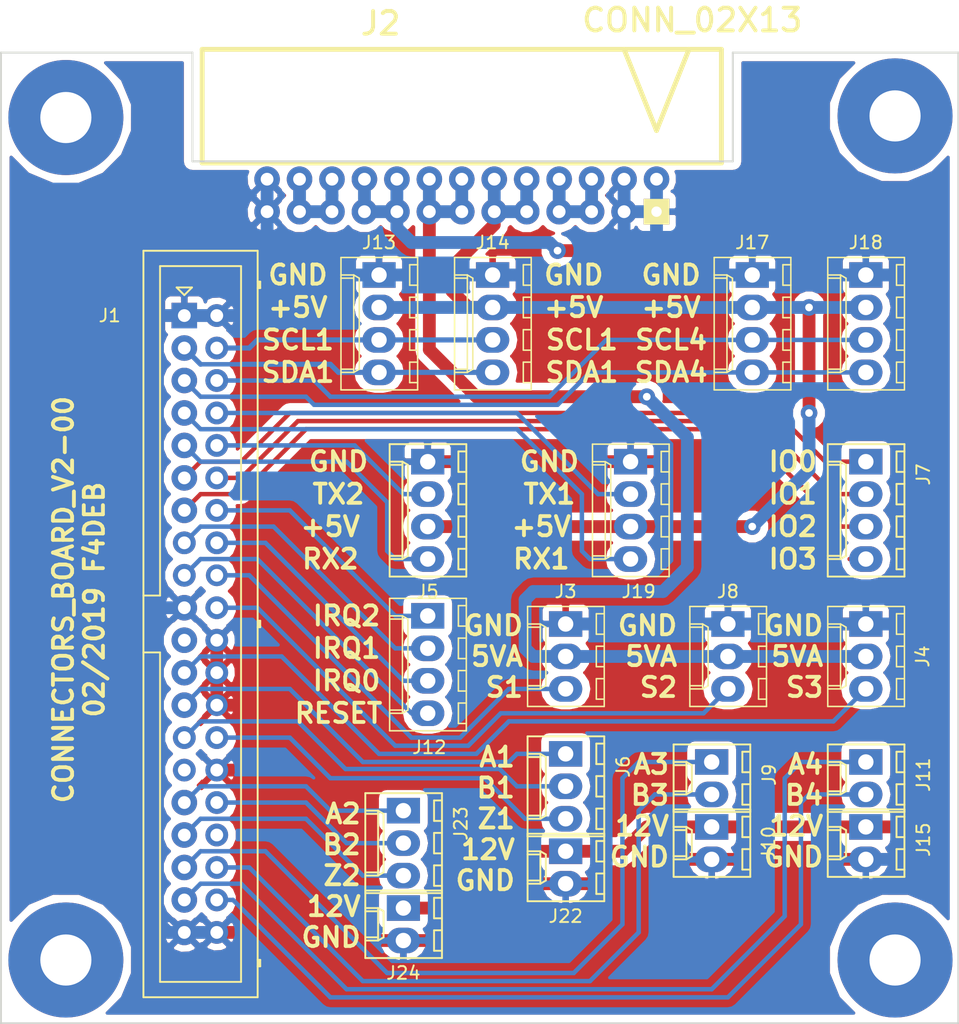
<source format=kicad_pcb>
(kicad_pcb (version 4) (host pcbnew 4.0.5+dfsg1-4)

  (general
    (links 91)
    (no_connects 0)
    (area 96.063999 54.280999 171.144001 130.377001)
    (thickness 1.6)
    (drawings 44)
    (tracks 288)
    (zones 0)
    (modules 25)
    (nets 39)
  )

  (page A4)
  (title_block
    (title "CONNECTORS BOARD")
    (date 2017-11-19)
    (rev V0.20)
    (company F4DEB)
  )

  (layers
    (0 F.Cu signal)
    (31 B.Cu signal)
    (32 B.Adhes user)
    (33 F.Adhes user)
    (34 B.Paste user)
    (35 F.Paste user)
    (36 B.SilkS user)
    (37 F.SilkS user)
    (38 B.Mask user)
    (39 F.Mask user)
    (40 Dwgs.User user)
    (41 Cmts.User user)
    (42 Eco1.User user)
    (43 Eco2.User user)
    (44 Edge.Cuts user)
    (45 Margin user)
    (46 B.CrtYd user)
    (47 F.CrtYd user)
    (48 B.Fab user)
    (49 F.Fab user hide)
  )

  (setup
    (last_trace_width 0.25)
    (user_trace_width 0.35)
    (user_trace_width 0.4)
    (user_trace_width 0.5)
    (user_trace_width 1)
    (user_trace_width 2)
    (trace_clearance 0.2)
    (zone_clearance 0.6)
    (zone_45_only no)
    (trace_min 0.2)
    (segment_width 0.2)
    (edge_width 0.15)
    (via_size 0.6)
    (via_drill 0.4)
    (via_min_size 0.4)
    (via_min_drill 0.3)
    (user_via 1.3 0.6)
    (uvia_size 0.3)
    (uvia_drill 0.1)
    (uvias_allowed no)
    (uvia_min_size 0.2)
    (uvia_min_drill 0.1)
    (pcb_text_width 0.3)
    (pcb_text_size 1.5 1.5)
    (mod_edge_width 0.15)
    (mod_text_size 1 1)
    (mod_text_width 0.15)
    (pad_size 1.78 1.78)
    (pad_drill 1)
    (pad_to_mask_clearance 0.2)
    (aux_axis_origin 0 0)
    (visible_elements 7FFFFFFF)
    (pcbplotparams
      (layerselection 0x01000_80000000)
      (usegerberextensions false)
      (excludeedgelayer true)
      (linewidth 0.100000)
      (plotframeref true)
      (viasonmask false)
      (mode 1)
      (useauxorigin false)
      (hpglpennumber 1)
      (hpglpenspeed 20)
      (hpglpendiameter 15)
      (hpglpenoverlay 2)
      (psnegative false)
      (psa4output false)
      (plotreference true)
      (plotvalue true)
      (plotinvisibletext false)
      (padsonsilk false)
      (subtractmaskfromsilk false)
      (outputformat 5)
      (mirror false)
      (drillshape 2)
      (scaleselection 1)
      (outputdirectory ""))
  )

  (net 0 "")
  (net 1 GND)
  (net 2 /IO0)
  (net 3 /IO1)
  (net 4 /IO2)
  (net 5 /IRQ1)
  (net 6 /IRQ2)
  (net 7 /SERV1)
  (net 8 /SERV2)
  (net 9 /SERV3)
  (net 10 /RST)
  (net 11 /A2)
  (net 12 /A1)
  (net 13 /B2)
  (net 14 /Z2)
  (net 15 /Z1)
  (net 16 +BATT)
  (net 17 +12V)
  (net 18 +5VA)
  (net 19 +5V)
  (net 20 +3V3)
  (net 21 /IRQ0)
  (net 22 "Net-(K1-Pad1)")
  (net 23 "Net-(K2-Pad1)")
  (net 24 "Net-(K3-Pad1)")
  (net 25 "Net-(K4-Pad1)")
  (net 26 /RX1)
  (net 27 /TX1)
  (net 28 /RX2)
  (net 29 /TX2)
  (net 30 /SDA1)
  (net 31 /SCL1)
  (net 32 /SDA4)
  (net 33 /SCL4)
  (net 34 /A3)
  (net 35 /B3)
  (net 36 /A4)
  (net 37 /B4)
  (net 38 /B1)

  (net_class Default "Ceci est la Netclass par défaut"
    (clearance 0.2)
    (trace_width 0.25)
    (via_dia 0.6)
    (via_drill 0.4)
    (uvia_dia 0.3)
    (uvia_drill 0.1)
    (add_net +12V)
    (add_net +3V3)
    (add_net +5V)
    (add_net +5VA)
    (add_net +BATT)
    (add_net /A1)
    (add_net /A2)
    (add_net /A3)
    (add_net /A4)
    (add_net /B1)
    (add_net /B2)
    (add_net /B3)
    (add_net /B4)
    (add_net /IO0)
    (add_net /IO1)
    (add_net /IO2)
    (add_net /IRQ0)
    (add_net /IRQ1)
    (add_net /IRQ2)
    (add_net /RST)
    (add_net /RX1)
    (add_net /RX2)
    (add_net /SCL1)
    (add_net /SCL4)
    (add_net /SDA1)
    (add_net /SDA4)
    (add_net /SERV1)
    (add_net /SERV2)
    (add_net /SERV3)
    (add_net /TX1)
    (add_net /TX2)
    (add_net /Z1)
    (add_net /Z2)
    (add_net GND)
    (add_net "Net-(K1-Pad1)")
    (add_net "Net-(K2-Pad1)")
    (add_net "Net-(K3-Pad1)")
    (add_net "Net-(K4-Pad1)")
  )

  (module Connectors_Multicomp:Multicomp_MC9A12-4034_2x20x2.54mm_Straight (layer F.Cu) (tedit 5C6B3B27) (tstamp 59E6798E)
    (at 110.49 74.93 270)
    (descr http://www.farnell.com/datasheets/1520732.pdf)
    (tags "connector multicomp MC9A MC9A12")
    (path /59E3D385)
    (fp_text reference J1 (at 0 5.842 360) (layer F.SilkS)
      (effects (font (size 1 1) (thickness 0.15)))
    )
    (fp_text value CONN_02X20 (at 24.13 5 270) (layer F.Fab) hide
      (effects (font (size 1 1) (thickness 0.15)))
    )
    (fp_line (start -5.07 3.2) (end -5.07 -5.74) (layer F.SilkS) (width 0.15))
    (fp_line (start -5.07 -5.74) (end 53.33 -5.74) (layer F.SilkS) (width 0.15))
    (fp_line (start 53.33 -5.74) (end 53.33 3.2) (layer F.SilkS) (width 0.15))
    (fp_line (start 53.33 3.2) (end -5.07 3.2) (layer F.SilkS) (width 0.15))
    (fp_line (start 21.905 3.2) (end 21.905 1.9) (layer F.SilkS) (width 0.15))
    (fp_line (start 21.905 1.9) (end -3.87 1.9) (layer F.SilkS) (width 0.15))
    (fp_line (start -3.87 1.9) (end -3.87 -4.44) (layer F.SilkS) (width 0.15))
    (fp_line (start -3.87 -4.44) (end 52.13 -4.44) (layer F.SilkS) (width 0.15))
    (fp_line (start 52.13 -4.44) (end 52.13 1.9) (layer F.SilkS) (width 0.15))
    (fp_line (start 52.13 1.9) (end 26.355 1.9) (layer F.SilkS) (width 0.15))
    (fp_line (start 26.355 1.9) (end 26.355 3.2) (layer F.SilkS) (width 0.15))
    (fp_line (start 23.88 -5.74) (end 23.88 -5.94) (layer F.SilkS) (width 0.15))
    (fp_line (start 23.88 -5.94) (end 24.38 -5.94) (layer F.SilkS) (width 0.15))
    (fp_line (start 24.38 -5.94) (end 24.38 -5.74) (layer F.SilkS) (width 0.15))
    (fp_line (start 23.88 -5.84) (end 24.38 -5.84) (layer F.SilkS) (width 0.15))
    (fp_line (start 50.41 -5.74) (end 50.41 -5.94) (layer F.SilkS) (width 0.15))
    (fp_line (start 50.41 -5.94) (end 50.91 -5.94) (layer F.SilkS) (width 0.15))
    (fp_line (start 50.91 -5.94) (end 50.91 -5.74) (layer F.SilkS) (width 0.15))
    (fp_line (start 50.41 -5.84) (end 50.91 -5.84) (layer F.SilkS) (width 0.15))
    (fp_line (start -2.65 -5.74) (end -2.65 -5.94) (layer F.SilkS) (width 0.15))
    (fp_line (start -2.65 -5.94) (end -2.15 -5.94) (layer F.SilkS) (width 0.15))
    (fp_line (start -2.15 -5.94) (end -2.15 -5.74) (layer F.SilkS) (width 0.15))
    (fp_line (start -2.65 -5.84) (end -2.15 -5.84) (layer F.SilkS) (width 0.15))
    (fp_line (start -2.2 0.6) (end -2.2 -0.6) (layer F.SilkS) (width 0.15))
    (fp_line (start -2.2 -0.6) (end -1.6 0) (layer F.SilkS) (width 0.15))
    (fp_line (start -1.6 0) (end -2.2 0.6) (layer F.SilkS) (width 0.15))
    (fp_line (start -5.55 3.7) (end -5.55 -6.25) (layer F.CrtYd) (width 0.05))
    (fp_line (start -5.55 -6.25) (end 53.85 -6.25) (layer F.CrtYd) (width 0.05))
    (fp_line (start 53.85 -6.25) (end 53.85 3.7) (layer F.CrtYd) (width 0.05))
    (fp_line (start 53.85 3.7) (end -5.55 3.7) (layer F.CrtYd) (width 0.05))
    (pad 1 thru_hole rect (at 0 0 270) (size 2 2) (drill 1) (layers *.Cu *.Mask)
      (net 1 GND))
    (pad 2 thru_hole circle (at 0 -2.54 270) (size 1.78 1.78) (drill 1) (layers *.Cu *.Mask)
      (net 1 GND))
    (pad 3 thru_hole circle (at 2.54 0 270) (size 2 2) (drill 1) (layers *.Cu *.Mask)
      (net 30 /SDA1))
    (pad 4 thru_hole circle (at 2.54 -2.54 270) (size 1.78 1.78) (drill 1) (layers *.Cu *.Mask)
      (net 31 /SCL1))
    (pad 5 thru_hole circle (at 5.08 0 270) (size 2 2) (drill 1) (layers *.Cu *.Mask)
      (net 32 /SDA4))
    (pad 6 thru_hole circle (at 5.08 -2.54 270) (size 1.78 1.78) (drill 1) (layers *.Cu *.Mask)
      (net 33 /SCL4))
    (pad 7 thru_hole circle (at 7.62 0 270) (size 2 2) (drill 1) (layers *.Cu *.Mask)
      (net 26 /RX1))
    (pad 8 thru_hole circle (at 7.62 -2.54 270) (size 1.78 1.78) (drill 1) (layers *.Cu *.Mask)
      (net 27 /TX1))
    (pad 9 thru_hole circle (at 10.16 0 270) (size 2 2) (drill 1) (layers *.Cu *.Mask)
      (net 28 /RX2))
    (pad 10 thru_hole circle (at 10.16 -2.54 270) (size 1.78 1.78) (drill 1) (layers *.Cu *.Mask)
      (net 29 /TX2))
    (pad 11 thru_hole circle (at 12.7 0 270) (size 2 2) (drill 1) (layers *.Cu *.Mask)
      (net 2 /IO0))
    (pad 12 thru_hole circle (at 12.7 -2.54 270) (size 1.78 1.78) (drill 1) (layers *.Cu *.Mask)
      (net 3 /IO1))
    (pad 13 thru_hole circle (at 15.24 0 270) (size 2 2) (drill 1) (layers *.Cu *.Mask)
      (net 4 /IO2))
    (pad 14 thru_hole circle (at 15.24 -2.54 270) (size 1.78 1.78) (drill 1) (layers *.Cu *.Mask)
      (net 6 /IRQ2))
    (pad 15 thru_hole circle (at 17.78 0 270) (size 1.78 1.78) (drill 1) (layers *.Cu *.Mask)
      (net 5 /IRQ1))
    (pad 16 thru_hole circle (at 17.78 -2.54 270) (size 1.78 1.78) (drill 1) (layers *.Cu *.Mask)
      (net 21 /IRQ0))
    (pad 17 thru_hole circle (at 20.32 0 270) (size 1.78 1.78) (drill 1) (layers *.Cu *.Mask)
      (net 10 /RST))
    (pad 18 thru_hole circle (at 20.32 -2.54 270) (size 1.7 1.7) (drill 1) (layers *.Cu *.Mask)
      (net 7 /SERV1))
    (pad 19 thru_hole circle (at 22.86 0 270) (size 2 2) (drill 1) (layers *.Cu *.Mask)
      (net 1 GND))
    (pad 20 thru_hole circle (at 22.86 -2.54 270) (size 1.78 1.78) (drill 1) (layers *.Cu *.Mask)
      (net 8 /SERV2))
    (pad 21 thru_hole circle (at 25.4 0 270) (size 2 2) (drill 1) (layers *.Cu *.Mask))
    (pad 22 thru_hole circle (at 25.4 -2.54 270) (size 1.78 1.78) (drill 1) (layers *.Cu *.Mask)
      (net 1 GND))
    (pad 23 thru_hole circle (at 27.94 0 270) (size 2 2) (drill 1) (layers *.Cu *.Mask)
      (net 9 /SERV3))
    (pad 24 thru_hole circle (at 27.94 -2.54 270) (size 1.78 1.78) (drill 1) (layers *.Cu *.Mask)
      (net 1 GND))
    (pad 25 thru_hole circle (at 30.48 0 270) (size 2 2) (drill 1) (layers *.Cu *.Mask)
      (net 12 /A1))
    (pad 26 thru_hole circle (at 30.48 -2.54 270) (size 1.7 1.7) (drill 1) (layers *.Cu *.Mask)
      (net 1 GND))
    (pad 27 thru_hole circle (at 33.02 0 270) (size 1.78 1.78) (drill 1) (layers *.Cu *.Mask)
      (net 38 /B1))
    (pad 28 thru_hole circle (at 33.02 -2.54 270) (size 1.78 1.78) (drill 1) (layers *.Cu *.Mask)
      (net 15 /Z1))
    (pad 29 thru_hole circle (at 35.56 0 270) (size 1.78 1.78) (drill 1) (layers *.Cu *.Mask))
    (pad 30 thru_hole circle (at 35.56 -2.54 270) (size 1.78 1.78) (drill 1) (layers *.Cu *.Mask)
      (net 1 GND))
    (pad 31 thru_hole circle (at 38.1 0 270) (size 2 2) (drill 1) (layers *.Cu *.Mask)
      (net 11 /A2))
    (pad 32 thru_hole circle (at 38.1 -2.54 270) (size 1.78 1.78) (drill 1) (layers *.Cu *.Mask)
      (net 13 /B2))
    (pad 33 thru_hole circle (at 40.64 0 270) (size 2 2) (drill 1) (layers *.Cu *.Mask)
      (net 14 /Z2))
    (pad 34 thru_hole circle (at 40.64 -2.54 270) (size 1.78 1.78) (drill 1) (layers *.Cu *.Mask))
    (pad 35 thru_hole circle (at 43.18 0 270) (size 2 2) (drill 1) (layers *.Cu *.Mask)
      (net 34 /A3))
    (pad 36 thru_hole circle (at 43.18 -2.54 270) (size 1.78 1.78) (drill 1) (layers *.Cu *.Mask)
      (net 35 /B3))
    (pad 37 thru_hole circle (at 45.72 0 270) (size 2 2) (drill 1) (layers *.Cu *.Mask)
      (net 36 /A4))
    (pad 38 thru_hole circle (at 45.72 -2.54 270) (size 1.78 1.78) (drill 1) (layers *.Cu *.Mask)
      (net 37 /B4))
    (pad 39 thru_hole circle (at 48.26 0 270) (size 2 2) (drill 1) (layers *.Cu *.Mask)
      (net 1 GND))
    (pad 40 thru_hole circle (at 48.26 -2.54 270) (size 1.78 1.78) (drill 1) (layers *.Cu *.Mask)
      (net 1 GND))
    (model /media/f4deb/travail/git-f4deb/git-f4deb-cen-electronic-library/wings/he10_40d.wrl
      (at (xyz 0.95 0.05 0))
      (scale (xyz 1 1 1))
      (rotate (xyz 0 0 0))
    )
  )

  (module Connectors_Molex:Molex_KK-6410-03_03x2.54mm_Straight (layer F.Cu) (tedit 5C6B3114) (tstamp 5C6B31A5)
    (at 127.635 113.665 270)
    (descr "Connector Headers with Friction Lock, 22-27-2031, http://www.molex.com/pdm_docs/sd/022272021_sd.pdf")
    (tags "connector molex kk_6410 22-27-2031")
    (path /5C6B323D)
    (fp_text reference J23 (at 1 -4.5 270) (layer F.SilkS)
      (effects (font (size 1 1) (thickness 0.15)))
    )
    (fp_text value CONN_01X03 (at 2.54 4.5 270) (layer F.Fab) hide
      (effects (font (size 1 1) (thickness 0.15)))
    )
    (fp_line (start -1.37 -3.02) (end -1.37 2.98) (layer F.SilkS) (width 0.15))
    (fp_line (start -1.37 2.98) (end 6.45 2.98) (layer F.SilkS) (width 0.15))
    (fp_line (start 6.45 2.98) (end 6.45 -3.02) (layer F.SilkS) (width 0.15))
    (fp_line (start 6.45 -3.02) (end -1.37 -3.02) (layer F.SilkS) (width 0.15))
    (fp_line (start 0 2.98) (end 0 1.98) (layer F.SilkS) (width 0.15))
    (fp_line (start 0 1.98) (end 5.08 1.98) (layer F.SilkS) (width 0.15))
    (fp_line (start 5.08 1.98) (end 5.08 2.98) (layer F.SilkS) (width 0.15))
    (fp_line (start 0 1.98) (end 0.25 1.55) (layer F.SilkS) (width 0.15))
    (fp_line (start 0.25 1.55) (end 4.83 1.55) (layer F.SilkS) (width 0.15))
    (fp_line (start 4.83 1.55) (end 5.08 1.98) (layer F.SilkS) (width 0.15))
    (fp_line (start 0.25 2.98) (end 0.25 1.98) (layer F.SilkS) (width 0.15))
    (fp_line (start 4.83 2.98) (end 4.83 1.98) (layer F.SilkS) (width 0.15))
    (fp_line (start -0.8 -3.02) (end -0.8 -2.4) (layer F.SilkS) (width 0.15))
    (fp_line (start -0.8 -2.4) (end 0.8 -2.4) (layer F.SilkS) (width 0.15))
    (fp_line (start 0.8 -2.4) (end 0.8 -3.02) (layer F.SilkS) (width 0.15))
    (fp_line (start 1.74 -3.02) (end 1.74 -2.4) (layer F.SilkS) (width 0.15))
    (fp_line (start 1.74 -2.4) (end 3.34 -2.4) (layer F.SilkS) (width 0.15))
    (fp_line (start 3.34 -2.4) (end 3.34 -3.02) (layer F.SilkS) (width 0.15))
    (fp_line (start 4.28 -3.02) (end 4.28 -2.4) (layer F.SilkS) (width 0.15))
    (fp_line (start 4.28 -2.4) (end 5.88 -2.4) (layer F.SilkS) (width 0.15))
    (fp_line (start 5.88 -2.4) (end 5.88 -3.02) (layer F.SilkS) (width 0.15))
    (fp_line (start -1.9 3.5) (end -1.9 -3.55) (layer F.CrtYd) (width 0.05))
    (fp_line (start -1.9 -3.55) (end 7 -3.55) (layer F.CrtYd) (width 0.05))
    (fp_line (start 7 -3.55) (end 7 3.5) (layer F.CrtYd) (width 0.05))
    (fp_line (start 7 3.5) (end -1.9 3.5) (layer F.CrtYd) (width 0.05))
    (pad 1 thru_hole rect (at 0 0 270) (size 2 2.6) (drill 1.2) (layers *.Cu *.Mask)
      (net 11 /A2))
    (pad 2 thru_hole oval (at 2.54 0 270) (size 2 2.6) (drill 1.2) (layers *.Cu *.Mask)
      (net 13 /B2))
    (pad 3 thru_hole oval (at 5.08 0 270) (size 2 2.6) (drill 1.2) (layers *.Cu *.Mask)
      (net 14 /Z2))
    (model /media/f4deb/travail/git-f4deb/git-f4deb-cen-electronic-library/wings/KK-3.wrl
      (at (xyz 0.2 0 0))
      (scale (xyz 1 1 1))
      (rotate (xyz 0 0 180))
    )
  )

  (module Connectors_Molex:Molex_KK-6410-03_03x2.54mm_Straight (layer F.Cu) (tedit 5C6B310F) (tstamp 5C6B3332)
    (at 140.335 109.22 270)
    (descr "Connector Headers with Friction Lock, 22-27-2031, http://www.molex.com/pdm_docs/sd/022272021_sd.pdf")
    (tags "connector molex kk_6410 22-27-2031")
    (path /5C6B31CE)
    (fp_text reference J6 (at 1 -4.5 270) (layer F.SilkS)
      (effects (font (size 1 1) (thickness 0.15)))
    )
    (fp_text value CONN_01X03 (at 2.54 4.5 270) (layer F.Fab) hide
      (effects (font (size 1 1) (thickness 0.15)))
    )
    (fp_line (start -1.37 -3.02) (end -1.37 2.98) (layer F.SilkS) (width 0.15))
    (fp_line (start -1.37 2.98) (end 6.45 2.98) (layer F.SilkS) (width 0.15))
    (fp_line (start 6.45 2.98) (end 6.45 -3.02) (layer F.SilkS) (width 0.15))
    (fp_line (start 6.45 -3.02) (end -1.37 -3.02) (layer F.SilkS) (width 0.15))
    (fp_line (start 0 2.98) (end 0 1.98) (layer F.SilkS) (width 0.15))
    (fp_line (start 0 1.98) (end 5.08 1.98) (layer F.SilkS) (width 0.15))
    (fp_line (start 5.08 1.98) (end 5.08 2.98) (layer F.SilkS) (width 0.15))
    (fp_line (start 0 1.98) (end 0.25 1.55) (layer F.SilkS) (width 0.15))
    (fp_line (start 0.25 1.55) (end 4.83 1.55) (layer F.SilkS) (width 0.15))
    (fp_line (start 4.83 1.55) (end 5.08 1.98) (layer F.SilkS) (width 0.15))
    (fp_line (start 0.25 2.98) (end 0.25 1.98) (layer F.SilkS) (width 0.15))
    (fp_line (start 4.83 2.98) (end 4.83 1.98) (layer F.SilkS) (width 0.15))
    (fp_line (start -0.8 -3.02) (end -0.8 -2.4) (layer F.SilkS) (width 0.15))
    (fp_line (start -0.8 -2.4) (end 0.8 -2.4) (layer F.SilkS) (width 0.15))
    (fp_line (start 0.8 -2.4) (end 0.8 -3.02) (layer F.SilkS) (width 0.15))
    (fp_line (start 1.74 -3.02) (end 1.74 -2.4) (layer F.SilkS) (width 0.15))
    (fp_line (start 1.74 -2.4) (end 3.34 -2.4) (layer F.SilkS) (width 0.15))
    (fp_line (start 3.34 -2.4) (end 3.34 -3.02) (layer F.SilkS) (width 0.15))
    (fp_line (start 4.28 -3.02) (end 4.28 -2.4) (layer F.SilkS) (width 0.15))
    (fp_line (start 4.28 -2.4) (end 5.88 -2.4) (layer F.SilkS) (width 0.15))
    (fp_line (start 5.88 -2.4) (end 5.88 -3.02) (layer F.SilkS) (width 0.15))
    (fp_line (start -1.9 3.5) (end -1.9 -3.55) (layer F.CrtYd) (width 0.05))
    (fp_line (start -1.9 -3.55) (end 7 -3.55) (layer F.CrtYd) (width 0.05))
    (fp_line (start 7 -3.55) (end 7 3.5) (layer F.CrtYd) (width 0.05))
    (fp_line (start 7 3.5) (end -1.9 3.5) (layer F.CrtYd) (width 0.05))
    (pad 1 thru_hole rect (at 0 0 270) (size 2 2.6) (drill 1.2) (layers *.Cu *.Mask)
      (net 12 /A1))
    (pad 2 thru_hole oval (at 2.54 0 270) (size 2 2.6) (drill 1.2) (layers *.Cu *.Mask)
      (net 38 /B1))
    (pad 3 thru_hole oval (at 5.08 0 270) (size 2 2.6) (drill 1.2) (layers *.Cu *.Mask)
      (net 15 /Z1))
    (model /media/f4deb/travail/git-f4deb/git-f4deb-cen-electronic-library/wings/KK-3.wrl
      (at (xyz 0.2 0 0))
      (scale (xyz 1 1 1))
      (rotate (xyz 0 0 180))
    )
  )

  (module Connectors_Molex:Molex_KK-6410-03_03x2.54mm_Straight (layer F.Cu) (tedit 5C758DCE) (tstamp 59E79690)
    (at 163.83 99.06 270)
    (descr "Connector Headers with Friction Lock, 22-27-2031, http://www.molex.com/pdm_docs/sd/022272021_sd.pdf")
    (tags "connector molex kk_6410 22-27-2031")
    (path /59E3DF10)
    (fp_text reference J4 (at 2.54 -4.445 450) (layer F.SilkS)
      (effects (font (size 1 1) (thickness 0.15)))
    )
    (fp_text value CONN_01X03 (at 2.54 4.5 270) (layer F.Fab) hide
      (effects (font (size 1 1) (thickness 0.15)))
    )
    (fp_line (start -1.47 -3.12) (end -1.47 3.08) (layer F.Fab) (width 0.12))
    (fp_line (start -1.47 3.08) (end 6.55 3.08) (layer F.Fab) (width 0.12))
    (fp_line (start 6.55 3.08) (end 6.55 -3.12) (layer F.Fab) (width 0.12))
    (fp_line (start 6.55 -3.12) (end -1.47 -3.12) (layer F.Fab) (width 0.12))
    (fp_line (start -1.37 -3.02) (end -1.37 2.98) (layer F.SilkS) (width 0.12))
    (fp_line (start -1.37 2.98) (end 6.45 2.98) (layer F.SilkS) (width 0.12))
    (fp_line (start 6.45 2.98) (end 6.45 -3.02) (layer F.SilkS) (width 0.12))
    (fp_line (start 6.45 -3.02) (end -1.37 -3.02) (layer F.SilkS) (width 0.12))
    (fp_line (start 0 2.98) (end 0 1.98) (layer F.SilkS) (width 0.12))
    (fp_line (start 0 1.98) (end 5.08 1.98) (layer F.SilkS) (width 0.12))
    (fp_line (start 5.08 1.98) (end 5.08 2.98) (layer F.SilkS) (width 0.12))
    (fp_line (start 0 1.98) (end 0.25 1.55) (layer F.SilkS) (width 0.12))
    (fp_line (start 0.25 1.55) (end 4.83 1.55) (layer F.SilkS) (width 0.12))
    (fp_line (start 4.83 1.55) (end 5.08 1.98) (layer F.SilkS) (width 0.12))
    (fp_line (start 0.25 2.98) (end 0.25 1.98) (layer F.SilkS) (width 0.12))
    (fp_line (start 4.83 2.98) (end 4.83 1.98) (layer F.SilkS) (width 0.12))
    (fp_line (start -0.8 -3.02) (end -0.8 -2.4) (layer F.SilkS) (width 0.12))
    (fp_line (start -0.8 -2.4) (end 0.8 -2.4) (layer F.SilkS) (width 0.12))
    (fp_line (start 0.8 -2.4) (end 0.8 -3.02) (layer F.SilkS) (width 0.12))
    (fp_line (start 1.74 -3.02) (end 1.74 -2.4) (layer F.SilkS) (width 0.12))
    (fp_line (start 1.74 -2.4) (end 3.34 -2.4) (layer F.SilkS) (width 0.12))
    (fp_line (start 3.34 -2.4) (end 3.34 -3.02) (layer F.SilkS) (width 0.12))
    (fp_line (start 4.28 -3.02) (end 4.28 -2.4) (layer F.SilkS) (width 0.12))
    (fp_line (start 4.28 -2.4) (end 5.88 -2.4) (layer F.SilkS) (width 0.12))
    (fp_line (start 5.88 -2.4) (end 5.88 -3.02) (layer F.SilkS) (width 0.12))
    (fp_line (start -1.9 3.5) (end -1.9 -3.55) (layer F.CrtYd) (width 0.05))
    (fp_line (start -1.9 -3.55) (end 7 -3.55) (layer F.CrtYd) (width 0.05))
    (fp_line (start 7 -3.55) (end 7 3.5) (layer F.CrtYd) (width 0.05))
    (fp_line (start 7 3.5) (end -1.9 3.5) (layer F.CrtYd) (width 0.05))
    (fp_text user %R (at 2.54 0 270) (layer F.Fab)
      (effects (font (size 1 1) (thickness 0.15)))
    )
    (pad 1 thru_hole rect (at 0 0 270) (size 2 2.6) (drill 1.2) (layers *.Cu *.Mask)
      (net 1 GND))
    (pad 2 thru_hole oval (at 2.54 0 270) (size 2 2.6) (drill 1.2) (layers *.Cu *.Mask)
      (net 18 +5VA))
    (pad 3 thru_hole oval (at 5.08 0 270) (size 2 2.6) (drill 1.2) (layers *.Cu *.Mask)
      (net 9 /SERV3))
    (model /media/f4deb/travail/git-f4deb/git-f4deb-cen-electronic-library/wings/KK-3.wrl
      (at (xyz 0.2 0 0))
      (scale (xyz 1 1 1))
      (rotate (xyz 0 0 180))
    )
  )

  (module f4deb-mod-library:he10-26c-f (layer F.Cu) (tedit 59F0D5C0) (tstamp 59ED74BC)
    (at 147.447 66.802)
    (descr "Connecteur HE10 26 contacts couche")
    (tags "CONN HE10")
    (path /59E41680)
    (fp_text reference J2 (at -21.59 -14.732) (layer F.SilkS)
      (effects (font (size 1.778 1.778) (thickness 0.3048)))
    )
    (fp_text value CONN_02X13 (at 2.794 -14.986 180) (layer F.SilkS)
      (effects (font (size 1.778 1.778) (thickness 0.3048)))
    )
    (fp_line (start 2.54 -12.7) (end 0 -6.35) (layer F.SilkS) (width 0.381))
    (fp_line (start 0 -6.35) (end -2.54 -12.7) (layer F.SilkS) (width 0.381))
    (fp_line (start 5.08 -3.81) (end 5.08 -12.7) (layer F.SilkS) (width 0.381))
    (fp_line (start 5.08 -12.7) (end -35.56 -12.7) (layer F.SilkS) (width 0.381))
    (fp_line (start -35.56 -12.7) (end -35.56 -3.81) (layer F.SilkS) (width 0.381))
    (fp_line (start -35.56 -3.81) (end 5.08 -3.81) (layer F.SilkS) (width 0.381))
    (pad 1 thru_hole rect (at 0 0 180) (size 2 2) (drill 0.8128) (layers *.Cu *.Mask F.SilkS)
      (net 1 GND))
    (pad 2 thru_hole circle (at 0 -2.54) (size 2 2) (drill 1) (layers *.Cu *.Mask)
      (net 1 GND))
    (pad 3 thru_hole circle (at -2.54 0) (size 2 2) (drill 1) (layers *.Cu *.Mask)
      (net 1 GND))
    (pad 4 thru_hole circle (at -2.54 -2.54) (size 2 2) (drill 1) (layers *.Cu *.Mask)
      (net 1 GND))
    (pad 5 thru_hole circle (at -5.08 0) (size 2 2) (drill 1) (layers *.Cu *.Mask)
      (net 20 +3V3))
    (pad 6 thru_hole circle (at -5.08 -2.54) (size 2 2) (drill 1) (layers *.Cu *.Mask)
      (net 20 +3V3))
    (pad 7 thru_hole circle (at -7.62 0) (size 2 2) (drill 1) (layers *.Cu *.Mask)
      (net 20 +3V3))
    (pad 8 thru_hole circle (at -7.62 -2.54) (size 2 2) (drill 1) (layers *.Cu *.Mask)
      (net 20 +3V3))
    (pad 9 thru_hole circle (at -10.16 0) (size 2 2) (drill 1) (layers *.Cu *.Mask)
      (net 19 +5V))
    (pad 10 thru_hole circle (at -10.16 -2.54) (size 2 2) (drill 1) (layers *.Cu *.Mask)
      (net 19 +5V))
    (pad 11 thru_hole circle (at -12.7 0) (size 2 2) (drill 1) (layers *.Cu *.Mask)
      (net 19 +5V))
    (pad 12 thru_hole circle (at -12.7 -2.54) (size 2 2) (drill 1) (layers *.Cu *.Mask)
      (net 19 +5V))
    (pad 13 thru_hole circle (at -15.24 0) (size 2 2) (drill 1) (layers *.Cu *.Mask)
      (net 18 +5VA))
    (pad 14 thru_hole circle (at -15.24 -2.54) (size 2 2) (drill 1) (layers *.Cu *.Mask)
      (net 18 +5VA))
    (pad 15 thru_hole circle (at -17.78 0) (size 2 2) (drill 1) (layers *.Cu *.Mask)
      (net 18 +5VA))
    (pad 16 thru_hole circle (at -17.78 -2.54) (size 2 2) (drill 1) (layers *.Cu *.Mask)
      (net 18 +5VA))
    (pad 17 thru_hole circle (at -20.32 0) (size 2 2) (drill 1) (layers *.Cu *.Mask)
      (net 17 +12V))
    (pad 18 thru_hole circle (at -20.32 -2.54) (size 2 2) (drill 1) (layers *.Cu *.Mask)
      (net 17 +12V))
    (pad 19 thru_hole circle (at -22.86 0) (size 2 2) (drill 1) (layers *.Cu *.Mask)
      (net 17 +12V))
    (pad 20 thru_hole circle (at -22.86 -2.54) (size 2 2) (drill 1) (layers *.Cu *.Mask)
      (net 17 +12V))
    (pad 21 thru_hole circle (at -25.4 0) (size 2 2) (drill 1) (layers *.Cu *.Mask)
      (net 16 +BATT))
    (pad 22 thru_hole circle (at -25.4 -2.54) (size 2 2) (drill 1) (layers *.Cu *.Mask)
      (net 16 +BATT))
    (pad 23 thru_hole circle (at -27.94 0) (size 2 2) (drill 1) (layers *.Cu *.Mask)
      (net 16 +BATT))
    (pad 24 thru_hole circle (at -27.94 -2.54) (size 2 2) (drill 1) (layers *.Cu *.Mask)
      (net 16 +BATT))
    (pad 25 thru_hole circle (at -30.48 0) (size 2 2) (drill 1) (layers *.Cu *.Mask)
      (net 1 GND))
    (pad 26 thru_hole circle (at -30.48 -2.54) (size 2 2) (drill 1) (layers *.Cu *.Mask)
      (net 1 GND))
    (model pin_strip/pin_socket_13x2-90.wrl
      (at (xyz -0.5 0.05 0))
      (scale (xyz 1 1 1))
      (rotate (xyz 180 0 180))
    )
    (model /media/f4deb/travail/git-f4deb/git-f4deb-cen-electronic-library/wings/pin_strip/pin_socket_13x2-90.wrl
      (at (xyz -0.6 0.05 0))
      (scale (xyz 1 1 1))
      (rotate (xyz 0 0 180))
    )
  )

  (module Connectors_Molex:Molex_KK-6410-04_04x2.54mm_Straight (layer F.Cu) (tedit 5C6B2D83) (tstamp 59E67B68)
    (at 129.54 98.425 270)
    (descr "Connector Headers with Friction Lock, 22-27-2041, http://www.molex.com/pdm_docs/sd/022272021_sd.pdf")
    (tags "connector molex kk_6410 22-27-2041")
    (path /59E3E537)
    (fp_text reference J12 (at 10.287 -0.127 360) (layer F.SilkS)
      (effects (font (size 1 1) (thickness 0.15)))
    )
    (fp_text value CONN_01X04 (at 4.064 4.1275 270) (layer F.Fab) hide
      (effects (font (size 1 1) (thickness 0.15)))
    )
    (fp_line (start -1.47 -3.12) (end -1.47 3.08) (layer F.Fab) (width 0.12))
    (fp_line (start -1.47 3.08) (end 9.09 3.08) (layer F.Fab) (width 0.12))
    (fp_line (start 9.09 3.08) (end 9.09 -3.12) (layer F.Fab) (width 0.12))
    (fp_line (start 9.09 -3.12) (end -1.47 -3.12) (layer F.Fab) (width 0.12))
    (fp_line (start -1.37 -3.02) (end -1.37 2.98) (layer F.SilkS) (width 0.12))
    (fp_line (start -1.37 2.98) (end 8.99 2.98) (layer F.SilkS) (width 0.12))
    (fp_line (start 8.99 2.98) (end 8.99 -3.02) (layer F.SilkS) (width 0.12))
    (fp_line (start 8.99 -3.02) (end -1.37 -3.02) (layer F.SilkS) (width 0.12))
    (fp_line (start 0 2.98) (end 0 1.98) (layer F.SilkS) (width 0.12))
    (fp_line (start 0 1.98) (end 7.62 1.98) (layer F.SilkS) (width 0.12))
    (fp_line (start 7.62 1.98) (end 7.62 2.98) (layer F.SilkS) (width 0.12))
    (fp_line (start 0 1.98) (end 0.25 1.55) (layer F.SilkS) (width 0.12))
    (fp_line (start 0.25 1.55) (end 7.37 1.55) (layer F.SilkS) (width 0.12))
    (fp_line (start 7.37 1.55) (end 7.62 1.98) (layer F.SilkS) (width 0.12))
    (fp_line (start 0.25 2.98) (end 0.25 1.98) (layer F.SilkS) (width 0.12))
    (fp_line (start 7.37 2.98) (end 7.37 1.98) (layer F.SilkS) (width 0.12))
    (fp_line (start -0.8 -3.02) (end -0.8 -2.4) (layer F.SilkS) (width 0.12))
    (fp_line (start -0.8 -2.4) (end 0.8 -2.4) (layer F.SilkS) (width 0.12))
    (fp_line (start 0.8 -2.4) (end 0.8 -3.02) (layer F.SilkS) (width 0.12))
    (fp_line (start 1.74 -3.02) (end 1.74 -2.4) (layer F.SilkS) (width 0.12))
    (fp_line (start 1.74 -2.4) (end 3.34 -2.4) (layer F.SilkS) (width 0.12))
    (fp_line (start 3.34 -2.4) (end 3.34 -3.02) (layer F.SilkS) (width 0.12))
    (fp_line (start 4.28 -3.02) (end 4.28 -2.4) (layer F.SilkS) (width 0.12))
    (fp_line (start 4.28 -2.4) (end 5.88 -2.4) (layer F.SilkS) (width 0.12))
    (fp_line (start 5.88 -2.4) (end 5.88 -3.02) (layer F.SilkS) (width 0.12))
    (fp_line (start 6.82 -3.02) (end 6.82 -2.4) (layer F.SilkS) (width 0.12))
    (fp_line (start 6.82 -2.4) (end 8.42 -2.4) (layer F.SilkS) (width 0.12))
    (fp_line (start 8.42 -2.4) (end 8.42 -3.02) (layer F.SilkS) (width 0.12))
    (fp_line (start -1.9 3.5) (end -1.9 -3.55) (layer F.CrtYd) (width 0.05))
    (fp_line (start -1.9 -3.55) (end 9.5 -3.55) (layer F.CrtYd) (width 0.05))
    (fp_line (start 9.5 -3.55) (end 9.5 3.5) (layer F.CrtYd) (width 0.05))
    (fp_line (start 9.5 3.5) (end -1.9 3.5) (layer F.CrtYd) (width 0.05))
    (fp_text user %R (at 3.81 0 270) (layer F.Fab)
      (effects (font (size 1 1) (thickness 0.15)))
    )
    (pad 1 thru_hole rect (at 0 0 270) (size 2 2.6) (drill 1.2) (layers *.Cu *.Mask)
      (net 6 /IRQ2))
    (pad 2 thru_hole oval (at 2.54 0 270) (size 2 2.6) (drill 1.2) (layers *.Cu *.Mask)
      (net 5 /IRQ1))
    (pad 3 thru_hole oval (at 5.08 0 270) (size 2 2.6) (drill 1.2) (layers *.Cu *.Mask)
      (net 21 /IRQ0))
    (pad 4 thru_hole oval (at 7.62 0 270) (size 2 2.6) (drill 1.2) (layers *.Cu *.Mask)
      (net 10 /RST))
    (model /media/f4deb/travail/git-f4deb/git-f4deb-cen-electronic-library/wings/KK-4.wrl
      (at (xyz 0.3 0 0))
      (scale (xyz 1 1 1))
      (rotate (xyz 0 0 180))
    )
  )

  (module Connectors_Molex:Molex_KK-6410-04_04x2.54mm_Straight (layer F.Cu) (tedit 5C758E06) (tstamp 59E67C6F)
    (at 145.415 86.36 270)
    (descr "Connector Headers with Friction Lock, 22-27-2041, http://www.molex.com/pdm_docs/sd/022272021_sd.pdf")
    (tags "connector molex kk_6410 22-27-2041")
    (path /59E3E26C)
    (fp_text reference J19 (at 10.16 -0.635 360) (layer F.SilkS)
      (effects (font (size 1 1) (thickness 0.15)))
    )
    (fp_text value CONN_01X04 (at 3.81 4.5 270) (layer F.Fab) hide
      (effects (font (size 1 1) (thickness 0.15)))
    )
    (fp_line (start -1.47 -3.12) (end -1.47 3.08) (layer F.Fab) (width 0.12))
    (fp_line (start -1.47 3.08) (end 9.09 3.08) (layer F.Fab) (width 0.12))
    (fp_line (start 9.09 3.08) (end 9.09 -3.12) (layer F.Fab) (width 0.12))
    (fp_line (start 9.09 -3.12) (end -1.47 -3.12) (layer F.Fab) (width 0.12))
    (fp_line (start -1.37 -3.02) (end -1.37 2.98) (layer F.SilkS) (width 0.12))
    (fp_line (start -1.37 2.98) (end 8.99 2.98) (layer F.SilkS) (width 0.12))
    (fp_line (start 8.99 2.98) (end 8.99 -3.02) (layer F.SilkS) (width 0.12))
    (fp_line (start 8.99 -3.02) (end -1.37 -3.02) (layer F.SilkS) (width 0.12))
    (fp_line (start 0 2.98) (end 0 1.98) (layer F.SilkS) (width 0.12))
    (fp_line (start 0 1.98) (end 7.62 1.98) (layer F.SilkS) (width 0.12))
    (fp_line (start 7.62 1.98) (end 7.62 2.98) (layer F.SilkS) (width 0.12))
    (fp_line (start 0 1.98) (end 0.25 1.55) (layer F.SilkS) (width 0.12))
    (fp_line (start 0.25 1.55) (end 7.37 1.55) (layer F.SilkS) (width 0.12))
    (fp_line (start 7.37 1.55) (end 7.62 1.98) (layer F.SilkS) (width 0.12))
    (fp_line (start 0.25 2.98) (end 0.25 1.98) (layer F.SilkS) (width 0.12))
    (fp_line (start 7.37 2.98) (end 7.37 1.98) (layer F.SilkS) (width 0.12))
    (fp_line (start -0.8 -3.02) (end -0.8 -2.4) (layer F.SilkS) (width 0.12))
    (fp_line (start -0.8 -2.4) (end 0.8 -2.4) (layer F.SilkS) (width 0.12))
    (fp_line (start 0.8 -2.4) (end 0.8 -3.02) (layer F.SilkS) (width 0.12))
    (fp_line (start 1.74 -3.02) (end 1.74 -2.4) (layer F.SilkS) (width 0.12))
    (fp_line (start 1.74 -2.4) (end 3.34 -2.4) (layer F.SilkS) (width 0.12))
    (fp_line (start 3.34 -2.4) (end 3.34 -3.02) (layer F.SilkS) (width 0.12))
    (fp_line (start 4.28 -3.02) (end 4.28 -2.4) (layer F.SilkS) (width 0.12))
    (fp_line (start 4.28 -2.4) (end 5.88 -2.4) (layer F.SilkS) (width 0.12))
    (fp_line (start 5.88 -2.4) (end 5.88 -3.02) (layer F.SilkS) (width 0.12))
    (fp_line (start 6.82 -3.02) (end 6.82 -2.4) (layer F.SilkS) (width 0.12))
    (fp_line (start 6.82 -2.4) (end 8.42 -2.4) (layer F.SilkS) (width 0.12))
    (fp_line (start 8.42 -2.4) (end 8.42 -3.02) (layer F.SilkS) (width 0.12))
    (fp_line (start -1.9 3.5) (end -1.9 -3.55) (layer F.CrtYd) (width 0.05))
    (fp_line (start -1.9 -3.55) (end 9.5 -3.55) (layer F.CrtYd) (width 0.05))
    (fp_line (start 9.5 -3.55) (end 9.5 3.5) (layer F.CrtYd) (width 0.05))
    (fp_line (start 9.5 3.5) (end -1.9 3.5) (layer F.CrtYd) (width 0.05))
    (fp_text user %R (at 3.81 0 270) (layer F.Fab)
      (effects (font (size 1 1) (thickness 0.15)))
    )
    (pad 1 thru_hole rect (at 0 0 270) (size 2 2.6) (drill 1.2) (layers *.Cu *.Mask)
      (net 1 GND))
    (pad 2 thru_hole oval (at 2.54 0 270) (size 2 2.6) (drill 1.2) (layers *.Cu *.Mask)
      (net 27 /TX1))
    (pad 3 thru_hole oval (at 5.08 0 270) (size 2 2.6) (drill 1.2) (layers *.Cu *.Mask)
      (net 19 +5V))
    (pad 4 thru_hole oval (at 7.62 0 270) (size 2 2.6) (drill 1.2) (layers *.Cu *.Mask)
      (net 26 /RX1))
    (model /media/f4deb/travail/git-f4deb/git-f4deb-cen-electronic-library/wings/KK-4.wrl
      (at (xyz 0.3 0 0))
      (scale (xyz 1 1 1))
      (rotate (xyz 0 0 180))
    )
  )

  (module Connectors_Molex:Molex_KK-6410-03_03x2.54mm_Straight (layer F.Cu) (tedit 5C758DDE) (tstamp 59E7966B)
    (at 140.335 99.06 270)
    (descr "Connector Headers with Friction Lock, 22-27-2031, http://www.molex.com/pdm_docs/sd/022272021_sd.pdf")
    (tags "connector molex kk_6410 22-27-2031")
    (path /59E3DDF2)
    (fp_text reference J3 (at -2.54 0 360) (layer F.SilkS)
      (effects (font (size 1 1) (thickness 0.15)))
    )
    (fp_text value CONN_01X03 (at 2.54 4.5 270) (layer F.Fab) hide
      (effects (font (size 1 1) (thickness 0.15)))
    )
    (fp_line (start -1.47 -3.12) (end -1.47 3.08) (layer F.Fab) (width 0.12))
    (fp_line (start -1.47 3.08) (end 6.55 3.08) (layer F.Fab) (width 0.12))
    (fp_line (start 6.55 3.08) (end 6.55 -3.12) (layer F.Fab) (width 0.12))
    (fp_line (start 6.55 -3.12) (end -1.47 -3.12) (layer F.Fab) (width 0.12))
    (fp_line (start -1.37 -3.02) (end -1.37 2.98) (layer F.SilkS) (width 0.12))
    (fp_line (start -1.37 2.98) (end 6.45 2.98) (layer F.SilkS) (width 0.12))
    (fp_line (start 6.45 2.98) (end 6.45 -3.02) (layer F.SilkS) (width 0.12))
    (fp_line (start 6.45 -3.02) (end -1.37 -3.02) (layer F.SilkS) (width 0.12))
    (fp_line (start 0 2.98) (end 0 1.98) (layer F.SilkS) (width 0.12))
    (fp_line (start 0 1.98) (end 5.08 1.98) (layer F.SilkS) (width 0.12))
    (fp_line (start 5.08 1.98) (end 5.08 2.98) (layer F.SilkS) (width 0.12))
    (fp_line (start 0 1.98) (end 0.25 1.55) (layer F.SilkS) (width 0.12))
    (fp_line (start 0.25 1.55) (end 4.83 1.55) (layer F.SilkS) (width 0.12))
    (fp_line (start 4.83 1.55) (end 5.08 1.98) (layer F.SilkS) (width 0.12))
    (fp_line (start 0.25 2.98) (end 0.25 1.98) (layer F.SilkS) (width 0.12))
    (fp_line (start 4.83 2.98) (end 4.83 1.98) (layer F.SilkS) (width 0.12))
    (fp_line (start -0.8 -3.02) (end -0.8 -2.4) (layer F.SilkS) (width 0.12))
    (fp_line (start -0.8 -2.4) (end 0.8 -2.4) (layer F.SilkS) (width 0.12))
    (fp_line (start 0.8 -2.4) (end 0.8 -3.02) (layer F.SilkS) (width 0.12))
    (fp_line (start 1.74 -3.02) (end 1.74 -2.4) (layer F.SilkS) (width 0.12))
    (fp_line (start 1.74 -2.4) (end 3.34 -2.4) (layer F.SilkS) (width 0.12))
    (fp_line (start 3.34 -2.4) (end 3.34 -3.02) (layer F.SilkS) (width 0.12))
    (fp_line (start 4.28 -3.02) (end 4.28 -2.4) (layer F.SilkS) (width 0.12))
    (fp_line (start 4.28 -2.4) (end 5.88 -2.4) (layer F.SilkS) (width 0.12))
    (fp_line (start 5.88 -2.4) (end 5.88 -3.02) (layer F.SilkS) (width 0.12))
    (fp_line (start -1.9 3.5) (end -1.9 -3.55) (layer F.CrtYd) (width 0.05))
    (fp_line (start -1.9 -3.55) (end 7 -3.55) (layer F.CrtYd) (width 0.05))
    (fp_line (start 7 -3.55) (end 7 3.5) (layer F.CrtYd) (width 0.05))
    (fp_line (start 7 3.5) (end -1.9 3.5) (layer F.CrtYd) (width 0.05))
    (fp_text user %R (at 2.54 0 270) (layer F.Fab)
      (effects (font (size 1 1) (thickness 0.15)))
    )
    (pad 1 thru_hole rect (at 0 0 270) (size 2 2.6) (drill 1.2) (layers *.Cu *.Mask)
      (net 1 GND))
    (pad 2 thru_hole oval (at 2.54 0 270) (size 2 2.6) (drill 1.2) (layers *.Cu *.Mask)
      (net 18 +5VA))
    (pad 3 thru_hole oval (at 5.08 0 270) (size 2 2.6) (drill 1.2) (layers *.Cu *.Mask)
      (net 7 /SERV1))
    (model /media/f4deb/travail/git-f4deb/git-f4deb-cen-electronic-library/wings/KK-3.wrl
      (at (xyz 0.2 0 0))
      (scale (xyz 1 1 1))
      (rotate (xyz 0 0 180))
    )
  )

  (module Connectors_Molex:Molex_KK-6410-03_03x2.54mm_Straight (layer F.Cu) (tedit 5C758DE0) (tstamp 59E796DA)
    (at 153.035 99.06 270)
    (descr "Connector Headers with Friction Lock, 22-27-2031, http://www.molex.com/pdm_docs/sd/022272021_sd.pdf")
    (tags "connector molex kk_6410 22-27-2031")
    (path /59E3DD79)
    (fp_text reference J8 (at -2.54 0 360) (layer F.SilkS)
      (effects (font (size 1 1) (thickness 0.15)))
    )
    (fp_text value CONN_01X03 (at 2.54 4.5 270) (layer F.Fab) hide
      (effects (font (size 1 1) (thickness 0.15)))
    )
    (fp_line (start -1.47 -3.12) (end -1.47 3.08) (layer F.Fab) (width 0.12))
    (fp_line (start -1.47 3.08) (end 6.55 3.08) (layer F.Fab) (width 0.12))
    (fp_line (start 6.55 3.08) (end 6.55 -3.12) (layer F.Fab) (width 0.12))
    (fp_line (start 6.55 -3.12) (end -1.47 -3.12) (layer F.Fab) (width 0.12))
    (fp_line (start -1.37 -3.02) (end -1.37 2.98) (layer F.SilkS) (width 0.12))
    (fp_line (start -1.37 2.98) (end 6.45 2.98) (layer F.SilkS) (width 0.12))
    (fp_line (start 6.45 2.98) (end 6.45 -3.02) (layer F.SilkS) (width 0.12))
    (fp_line (start 6.45 -3.02) (end -1.37 -3.02) (layer F.SilkS) (width 0.12))
    (fp_line (start 0 2.98) (end 0 1.98) (layer F.SilkS) (width 0.12))
    (fp_line (start 0 1.98) (end 5.08 1.98) (layer F.SilkS) (width 0.12))
    (fp_line (start 5.08 1.98) (end 5.08 2.98) (layer F.SilkS) (width 0.12))
    (fp_line (start 0 1.98) (end 0.25 1.55) (layer F.SilkS) (width 0.12))
    (fp_line (start 0.25 1.55) (end 4.83 1.55) (layer F.SilkS) (width 0.12))
    (fp_line (start 4.83 1.55) (end 5.08 1.98) (layer F.SilkS) (width 0.12))
    (fp_line (start 0.25 2.98) (end 0.25 1.98) (layer F.SilkS) (width 0.12))
    (fp_line (start 4.83 2.98) (end 4.83 1.98) (layer F.SilkS) (width 0.12))
    (fp_line (start -0.8 -3.02) (end -0.8 -2.4) (layer F.SilkS) (width 0.12))
    (fp_line (start -0.8 -2.4) (end 0.8 -2.4) (layer F.SilkS) (width 0.12))
    (fp_line (start 0.8 -2.4) (end 0.8 -3.02) (layer F.SilkS) (width 0.12))
    (fp_line (start 1.74 -3.02) (end 1.74 -2.4) (layer F.SilkS) (width 0.12))
    (fp_line (start 1.74 -2.4) (end 3.34 -2.4) (layer F.SilkS) (width 0.12))
    (fp_line (start 3.34 -2.4) (end 3.34 -3.02) (layer F.SilkS) (width 0.12))
    (fp_line (start 4.28 -3.02) (end 4.28 -2.4) (layer F.SilkS) (width 0.12))
    (fp_line (start 4.28 -2.4) (end 5.88 -2.4) (layer F.SilkS) (width 0.12))
    (fp_line (start 5.88 -2.4) (end 5.88 -3.02) (layer F.SilkS) (width 0.12))
    (fp_line (start -1.9 3.5) (end -1.9 -3.55) (layer F.CrtYd) (width 0.05))
    (fp_line (start -1.9 -3.55) (end 7 -3.55) (layer F.CrtYd) (width 0.05))
    (fp_line (start 7 -3.55) (end 7 3.5) (layer F.CrtYd) (width 0.05))
    (fp_line (start 7 3.5) (end -1.9 3.5) (layer F.CrtYd) (width 0.05))
    (fp_text user %R (at 2.54 0 270) (layer F.Fab)
      (effects (font (size 1 1) (thickness 0.15)))
    )
    (pad 1 thru_hole rect (at 0 0 270) (size 2 2.6) (drill 1.2) (layers *.Cu *.Mask)
      (net 1 GND))
    (pad 2 thru_hole oval (at 2.54 0 270) (size 2 2.6) (drill 1.2) (layers *.Cu *.Mask)
      (net 18 +5VA))
    (pad 3 thru_hole oval (at 5.08 0 270) (size 2 2.6) (drill 1.2) (layers *.Cu *.Mask)
      (net 8 /SERV2))
    (model /media/f4deb/travail/git-f4deb/git-f4deb-cen-electronic-library/wings/KK-3.wrl
      (at (xyz 0.2 0 0))
      (scale (xyz 1 1 1))
      (rotate (xyz 0 0 180))
    )
  )

  (module CEN-PCB:COLONETTE (layer F.Cu) (tedit 59ECF448) (tstamp 59E7DD8A)
    (at 101.219 59.436)
    (path /59E7A4E0)
    (fp_text reference K1 (at 0 0) (layer F.SilkS)
      (effects (font (thickness 0.3048)))
    )
    (fp_text value COLONETTE (at 0 -6.985) (layer F.SilkS) hide
      (effects (font (thickness 0.3048)))
    )
    (pad 1 thru_hole circle (at 0 0) (size 8.99922 8.99922) (drill 4.0005) (layers *.Cu)
      (net 22 "Net-(K1-Pad1)"))
    (pad 1 thru_hole circle (at 0 0) (size 2 2) (drill 0.6) (layers *.Cu *.Mask F.SilkS)
      (net 22 "Net-(K1-Pad1)"))
    (model f4deb.3dshapes/Colonette1.wrl
      (at (xyz 0 0 0))
      (scale (xyz 1 1 1))
      (rotate (xyz 0 0 0))
    )
  )

  (module CEN-PCB:COLONETTE (layer F.Cu) (tedit 59ECF44D) (tstamp 59E7DD90)
    (at 166.116 59.309)
    (path /59E7A5C0)
    (fp_text reference K2 (at 0 0) (layer F.SilkS)
      (effects (font (thickness 0.3048)))
    )
    (fp_text value COLONETTE (at 0 -6.985) (layer F.SilkS) hide
      (effects (font (thickness 0.3048)))
    )
    (pad 1 thru_hole circle (at 0 0) (size 8.99922 8.99922) (drill 4.0005) (layers *.Cu)
      (net 23 "Net-(K2-Pad1)"))
    (pad 1 thru_hole circle (at 0 0) (size 2 2) (drill 0.6) (layers *.Cu *.Mask F.SilkS)
      (net 23 "Net-(K2-Pad1)"))
    (model f4deb.3dshapes/Colonette1.wrl
      (at (xyz 0 0 0))
      (scale (xyz 1 1 1))
      (rotate (xyz 0 0 0))
    )
  )

  (module CEN-PCB:COLONETTE (layer F.Cu) (tedit 59ECF442) (tstamp 59E7DD96)
    (at 101.219 125.349)
    (path /59E7A555)
    (fp_text reference K3 (at 0 0) (layer F.SilkS)
      (effects (font (thickness 0.3048)))
    )
    (fp_text value COLONETTE (at 0 -6.985) (layer F.SilkS) hide
      (effects (font (thickness 0.3048)))
    )
    (pad 1 thru_hole circle (at 0 0) (size 8.99922 8.99922) (drill 4.0005) (layers *.Cu)
      (net 24 "Net-(K3-Pad1)"))
    (pad 1 thru_hole circle (at 0 0) (size 2 2) (drill 0.6) (layers *.Cu *.Mask F.SilkS)
      (net 24 "Net-(K3-Pad1)"))
    (model f4deb.3dshapes/Colonette1.wrl
      (at (xyz 0 0 0))
      (scale (xyz 1 1 1))
      (rotate (xyz 0 0 0))
    )
  )

  (module CEN-PCB:COLONETTE (layer F.Cu) (tedit 59ECF43D) (tstamp 59E7DD9C)
    (at 166.116 125.349)
    (path /59E7A60D)
    (fp_text reference K4 (at 0 0) (layer F.SilkS)
      (effects (font (thickness 0.3048)))
    )
    (fp_text value COLONETTE (at 0 -6.985) (layer F.SilkS) hide
      (effects (font (thickness 0.3048)))
    )
    (pad 1 thru_hole circle (at 0 0) (size 8.99922 8.99922) (drill 4.0005) (layers *.Cu)
      (net 25 "Net-(K4-Pad1)"))
    (pad 1 thru_hole circle (at 0 0) (size 2 2) (drill 0.6) (layers *.Cu *.Mask F.SilkS)
      (net 25 "Net-(K4-Pad1)"))
    (model f4deb.3dshapes/Colonette1.wrl
      (at (xyz 0 0 0))
      (scale (xyz 1 1 1))
      (rotate (xyz 0 0 0))
    )
  )

  (module Connectors_Molex:Molex_KK-6410-04_04x2.54mm_Straight (layer F.Cu) (tedit 5C758E13) (tstamp 5A11A2EA)
    (at 125.73 71.755 270)
    (descr "Connector Headers with Friction Lock, 22-27-2041, http://www.molex.com/pdm_docs/sd/022272021_sd.pdf")
    (tags "connector molex kk_6410 22-27-2041")
    (path /59E6D992)
    (fp_text reference J13 (at -2.54 0 360) (layer F.SilkS)
      (effects (font (size 1 1) (thickness 0.15)))
    )
    (fp_text value CONN_01X04 (at 3.81 4.5 270) (layer F.Fab) hide
      (effects (font (size 1 1) (thickness 0.15)))
    )
    (fp_line (start -1.47 -3.12) (end -1.47 3.08) (layer F.Fab) (width 0.12))
    (fp_line (start -1.47 3.08) (end 9.09 3.08) (layer F.Fab) (width 0.12))
    (fp_line (start 9.09 3.08) (end 9.09 -3.12) (layer F.Fab) (width 0.12))
    (fp_line (start 9.09 -3.12) (end -1.47 -3.12) (layer F.Fab) (width 0.12))
    (fp_line (start -1.37 -3.02) (end -1.37 2.98) (layer F.SilkS) (width 0.12))
    (fp_line (start -1.37 2.98) (end 8.99 2.98) (layer F.SilkS) (width 0.12))
    (fp_line (start 8.99 2.98) (end 8.99 -3.02) (layer F.SilkS) (width 0.12))
    (fp_line (start 8.99 -3.02) (end -1.37 -3.02) (layer F.SilkS) (width 0.12))
    (fp_line (start 0 2.98) (end 0 1.98) (layer F.SilkS) (width 0.12))
    (fp_line (start 0 1.98) (end 7.62 1.98) (layer F.SilkS) (width 0.12))
    (fp_line (start 7.62 1.98) (end 7.62 2.98) (layer F.SilkS) (width 0.12))
    (fp_line (start 0 1.98) (end 0.25 1.55) (layer F.SilkS) (width 0.12))
    (fp_line (start 0.25 1.55) (end 7.37 1.55) (layer F.SilkS) (width 0.12))
    (fp_line (start 7.37 1.55) (end 7.62 1.98) (layer F.SilkS) (width 0.12))
    (fp_line (start 0.25 2.98) (end 0.25 1.98) (layer F.SilkS) (width 0.12))
    (fp_line (start 7.37 2.98) (end 7.37 1.98) (layer F.SilkS) (width 0.12))
    (fp_line (start -0.8 -3.02) (end -0.8 -2.4) (layer F.SilkS) (width 0.12))
    (fp_line (start -0.8 -2.4) (end 0.8 -2.4) (layer F.SilkS) (width 0.12))
    (fp_line (start 0.8 -2.4) (end 0.8 -3.02) (layer F.SilkS) (width 0.12))
    (fp_line (start 1.74 -3.02) (end 1.74 -2.4) (layer F.SilkS) (width 0.12))
    (fp_line (start 1.74 -2.4) (end 3.34 -2.4) (layer F.SilkS) (width 0.12))
    (fp_line (start 3.34 -2.4) (end 3.34 -3.02) (layer F.SilkS) (width 0.12))
    (fp_line (start 4.28 -3.02) (end 4.28 -2.4) (layer F.SilkS) (width 0.12))
    (fp_line (start 4.28 -2.4) (end 5.88 -2.4) (layer F.SilkS) (width 0.12))
    (fp_line (start 5.88 -2.4) (end 5.88 -3.02) (layer F.SilkS) (width 0.12))
    (fp_line (start 6.82 -3.02) (end 6.82 -2.4) (layer F.SilkS) (width 0.12))
    (fp_line (start 6.82 -2.4) (end 8.42 -2.4) (layer F.SilkS) (width 0.12))
    (fp_line (start 8.42 -2.4) (end 8.42 -3.02) (layer F.SilkS) (width 0.12))
    (fp_line (start -1.9 3.5) (end -1.9 -3.55) (layer F.CrtYd) (width 0.05))
    (fp_line (start -1.9 -3.55) (end 9.5 -3.55) (layer F.CrtYd) (width 0.05))
    (fp_line (start 9.5 -3.55) (end 9.5 3.5) (layer F.CrtYd) (width 0.05))
    (fp_line (start 9.5 3.5) (end -1.9 3.5) (layer F.CrtYd) (width 0.05))
    (fp_text user %R (at 3.81 0 270) (layer F.Fab) hide
      (effects (font (size 1 1) (thickness 0.15)))
    )
    (pad 1 thru_hole rect (at 0 0 270) (size 2 2.6) (drill 1.2) (layers *.Cu *.Mask)
      (net 1 GND))
    (pad 2 thru_hole oval (at 2.54 0 270) (size 2 2.6) (drill 1.2) (layers *.Cu *.Mask)
      (net 19 +5V))
    (pad 3 thru_hole oval (at 5.08 0 270) (size 2 2.6) (drill 1.2) (layers *.Cu *.Mask)
      (net 31 /SCL1))
    (pad 4 thru_hole oval (at 7.62 0 270) (size 2 2.6) (drill 1.2) (layers *.Cu *.Mask)
      (net 30 /SDA1))
    (model /media/f4deb/travail/git-f4deb/git-f4deb-cen-electronic-library/wings/KK-4.wrl
      (at (xyz 0.3 0 0))
      (scale (xyz 1 1 1))
      (rotate (xyz 0 0 180))
    )
  )

  (module Connectors_Molex:Molex_KK-6410-04_04x2.54mm_Straight (layer F.Cu) (tedit 5C758E11) (tstamp 5A11A313)
    (at 134.62 71.755 270)
    (descr "Connector Headers with Friction Lock, 22-27-2041, http://www.molex.com/pdm_docs/sd/022272021_sd.pdf")
    (tags "connector molex kk_6410 22-27-2041")
    (path /59E6D9AA)
    (fp_text reference J14 (at -2.54 0 360) (layer F.SilkS)
      (effects (font (size 1 1) (thickness 0.15)))
    )
    (fp_text value CONN_01X04 (at 3.81 4.5 270) (layer F.Fab) hide
      (effects (font (size 1 1) (thickness 0.15)))
    )
    (fp_line (start -1.47 -3.12) (end -1.47 3.08) (layer F.Fab) (width 0.12))
    (fp_line (start -1.47 3.08) (end 9.09 3.08) (layer F.Fab) (width 0.12))
    (fp_line (start 9.09 3.08) (end 9.09 -3.12) (layer F.Fab) (width 0.12))
    (fp_line (start 9.09 -3.12) (end -1.47 -3.12) (layer F.Fab) (width 0.12))
    (fp_line (start -1.37 -3.02) (end -1.37 2.98) (layer F.SilkS) (width 0.12))
    (fp_line (start -1.37 2.98) (end 8.99 2.98) (layer F.SilkS) (width 0.12))
    (fp_line (start 8.99 2.98) (end 8.99 -3.02) (layer F.SilkS) (width 0.12))
    (fp_line (start 8.99 -3.02) (end -1.37 -3.02) (layer F.SilkS) (width 0.12))
    (fp_line (start 0 2.98) (end 0 1.98) (layer F.SilkS) (width 0.12))
    (fp_line (start 0 1.98) (end 7.62 1.98) (layer F.SilkS) (width 0.12))
    (fp_line (start 7.62 1.98) (end 7.62 2.98) (layer F.SilkS) (width 0.12))
    (fp_line (start 0 1.98) (end 0.25 1.55) (layer F.SilkS) (width 0.12))
    (fp_line (start 0.25 1.55) (end 7.37 1.55) (layer F.SilkS) (width 0.12))
    (fp_line (start 7.37 1.55) (end 7.62 1.98) (layer F.SilkS) (width 0.12))
    (fp_line (start 0.25 2.98) (end 0.25 1.98) (layer F.SilkS) (width 0.12))
    (fp_line (start 7.37 2.98) (end 7.37 1.98) (layer F.SilkS) (width 0.12))
    (fp_line (start -0.8 -3.02) (end -0.8 -2.4) (layer F.SilkS) (width 0.12))
    (fp_line (start -0.8 -2.4) (end 0.8 -2.4) (layer F.SilkS) (width 0.12))
    (fp_line (start 0.8 -2.4) (end 0.8 -3.02) (layer F.SilkS) (width 0.12))
    (fp_line (start 1.74 -3.02) (end 1.74 -2.4) (layer F.SilkS) (width 0.12))
    (fp_line (start 1.74 -2.4) (end 3.34 -2.4) (layer F.SilkS) (width 0.12))
    (fp_line (start 3.34 -2.4) (end 3.34 -3.02) (layer F.SilkS) (width 0.12))
    (fp_line (start 4.28 -3.02) (end 4.28 -2.4) (layer F.SilkS) (width 0.12))
    (fp_line (start 4.28 -2.4) (end 5.88 -2.4) (layer F.SilkS) (width 0.12))
    (fp_line (start 5.88 -2.4) (end 5.88 -3.02) (layer F.SilkS) (width 0.12))
    (fp_line (start 6.82 -3.02) (end 6.82 -2.4) (layer F.SilkS) (width 0.12))
    (fp_line (start 6.82 -2.4) (end 8.42 -2.4) (layer F.SilkS) (width 0.12))
    (fp_line (start 8.42 -2.4) (end 8.42 -3.02) (layer F.SilkS) (width 0.12))
    (fp_line (start -1.9 3.5) (end -1.9 -3.55) (layer F.CrtYd) (width 0.05))
    (fp_line (start -1.9 -3.55) (end 9.5 -3.55) (layer F.CrtYd) (width 0.05))
    (fp_line (start 9.5 -3.55) (end 9.5 3.5) (layer F.CrtYd) (width 0.05))
    (fp_line (start 9.5 3.5) (end -1.9 3.5) (layer F.CrtYd) (width 0.05))
    (fp_text user %R (at 3.81 0 270) (layer F.Fab) hide
      (effects (font (size 1 1) (thickness 0.15)))
    )
    (pad 1 thru_hole rect (at 0 0 270) (size 2 2.6) (drill 1.2) (layers *.Cu *.Mask)
      (net 1 GND))
    (pad 2 thru_hole oval (at 2.54 0 270) (size 2 2.6) (drill 1.2) (layers *.Cu *.Mask)
      (net 19 +5V))
    (pad 3 thru_hole oval (at 5.08 0 270) (size 2 2.6) (drill 1.2) (layers *.Cu *.Mask)
      (net 31 /SCL1))
    (pad 4 thru_hole oval (at 7.62 0 270) (size 2 2.6) (drill 1.2) (layers *.Cu *.Mask)
      (net 30 /SDA1))
    (model /media/f4deb/travail/git-f4deb/git-f4deb-cen-electronic-library/wings/KK-4.wrl
      (at (xyz 0.3 0 0))
      (scale (xyz 1 1 1))
      (rotate (xyz 0 0 180))
    )
  )

  (module Connectors_Molex:Molex_KK-6410-04_04x2.54mm_Straight (layer F.Cu) (tedit 5C758E19) (tstamp 5A11A38E)
    (at 154.94 71.755 270)
    (descr "Connector Headers with Friction Lock, 22-27-2041, http://www.molex.com/pdm_docs/sd/022272021_sd.pdf")
    (tags "connector molex kk_6410 22-27-2041")
    (path /59E6D87C)
    (fp_text reference J17 (at -2.54 0 540) (layer F.SilkS)
      (effects (font (size 1 1) (thickness 0.15)))
    )
    (fp_text value CONN_01X04 (at 3.81 4.5 270) (layer F.Fab) hide
      (effects (font (size 1 1) (thickness 0.15)))
    )
    (fp_line (start -1.47 -3.12) (end -1.47 3.08) (layer F.Fab) (width 0.12))
    (fp_line (start -1.47 3.08) (end 9.09 3.08) (layer F.Fab) (width 0.12))
    (fp_line (start 9.09 3.08) (end 9.09 -3.12) (layer F.Fab) (width 0.12))
    (fp_line (start 9.09 -3.12) (end -1.47 -3.12) (layer F.Fab) (width 0.12))
    (fp_line (start -1.37 -3.02) (end -1.37 2.98) (layer F.SilkS) (width 0.12))
    (fp_line (start -1.37 2.98) (end 8.99 2.98) (layer F.SilkS) (width 0.12))
    (fp_line (start 8.99 2.98) (end 8.99 -3.02) (layer F.SilkS) (width 0.12))
    (fp_line (start 8.99 -3.02) (end -1.37 -3.02) (layer F.SilkS) (width 0.12))
    (fp_line (start 0 2.98) (end 0 1.98) (layer F.SilkS) (width 0.12))
    (fp_line (start 0 1.98) (end 7.62 1.98) (layer F.SilkS) (width 0.12))
    (fp_line (start 7.62 1.98) (end 7.62 2.98) (layer F.SilkS) (width 0.12))
    (fp_line (start 0 1.98) (end 0.25 1.55) (layer F.SilkS) (width 0.12))
    (fp_line (start 0.25 1.55) (end 7.37 1.55) (layer F.SilkS) (width 0.12))
    (fp_line (start 7.37 1.55) (end 7.62 1.98) (layer F.SilkS) (width 0.12))
    (fp_line (start 0.25 2.98) (end 0.25 1.98) (layer F.SilkS) (width 0.12))
    (fp_line (start 7.37 2.98) (end 7.37 1.98) (layer F.SilkS) (width 0.12))
    (fp_line (start -0.8 -3.02) (end -0.8 -2.4) (layer F.SilkS) (width 0.12))
    (fp_line (start -0.8 -2.4) (end 0.8 -2.4) (layer F.SilkS) (width 0.12))
    (fp_line (start 0.8 -2.4) (end 0.8 -3.02) (layer F.SilkS) (width 0.12))
    (fp_line (start 1.74 -3.02) (end 1.74 -2.4) (layer F.SilkS) (width 0.12))
    (fp_line (start 1.74 -2.4) (end 3.34 -2.4) (layer F.SilkS) (width 0.12))
    (fp_line (start 3.34 -2.4) (end 3.34 -3.02) (layer F.SilkS) (width 0.12))
    (fp_line (start 4.28 -3.02) (end 4.28 -2.4) (layer F.SilkS) (width 0.12))
    (fp_line (start 4.28 -2.4) (end 5.88 -2.4) (layer F.SilkS) (width 0.12))
    (fp_line (start 5.88 -2.4) (end 5.88 -3.02) (layer F.SilkS) (width 0.12))
    (fp_line (start 6.82 -3.02) (end 6.82 -2.4) (layer F.SilkS) (width 0.12))
    (fp_line (start 6.82 -2.4) (end 8.42 -2.4) (layer F.SilkS) (width 0.12))
    (fp_line (start 8.42 -2.4) (end 8.42 -3.02) (layer F.SilkS) (width 0.12))
    (fp_line (start -1.9 3.5) (end -1.9 -3.55) (layer F.CrtYd) (width 0.05))
    (fp_line (start -1.9 -3.55) (end 9.5 -3.55) (layer F.CrtYd) (width 0.05))
    (fp_line (start 9.5 -3.55) (end 9.5 3.5) (layer F.CrtYd) (width 0.05))
    (fp_line (start 9.5 3.5) (end -1.9 3.5) (layer F.CrtYd) (width 0.05))
    (fp_text user %R (at 3.81 0 270) (layer F.Fab) hide
      (effects (font (size 1 1) (thickness 0.15)))
    )
    (pad 1 thru_hole rect (at 0 0 270) (size 2 2.6) (drill 1.2) (layers *.Cu *.Mask)
      (net 1 GND))
    (pad 2 thru_hole oval (at 2.54 0 270) (size 2 2.6) (drill 1.2) (layers *.Cu *.Mask)
      (net 19 +5V))
    (pad 3 thru_hole oval (at 5.08 0 270) (size 2 2.6) (drill 1.2) (layers *.Cu *.Mask)
      (net 33 /SCL4))
    (pad 4 thru_hole oval (at 7.62 0 270) (size 2 2.6) (drill 1.2) (layers *.Cu *.Mask)
      (net 32 /SDA4))
    (model /media/f4deb/travail/git-f4deb/git-f4deb-cen-electronic-library/wings/KK-4.wrl
      (at (xyz 0.3 0 0))
      (scale (xyz 1 1 1))
      (rotate (xyz 0 0 180))
    )
  )

  (module Connectors_Molex:Molex_KK-6410-04_04x2.54mm_Straight (layer F.Cu) (tedit 5C758E20) (tstamp 5A11A3B7)
    (at 163.83 71.755 270)
    (descr "Connector Headers with Friction Lock, 22-27-2041, http://www.molex.com/pdm_docs/sd/022272021_sd.pdf")
    (tags "connector molex kk_6410 22-27-2041")
    (path /59E6D894)
    (fp_text reference J18 (at -2.54 0 360) (layer F.SilkS)
      (effects (font (size 1 1) (thickness 0.15)))
    )
    (fp_text value CONN_01X04 (at 3.81 4.5 270) (layer F.Fab) hide
      (effects (font (size 1 1) (thickness 0.15)))
    )
    (fp_line (start -1.47 -3.12) (end -1.47 3.08) (layer F.Fab) (width 0.12))
    (fp_line (start -1.47 3.08) (end 9.09 3.08) (layer F.Fab) (width 0.12))
    (fp_line (start 9.09 3.08) (end 9.09 -3.12) (layer F.Fab) (width 0.12))
    (fp_line (start 9.09 -3.12) (end -1.47 -3.12) (layer F.Fab) (width 0.12))
    (fp_line (start -1.37 -3.02) (end -1.37 2.98) (layer F.SilkS) (width 0.12))
    (fp_line (start -1.37 2.98) (end 8.99 2.98) (layer F.SilkS) (width 0.12))
    (fp_line (start 8.99 2.98) (end 8.99 -3.02) (layer F.SilkS) (width 0.12))
    (fp_line (start 8.99 -3.02) (end -1.37 -3.02) (layer F.SilkS) (width 0.12))
    (fp_line (start 0 2.98) (end 0 1.98) (layer F.SilkS) (width 0.12))
    (fp_line (start 0 1.98) (end 7.62 1.98) (layer F.SilkS) (width 0.12))
    (fp_line (start 7.62 1.98) (end 7.62 2.98) (layer F.SilkS) (width 0.12))
    (fp_line (start 0 1.98) (end 0.25 1.55) (layer F.SilkS) (width 0.12))
    (fp_line (start 0.25 1.55) (end 7.37 1.55) (layer F.SilkS) (width 0.12))
    (fp_line (start 7.37 1.55) (end 7.62 1.98) (layer F.SilkS) (width 0.12))
    (fp_line (start 0.25 2.98) (end 0.25 1.98) (layer F.SilkS) (width 0.12))
    (fp_line (start 7.37 2.98) (end 7.37 1.98) (layer F.SilkS) (width 0.12))
    (fp_line (start -0.8 -3.02) (end -0.8 -2.4) (layer F.SilkS) (width 0.12))
    (fp_line (start -0.8 -2.4) (end 0.8 -2.4) (layer F.SilkS) (width 0.12))
    (fp_line (start 0.8 -2.4) (end 0.8 -3.02) (layer F.SilkS) (width 0.12))
    (fp_line (start 1.74 -3.02) (end 1.74 -2.4) (layer F.SilkS) (width 0.12))
    (fp_line (start 1.74 -2.4) (end 3.34 -2.4) (layer F.SilkS) (width 0.12))
    (fp_line (start 3.34 -2.4) (end 3.34 -3.02) (layer F.SilkS) (width 0.12))
    (fp_line (start 4.28 -3.02) (end 4.28 -2.4) (layer F.SilkS) (width 0.12))
    (fp_line (start 4.28 -2.4) (end 5.88 -2.4) (layer F.SilkS) (width 0.12))
    (fp_line (start 5.88 -2.4) (end 5.88 -3.02) (layer F.SilkS) (width 0.12))
    (fp_line (start 6.82 -3.02) (end 6.82 -2.4) (layer F.SilkS) (width 0.12))
    (fp_line (start 6.82 -2.4) (end 8.42 -2.4) (layer F.SilkS) (width 0.12))
    (fp_line (start 8.42 -2.4) (end 8.42 -3.02) (layer F.SilkS) (width 0.12))
    (fp_line (start -1.9 3.5) (end -1.9 -3.55) (layer F.CrtYd) (width 0.05))
    (fp_line (start -1.9 -3.55) (end 9.5 -3.55) (layer F.CrtYd) (width 0.05))
    (fp_line (start 9.5 -3.55) (end 9.5 3.5) (layer F.CrtYd) (width 0.05))
    (fp_line (start 9.5 3.5) (end -1.9 3.5) (layer F.CrtYd) (width 0.05))
    (fp_text user %R (at 3.81 0 270) (layer F.Fab) hide
      (effects (font (size 1 1) (thickness 0.15)))
    )
    (pad 1 thru_hole rect (at 0 0 270) (size 2 2.6) (drill 1.2) (layers *.Cu *.Mask)
      (net 1 GND))
    (pad 2 thru_hole oval (at 2.54 0 270) (size 2 2.6) (drill 1.2) (layers *.Cu *.Mask)
      (net 19 +5V))
    (pad 3 thru_hole oval (at 5.08 0 270) (size 2 2.6) (drill 1.2) (layers *.Cu *.Mask)
      (net 33 /SCL4))
    (pad 4 thru_hole oval (at 7.62 0 270) (size 2 2.6) (drill 1.2) (layers *.Cu *.Mask)
      (net 32 /SDA4))
    (model /media/f4deb/travail/git-f4deb/git-f4deb-cen-electronic-library/wings/KK-4.wrl
      (at (xyz 0.3 0 0))
      (scale (xyz 1 1 1))
      (rotate (xyz 0 0 180))
    )
  )

  (module Connectors_Molex:Molex_KK-6410-02_02x2.54mm_Straight (layer F.Cu) (tedit 5C758DEF) (tstamp 5C6B3185)
    (at 140.335 116.84 270)
    (descr "Connector Headers with Friction Lock, 22-27-2021, http://www.molex.com/pdm_docs/sd/022272021_sd.pdf")
    (tags "connector molex kk_6410 22-27-2021")
    (path /5C6B32A8)
    (fp_text reference J22 (at 5.08 0 360) (layer F.SilkS)
      (effects (font (size 1 1) (thickness 0.15)))
    )
    (fp_text value CONN_01X02 (at 1.27 4.5 270) (layer F.Fab) hide
      (effects (font (size 1 1) (thickness 0.15)))
    )
    (fp_line (start -1.37 -3.02) (end -1.37 2.98) (layer F.SilkS) (width 0.15))
    (fp_line (start -1.37 2.98) (end 3.91 2.98) (layer F.SilkS) (width 0.15))
    (fp_line (start 3.91 2.98) (end 3.91 -3.02) (layer F.SilkS) (width 0.15))
    (fp_line (start 3.91 -3.02) (end -1.37 -3.02) (layer F.SilkS) (width 0.15))
    (fp_line (start 0 2.98) (end 0 1.98) (layer F.SilkS) (width 0.15))
    (fp_line (start 0 1.98) (end 2.54 1.98) (layer F.SilkS) (width 0.15))
    (fp_line (start 2.54 1.98) (end 2.54 2.98) (layer F.SilkS) (width 0.15))
    (fp_line (start 0 1.98) (end 0.25 1.55) (layer F.SilkS) (width 0.15))
    (fp_line (start 0.25 1.55) (end 2.29 1.55) (layer F.SilkS) (width 0.15))
    (fp_line (start 2.29 1.55) (end 2.54 1.98) (layer F.SilkS) (width 0.15))
    (fp_line (start 0.25 2.98) (end 0.25 1.98) (layer F.SilkS) (width 0.15))
    (fp_line (start 2.29 2.98) (end 2.29 1.98) (layer F.SilkS) (width 0.15))
    (fp_line (start -0.8 -3.02) (end -0.8 -2.4) (layer F.SilkS) (width 0.15))
    (fp_line (start -0.8 -2.4) (end 0.8 -2.4) (layer F.SilkS) (width 0.15))
    (fp_line (start 0.8 -2.4) (end 0.8 -3.02) (layer F.SilkS) (width 0.15))
    (fp_line (start 1.74 -3.02) (end 1.74 -2.4) (layer F.SilkS) (width 0.15))
    (fp_line (start 1.74 -2.4) (end 3.34 -2.4) (layer F.SilkS) (width 0.15))
    (fp_line (start 3.34 -2.4) (end 3.34 -3.02) (layer F.SilkS) (width 0.15))
    (fp_line (start -1.9 3.5) (end -1.9 -3.55) (layer F.CrtYd) (width 0.05))
    (fp_line (start -1.9 -3.55) (end 4.45 -3.55) (layer F.CrtYd) (width 0.05))
    (fp_line (start 4.45 -3.55) (end 4.45 3.5) (layer F.CrtYd) (width 0.05))
    (fp_line (start 4.45 3.5) (end -1.9 3.5) (layer F.CrtYd) (width 0.05))
    (pad 1 thru_hole rect (at 0 0 270) (size 2 2.6) (drill 1.2) (layers *.Cu *.Mask)
      (net 17 +12V))
    (pad 2 thru_hole oval (at 2.54 0 270) (size 2 2.6) (drill 1.2) (layers *.Cu *.Mask)
      (net 1 GND))
    (model /media/f4deb/travail/git-f4deb/git-f4deb-cen-electronic-library/wings/KK-2.wrl
      (at (xyz 0.1 0 0))
      (scale (xyz 1 1 1))
      (rotate (xyz 0 0 180))
    )
  )

  (module Connectors_Molex:Molex_KK-6410-02_02x2.54mm_Straight (layer F.Cu) (tedit 5C758DF3) (tstamp 5C6B31C1)
    (at 127.635 121.285 270)
    (descr "Connector Headers with Friction Lock, 22-27-2021, http://www.molex.com/pdm_docs/sd/022272021_sd.pdf")
    (tags "connector molex kk_6410 22-27-2021")
    (path /5C6B330F)
    (fp_text reference J24 (at 5.08 0 360) (layer F.SilkS)
      (effects (font (size 1 1) (thickness 0.15)))
    )
    (fp_text value CONN_01X02 (at 1.27 4.5 270) (layer F.Fab) hide
      (effects (font (size 1 1) (thickness 0.15)))
    )
    (fp_line (start -1.37 -3.02) (end -1.37 2.98) (layer F.SilkS) (width 0.15))
    (fp_line (start -1.37 2.98) (end 3.91 2.98) (layer F.SilkS) (width 0.15))
    (fp_line (start 3.91 2.98) (end 3.91 -3.02) (layer F.SilkS) (width 0.15))
    (fp_line (start 3.91 -3.02) (end -1.37 -3.02) (layer F.SilkS) (width 0.15))
    (fp_line (start 0 2.98) (end 0 1.98) (layer F.SilkS) (width 0.15))
    (fp_line (start 0 1.98) (end 2.54 1.98) (layer F.SilkS) (width 0.15))
    (fp_line (start 2.54 1.98) (end 2.54 2.98) (layer F.SilkS) (width 0.15))
    (fp_line (start 0 1.98) (end 0.25 1.55) (layer F.SilkS) (width 0.15))
    (fp_line (start 0.25 1.55) (end 2.29 1.55) (layer F.SilkS) (width 0.15))
    (fp_line (start 2.29 1.55) (end 2.54 1.98) (layer F.SilkS) (width 0.15))
    (fp_line (start 0.25 2.98) (end 0.25 1.98) (layer F.SilkS) (width 0.15))
    (fp_line (start 2.29 2.98) (end 2.29 1.98) (layer F.SilkS) (width 0.15))
    (fp_line (start -0.8 -3.02) (end -0.8 -2.4) (layer F.SilkS) (width 0.15))
    (fp_line (start -0.8 -2.4) (end 0.8 -2.4) (layer F.SilkS) (width 0.15))
    (fp_line (start 0.8 -2.4) (end 0.8 -3.02) (layer F.SilkS) (width 0.15))
    (fp_line (start 1.74 -3.02) (end 1.74 -2.4) (layer F.SilkS) (width 0.15))
    (fp_line (start 1.74 -2.4) (end 3.34 -2.4) (layer F.SilkS) (width 0.15))
    (fp_line (start 3.34 -2.4) (end 3.34 -3.02) (layer F.SilkS) (width 0.15))
    (fp_line (start -1.9 3.5) (end -1.9 -3.55) (layer F.CrtYd) (width 0.05))
    (fp_line (start -1.9 -3.55) (end 4.45 -3.55) (layer F.CrtYd) (width 0.05))
    (fp_line (start 4.45 -3.55) (end 4.45 3.5) (layer F.CrtYd) (width 0.05))
    (fp_line (start 4.45 3.5) (end -1.9 3.5) (layer F.CrtYd) (width 0.05))
    (pad 1 thru_hole rect (at 0 0 270) (size 2 2.6) (drill 1.2) (layers *.Cu *.Mask)
      (net 17 +12V))
    (pad 2 thru_hole oval (at 2.54 0 270) (size 2 2.6) (drill 1.2) (layers *.Cu *.Mask)
      (net 1 GND))
    (model /media/f4deb/travail/git-f4deb/git-f4deb-cen-electronic-library/wings/KK-2.wrl
      (at (xyz 0.1 0 0))
      (scale (xyz 1 1 1))
      (rotate (xyz 0 0 180))
    )
  )

  (module Connectors_Molex:Molex_KK-6410-04_04x2.54mm_Straight (layer F.Cu) (tedit 5C758E00) (tstamp 5C72DB2C)
    (at 129.54 86.36 270)
    (descr "Connector Headers with Friction Lock, 22-27-2041, http://www.molex.com/pdm_docs/sd/022272021_sd.pdf")
    (tags "connector molex kk_6410 22-27-2041")
    (path /5C72E5CA)
    (fp_text reference J5 (at 10.16 0 360) (layer F.SilkS)
      (effects (font (size 1 1) (thickness 0.15)))
    )
    (fp_text value CONN_01X04 (at 3.81 4.5 270) (layer F.Fab)
      (effects (font (size 1 1) (thickness 0.15)))
    )
    (fp_line (start -1.37 -3.02) (end -1.37 2.98) (layer F.SilkS) (width 0.15))
    (fp_line (start -1.37 2.98) (end 8.99 2.98) (layer F.SilkS) (width 0.15))
    (fp_line (start 8.99 2.98) (end 8.99 -3.02) (layer F.SilkS) (width 0.15))
    (fp_line (start 8.99 -3.02) (end -1.37 -3.02) (layer F.SilkS) (width 0.15))
    (fp_line (start 0 2.98) (end 0 1.98) (layer F.SilkS) (width 0.15))
    (fp_line (start 0 1.98) (end 7.62 1.98) (layer F.SilkS) (width 0.15))
    (fp_line (start 7.62 1.98) (end 7.62 2.98) (layer F.SilkS) (width 0.15))
    (fp_line (start 0 1.98) (end 0.25 1.55) (layer F.SilkS) (width 0.15))
    (fp_line (start 0.25 1.55) (end 7.37 1.55) (layer F.SilkS) (width 0.15))
    (fp_line (start 7.37 1.55) (end 7.62 1.98) (layer F.SilkS) (width 0.15))
    (fp_line (start 0.25 2.98) (end 0.25 1.98) (layer F.SilkS) (width 0.15))
    (fp_line (start 7.37 2.98) (end 7.37 1.98) (layer F.SilkS) (width 0.15))
    (fp_line (start -0.8 -3.02) (end -0.8 -2.4) (layer F.SilkS) (width 0.15))
    (fp_line (start -0.8 -2.4) (end 0.8 -2.4) (layer F.SilkS) (width 0.15))
    (fp_line (start 0.8 -2.4) (end 0.8 -3.02) (layer F.SilkS) (width 0.15))
    (fp_line (start 1.74 -3.02) (end 1.74 -2.4) (layer F.SilkS) (width 0.15))
    (fp_line (start 1.74 -2.4) (end 3.34 -2.4) (layer F.SilkS) (width 0.15))
    (fp_line (start 3.34 -2.4) (end 3.34 -3.02) (layer F.SilkS) (width 0.15))
    (fp_line (start 4.28 -3.02) (end 4.28 -2.4) (layer F.SilkS) (width 0.15))
    (fp_line (start 4.28 -2.4) (end 5.88 -2.4) (layer F.SilkS) (width 0.15))
    (fp_line (start 5.88 -2.4) (end 5.88 -3.02) (layer F.SilkS) (width 0.15))
    (fp_line (start 6.82 -3.02) (end 6.82 -2.4) (layer F.SilkS) (width 0.15))
    (fp_line (start 6.82 -2.4) (end 8.42 -2.4) (layer F.SilkS) (width 0.15))
    (fp_line (start 8.42 -2.4) (end 8.42 -3.02) (layer F.SilkS) (width 0.15))
    (fp_line (start -1.9 3.5) (end -1.9 -3.55) (layer F.CrtYd) (width 0.05))
    (fp_line (start -1.9 -3.55) (end 9.5 -3.55) (layer F.CrtYd) (width 0.05))
    (fp_line (start 9.5 -3.55) (end 9.5 3.5) (layer F.CrtYd) (width 0.05))
    (fp_line (start 9.5 3.5) (end -1.9 3.5) (layer F.CrtYd) (width 0.05))
    (pad 1 thru_hole rect (at 0 0 270) (size 2 2.6) (drill 1.2) (layers *.Cu *.Mask)
      (net 1 GND))
    (pad 2 thru_hole oval (at 2.54 0 270) (size 2 2.6) (drill 1.2) (layers *.Cu *.Mask)
      (net 29 /TX2))
    (pad 3 thru_hole oval (at 5.08 0 270) (size 2 2.6) (drill 1.2) (layers *.Cu *.Mask)
      (net 19 +5V))
    (pad 4 thru_hole oval (at 7.62 0 270) (size 2 2.6) (drill 1.2) (layers *.Cu *.Mask)
      (net 28 /RX2))
    (model ../../../../../media/f4deb/travail/git-f4deb/git-f4deb-cen-electronic-library/wings/KK-4.wrl
      (at (xyz 0.3 0 0))
      (scale (xyz 1 1 1))
      (rotate (xyz 0 0 180))
    )
  )

  (module Connectors_Molex:Molex_KK-6410-04_04x2.54mm_Straight (layer F.Cu) (tedit 5C72D3A4) (tstamp 5C72DB33)
    (at 163.83 86.36 270)
    (descr "Connector Headers with Friction Lock, 22-27-2041, http://www.molex.com/pdm_docs/sd/022272021_sd.pdf")
    (tags "connector molex kk_6410 22-27-2041")
    (path /59E3DCEC)
    (fp_text reference J7 (at 1 -4.5 270) (layer F.SilkS)
      (effects (font (size 1 1) (thickness 0.15)))
    )
    (fp_text value CONN_01X04 (at 4.699 2.413 270) (layer F.Fab)
      (effects (font (size 1 1) (thickness 0.15)))
    )
    (fp_line (start -1.37 -3.02) (end -1.37 2.98) (layer F.SilkS) (width 0.15))
    (fp_line (start -1.37 2.98) (end 8.99 2.98) (layer F.SilkS) (width 0.15))
    (fp_line (start 8.99 2.98) (end 8.99 -3.02) (layer F.SilkS) (width 0.15))
    (fp_line (start 8.99 -3.02) (end -1.37 -3.02) (layer F.SilkS) (width 0.15))
    (fp_line (start 0 2.98) (end 0 1.98) (layer F.SilkS) (width 0.15))
    (fp_line (start 0 1.98) (end 7.62 1.98) (layer F.SilkS) (width 0.15))
    (fp_line (start 7.62 1.98) (end 7.62 2.98) (layer F.SilkS) (width 0.15))
    (fp_line (start 0 1.98) (end 0.25 1.55) (layer F.SilkS) (width 0.15))
    (fp_line (start 0.25 1.55) (end 7.37 1.55) (layer F.SilkS) (width 0.15))
    (fp_line (start 7.37 1.55) (end 7.62 1.98) (layer F.SilkS) (width 0.15))
    (fp_line (start 0.25 2.98) (end 0.25 1.98) (layer F.SilkS) (width 0.15))
    (fp_line (start 7.37 2.98) (end 7.37 1.98) (layer F.SilkS) (width 0.15))
    (fp_line (start -0.8 -3.02) (end -0.8 -2.4) (layer F.SilkS) (width 0.15))
    (fp_line (start -0.8 -2.4) (end 0.8 -2.4) (layer F.SilkS) (width 0.15))
    (fp_line (start 0.8 -2.4) (end 0.8 -3.02) (layer F.SilkS) (width 0.15))
    (fp_line (start 1.74 -3.02) (end 1.74 -2.4) (layer F.SilkS) (width 0.15))
    (fp_line (start 1.74 -2.4) (end 3.34 -2.4) (layer F.SilkS) (width 0.15))
    (fp_line (start 3.34 -2.4) (end 3.34 -3.02) (layer F.SilkS) (width 0.15))
    (fp_line (start 4.28 -3.02) (end 4.28 -2.4) (layer F.SilkS) (width 0.15))
    (fp_line (start 4.28 -2.4) (end 5.88 -2.4) (layer F.SilkS) (width 0.15))
    (fp_line (start 5.88 -2.4) (end 5.88 -3.02) (layer F.SilkS) (width 0.15))
    (fp_line (start 6.82 -3.02) (end 6.82 -2.4) (layer F.SilkS) (width 0.15))
    (fp_line (start 6.82 -2.4) (end 8.42 -2.4) (layer F.SilkS) (width 0.15))
    (fp_line (start 8.42 -2.4) (end 8.42 -3.02) (layer F.SilkS) (width 0.15))
    (fp_line (start -1.9 3.5) (end -1.9 -3.55) (layer F.CrtYd) (width 0.05))
    (fp_line (start -1.9 -3.55) (end 9.5 -3.55) (layer F.CrtYd) (width 0.05))
    (fp_line (start 9.5 -3.55) (end 9.5 3.5) (layer F.CrtYd) (width 0.05))
    (fp_line (start 9.5 3.5) (end -1.9 3.5) (layer F.CrtYd) (width 0.05))
    (pad 1 thru_hole rect (at 0 0 270) (size 2 2.6) (drill 1.2) (layers *.Cu *.Mask)
      (net 2 /IO0))
    (pad 2 thru_hole oval (at 2.54 0 270) (size 2 2.6) (drill 1.2) (layers *.Cu *.Mask)
      (net 3 /IO1))
    (pad 3 thru_hole oval (at 5.08 0 270) (size 2 2.6) (drill 1.2) (layers *.Cu *.Mask)
      (net 4 /IO2))
    (pad 4 thru_hole oval (at 7.62 0 270) (size 2 2.6) (drill 1.2) (layers *.Cu *.Mask))
    (model ../../../../../media/f4deb/travail/git-f4deb/git-f4deb-cen-electronic-library/wings/KK-4.wrl
      (at (xyz 0.3 0 0))
      (scale (xyz 1 1 1))
      (rotate (xyz 0 0 180))
    )
  )

  (module Connectors_Molex:Molex_KK-6410-02_02x2.54mm_Straight (layer F.Cu) (tedit 5C72D4D8) (tstamp 5C72E2C4)
    (at 151.765 109.855 270)
    (descr "Connector Headers with Friction Lock, 22-27-2021, http://www.molex.com/pdm_docs/sd/022272021_sd.pdf")
    (tags "connector molex kk_6410 22-27-2021")
    (path /5C72D834)
    (fp_text reference J9 (at 1 -4.5 270) (layer F.SilkS)
      (effects (font (size 1 1) (thickness 0.15)))
    )
    (fp_text value CONN_01X02 (at 1.27 4.5 270) (layer F.Fab)
      (effects (font (size 1 1) (thickness 0.15)))
    )
    (fp_line (start -1.37 -3.02) (end -1.37 2.98) (layer F.SilkS) (width 0.15))
    (fp_line (start -1.37 2.98) (end 3.91 2.98) (layer F.SilkS) (width 0.15))
    (fp_line (start 3.91 2.98) (end 3.91 -3.02) (layer F.SilkS) (width 0.15))
    (fp_line (start 3.91 -3.02) (end -1.37 -3.02) (layer F.SilkS) (width 0.15))
    (fp_line (start 0 2.98) (end 0 1.98) (layer F.SilkS) (width 0.15))
    (fp_line (start 0 1.98) (end 2.54 1.98) (layer F.SilkS) (width 0.15))
    (fp_line (start 2.54 1.98) (end 2.54 2.98) (layer F.SilkS) (width 0.15))
    (fp_line (start 0 1.98) (end 0.25 1.55) (layer F.SilkS) (width 0.15))
    (fp_line (start 0.25 1.55) (end 2.29 1.55) (layer F.SilkS) (width 0.15))
    (fp_line (start 2.29 1.55) (end 2.54 1.98) (layer F.SilkS) (width 0.15))
    (fp_line (start 0.25 2.98) (end 0.25 1.98) (layer F.SilkS) (width 0.15))
    (fp_line (start 2.29 2.98) (end 2.29 1.98) (layer F.SilkS) (width 0.15))
    (fp_line (start -0.8 -3.02) (end -0.8 -2.4) (layer F.SilkS) (width 0.15))
    (fp_line (start -0.8 -2.4) (end 0.8 -2.4) (layer F.SilkS) (width 0.15))
    (fp_line (start 0.8 -2.4) (end 0.8 -3.02) (layer F.SilkS) (width 0.15))
    (fp_line (start 1.74 -3.02) (end 1.74 -2.4) (layer F.SilkS) (width 0.15))
    (fp_line (start 1.74 -2.4) (end 3.34 -2.4) (layer F.SilkS) (width 0.15))
    (fp_line (start 3.34 -2.4) (end 3.34 -3.02) (layer F.SilkS) (width 0.15))
    (fp_line (start -1.9 3.5) (end -1.9 -3.55) (layer F.CrtYd) (width 0.05))
    (fp_line (start -1.9 -3.55) (end 4.45 -3.55) (layer F.CrtYd) (width 0.05))
    (fp_line (start 4.45 -3.55) (end 4.45 3.5) (layer F.CrtYd) (width 0.05))
    (fp_line (start 4.45 3.5) (end -1.9 3.5) (layer F.CrtYd) (width 0.05))
    (pad 1 thru_hole rect (at 0 0 270) (size 2 2.6) (drill 1.2) (layers *.Cu *.Mask)
      (net 34 /A3))
    (pad 2 thru_hole oval (at 2.54 0 270) (size 2 2.6) (drill 1.2) (layers *.Cu *.Mask)
      (net 35 /B3))
    (model /media/f4deb/travail/git-f4deb/git-f4deb-cen-electronic-library/wings/KK-2.wrl
      (at (xyz 0 0 0))
      (scale (xyz 1 1 1))
      (rotate (xyz 0 0 0))
    )
  )

  (module Connectors_Molex:Molex_KK-6410-02_02x2.54mm_Straight (layer F.Cu) (tedit 5C72D52C) (tstamp 5C72E2CA)
    (at 151.765 114.935 270)
    (descr "Connector Headers with Friction Lock, 22-27-2021, http://www.molex.com/pdm_docs/sd/022272021_sd.pdf")
    (tags "connector molex kk_6410 22-27-2021")
    (path /5C72D83A)
    (fp_text reference J10 (at 1.27 -4.445 270) (layer F.SilkS)
      (effects (font (size 1 1) (thickness 0.15)))
    )
    (fp_text value CONN_01X02 (at 1.27 4.5 270) (layer F.Fab)
      (effects (font (size 1 1) (thickness 0.15)))
    )
    (fp_line (start -1.37 -3.02) (end -1.37 2.98) (layer F.SilkS) (width 0.15))
    (fp_line (start -1.37 2.98) (end 3.91 2.98) (layer F.SilkS) (width 0.15))
    (fp_line (start 3.91 2.98) (end 3.91 -3.02) (layer F.SilkS) (width 0.15))
    (fp_line (start 3.91 -3.02) (end -1.37 -3.02) (layer F.SilkS) (width 0.15))
    (fp_line (start 0 2.98) (end 0 1.98) (layer F.SilkS) (width 0.15))
    (fp_line (start 0 1.98) (end 2.54 1.98) (layer F.SilkS) (width 0.15))
    (fp_line (start 2.54 1.98) (end 2.54 2.98) (layer F.SilkS) (width 0.15))
    (fp_line (start 0 1.98) (end 0.25 1.55) (layer F.SilkS) (width 0.15))
    (fp_line (start 0.25 1.55) (end 2.29 1.55) (layer F.SilkS) (width 0.15))
    (fp_line (start 2.29 1.55) (end 2.54 1.98) (layer F.SilkS) (width 0.15))
    (fp_line (start 0.25 2.98) (end 0.25 1.98) (layer F.SilkS) (width 0.15))
    (fp_line (start 2.29 2.98) (end 2.29 1.98) (layer F.SilkS) (width 0.15))
    (fp_line (start -0.8 -3.02) (end -0.8 -2.4) (layer F.SilkS) (width 0.15))
    (fp_line (start -0.8 -2.4) (end 0.8 -2.4) (layer F.SilkS) (width 0.15))
    (fp_line (start 0.8 -2.4) (end 0.8 -3.02) (layer F.SilkS) (width 0.15))
    (fp_line (start 1.74 -3.02) (end 1.74 -2.4) (layer F.SilkS) (width 0.15))
    (fp_line (start 1.74 -2.4) (end 3.34 -2.4) (layer F.SilkS) (width 0.15))
    (fp_line (start 3.34 -2.4) (end 3.34 -3.02) (layer F.SilkS) (width 0.15))
    (fp_line (start -1.9 3.5) (end -1.9 -3.55) (layer F.CrtYd) (width 0.05))
    (fp_line (start -1.9 -3.55) (end 4.45 -3.55) (layer F.CrtYd) (width 0.05))
    (fp_line (start 4.45 -3.55) (end 4.45 3.5) (layer F.CrtYd) (width 0.05))
    (fp_line (start 4.45 3.5) (end -1.9 3.5) (layer F.CrtYd) (width 0.05))
    (pad 1 thru_hole rect (at 0 0 270) (size 2 2.6) (drill 1.2) (layers *.Cu *.Mask)
      (net 17 +12V))
    (pad 2 thru_hole oval (at 2.54 0 270) (size 2 2.6) (drill 1.2) (layers *.Cu *.Mask)
      (net 1 GND))
    (model /media/f4deb/travail/git-f4deb/git-f4deb-cen-electronic-library/wings/KK-2.wrl
      (at (xyz 0 0 0))
      (scale (xyz 1 1 1))
      (rotate (xyz 0 0 0))
    )
  )

  (module Connectors_Molex:Molex_KK-6410-02_02x2.54mm_Straight (layer F.Cu) (tedit 56C6219C) (tstamp 5C72E2D0)
    (at 163.83 109.855 270)
    (descr "Connector Headers with Friction Lock, 22-27-2021, http://www.molex.com/pdm_docs/sd/022272021_sd.pdf")
    (tags "connector molex kk_6410 22-27-2021")
    (path /5C72D96C)
    (fp_text reference J11 (at 1 -4.5 270) (layer F.SilkS)
      (effects (font (size 1 1) (thickness 0.15)))
    )
    (fp_text value CONN_01X02 (at 1.27 4.5 270) (layer F.Fab)
      (effects (font (size 1 1) (thickness 0.15)))
    )
    (fp_line (start -1.37 -3.02) (end -1.37 2.98) (layer F.SilkS) (width 0.15))
    (fp_line (start -1.37 2.98) (end 3.91 2.98) (layer F.SilkS) (width 0.15))
    (fp_line (start 3.91 2.98) (end 3.91 -3.02) (layer F.SilkS) (width 0.15))
    (fp_line (start 3.91 -3.02) (end -1.37 -3.02) (layer F.SilkS) (width 0.15))
    (fp_line (start 0 2.98) (end 0 1.98) (layer F.SilkS) (width 0.15))
    (fp_line (start 0 1.98) (end 2.54 1.98) (layer F.SilkS) (width 0.15))
    (fp_line (start 2.54 1.98) (end 2.54 2.98) (layer F.SilkS) (width 0.15))
    (fp_line (start 0 1.98) (end 0.25 1.55) (layer F.SilkS) (width 0.15))
    (fp_line (start 0.25 1.55) (end 2.29 1.55) (layer F.SilkS) (width 0.15))
    (fp_line (start 2.29 1.55) (end 2.54 1.98) (layer F.SilkS) (width 0.15))
    (fp_line (start 0.25 2.98) (end 0.25 1.98) (layer F.SilkS) (width 0.15))
    (fp_line (start 2.29 2.98) (end 2.29 1.98) (layer F.SilkS) (width 0.15))
    (fp_line (start -0.8 -3.02) (end -0.8 -2.4) (layer F.SilkS) (width 0.15))
    (fp_line (start -0.8 -2.4) (end 0.8 -2.4) (layer F.SilkS) (width 0.15))
    (fp_line (start 0.8 -2.4) (end 0.8 -3.02) (layer F.SilkS) (width 0.15))
    (fp_line (start 1.74 -3.02) (end 1.74 -2.4) (layer F.SilkS) (width 0.15))
    (fp_line (start 1.74 -2.4) (end 3.34 -2.4) (layer F.SilkS) (width 0.15))
    (fp_line (start 3.34 -2.4) (end 3.34 -3.02) (layer F.SilkS) (width 0.15))
    (fp_line (start -1.9 3.5) (end -1.9 -3.55) (layer F.CrtYd) (width 0.05))
    (fp_line (start -1.9 -3.55) (end 4.45 -3.55) (layer F.CrtYd) (width 0.05))
    (fp_line (start 4.45 -3.55) (end 4.45 3.5) (layer F.CrtYd) (width 0.05))
    (fp_line (start 4.45 3.5) (end -1.9 3.5) (layer F.CrtYd) (width 0.05))
    (pad 1 thru_hole rect (at 0 0 270) (size 2 2.6) (drill 1.2) (layers *.Cu *.Mask)
      (net 36 /A4))
    (pad 2 thru_hole oval (at 2.54 0 270) (size 2 2.6) (drill 1.2) (layers *.Cu *.Mask)
      (net 37 /B4))
    (model ../../../../../media/f4deb/travail/git-f4deb/git-f4deb-cen-electronic-library/wings/KK-2.wrl
      (at (xyz 0 0 0))
      (scale (xyz 1 1 1))
      (rotate (xyz 0 0 0))
    )
  )

  (module Connectors_Molex:Molex_KK-6410-02_02x2.54mm_Straight (layer F.Cu) (tedit 5C72D523) (tstamp 5C72E2D6)
    (at 163.83 114.935 270)
    (descr "Connector Headers with Friction Lock, 22-27-2021, http://www.molex.com/pdm_docs/sd/022272021_sd.pdf")
    (tags "connector molex kk_6410 22-27-2021")
    (path /5C72D972)
    (fp_text reference J15 (at 1 -4.5 270) (layer F.SilkS)
      (effects (font (size 1 1) (thickness 0.15)))
    )
    (fp_text value CONN_01X02 (at 0 4.445 270) (layer F.Fab)
      (effects (font (size 1 1) (thickness 0.15)))
    )
    (fp_line (start -1.37 -3.02) (end -1.37 2.98) (layer F.SilkS) (width 0.15))
    (fp_line (start -1.37 2.98) (end 3.91 2.98) (layer F.SilkS) (width 0.15))
    (fp_line (start 3.91 2.98) (end 3.91 -3.02) (layer F.SilkS) (width 0.15))
    (fp_line (start 3.91 -3.02) (end -1.37 -3.02) (layer F.SilkS) (width 0.15))
    (fp_line (start 0 2.98) (end 0 1.98) (layer F.SilkS) (width 0.15))
    (fp_line (start 0 1.98) (end 2.54 1.98) (layer F.SilkS) (width 0.15))
    (fp_line (start 2.54 1.98) (end 2.54 2.98) (layer F.SilkS) (width 0.15))
    (fp_line (start 0 1.98) (end 0.25 1.55) (layer F.SilkS) (width 0.15))
    (fp_line (start 0.25 1.55) (end 2.29 1.55) (layer F.SilkS) (width 0.15))
    (fp_line (start 2.29 1.55) (end 2.54 1.98) (layer F.SilkS) (width 0.15))
    (fp_line (start 0.25 2.98) (end 0.25 1.98) (layer F.SilkS) (width 0.15))
    (fp_line (start 2.29 2.98) (end 2.29 1.98) (layer F.SilkS) (width 0.15))
    (fp_line (start -0.8 -3.02) (end -0.8 -2.4) (layer F.SilkS) (width 0.15))
    (fp_line (start -0.8 -2.4) (end 0.8 -2.4) (layer F.SilkS) (width 0.15))
    (fp_line (start 0.8 -2.4) (end 0.8 -3.02) (layer F.SilkS) (width 0.15))
    (fp_line (start 1.74 -3.02) (end 1.74 -2.4) (layer F.SilkS) (width 0.15))
    (fp_line (start 1.74 -2.4) (end 3.34 -2.4) (layer F.SilkS) (width 0.15))
    (fp_line (start 3.34 -2.4) (end 3.34 -3.02) (layer F.SilkS) (width 0.15))
    (fp_line (start -1.9 3.5) (end -1.9 -3.55) (layer F.CrtYd) (width 0.05))
    (fp_line (start -1.9 -3.55) (end 4.45 -3.55) (layer F.CrtYd) (width 0.05))
    (fp_line (start 4.45 -3.55) (end 4.45 3.5) (layer F.CrtYd) (width 0.05))
    (fp_line (start 4.45 3.5) (end -1.9 3.5) (layer F.CrtYd) (width 0.05))
    (pad 1 thru_hole rect (at 0 0 270) (size 2 2.6) (drill 1.2) (layers *.Cu *.Mask)
      (net 17 +12V))
    (pad 2 thru_hole oval (at 2.54 0 270) (size 2 2.6) (drill 1.2) (layers *.Cu *.Mask)
      (net 1 GND))
    (model ../../../../../media/f4deb/travail/git-f4deb/git-f4deb-cen-electronic-library/wings/KK-2.wrl
      (at (xyz 0 0 0))
      (scale (xyz 1 1 1))
      (rotate (xyz 0 0 0))
    )
  )

  (gr_text "CONNECTORS_BOARD_V2-00\n02/2019 F4DEB" (at 102.235 97.155 90) (layer F.SilkS)
    (effects (font (size 1.5 1.5) (thickness 0.3)))
  )
  (gr_text "A4\nB4\n12V\nGND" (at 160.655 113.665) (layer F.SilkS)
    (effects (font (size 1.5 1.5) (thickness 0.3)) (justify right))
  )
  (gr_text "A3\nB3\n12V\nGND" (at 148.59 113.665) (layer F.SilkS)
    (effects (font (size 1.5 1.5) (thickness 0.3)) (justify right))
  )
  (gr_text "A1\nB1\nZ1\n12V\nGND" (at 136.525 114.3) (layer F.SilkS)
    (effects (font (size 1.5 1.5) (thickness 0.3)) (justify right))
  )
  (gr_text "A2\nB2\nZ2\n12V\nGND" (at 124.46 118.745) (layer F.SilkS)
    (effects (font (size 1.5 1.5) (thickness 0.3)) (justify right))
  )
  (gr_text "GND\n5VA\nS3" (at 160.655 101.6) (layer F.SilkS)
    (effects (font (size 1.5 1.5) (thickness 0.3)) (justify right))
  )
  (gr_text "GND\n5VA\nS1" (at 137.16 101.6) (layer F.SilkS)
    (effects (font (size 1.5 1.5) (thickness 0.3)) (justify right))
  )
  (gr_text "GND\n5VA\nS2" (at 149.225 101.6) (layer F.SilkS)
    (effects (font (size 1.5 1.5) (thickness 0.3)) (justify right))
  )
  (gr_text RESET (at 122.555 106.045) (layer F.SilkS)
    (effects (font (size 1.5 1.5) (thickness 0.3)))
  )
  (gr_text IRQ0 (at 123.19 103.505) (layer F.SilkS)
    (effects (font (size 1.5 1.5) (thickness 0.3)))
  )
  (gr_text IRQ1 (at 123.19 100.965) (layer F.SilkS)
    (effects (font (size 1.5 1.5) (thickness 0.3)))
  )
  (gr_text IRQ2 (at 123.19 98.425) (layer F.SilkS)
    (effects (font (size 1.5 1.5) (thickness 0.3)))
  )
  (gr_text SDA1 (at 141.605 79.375) (layer F.SilkS)
    (effects (font (size 1.5 1.5) (thickness 0.3)))
  )
  (gr_text SCL1 (at 141.605 76.835) (layer F.SilkS)
    (effects (font (size 1.5 1.5) (thickness 0.3)))
  )
  (gr_text +5V (at 140.97 74.295) (layer F.SilkS)
    (effects (font (size 1.5 1.5) (thickness 0.3)))
  )
  (gr_text GND (at 140.97 71.755) (layer F.SilkS)
    (effects (font (size 1.5 1.5) (thickness 0.3)))
  )
  (gr_text IO3 (at 158.115 93.98) (layer F.SilkS)
    (effects (font (size 1.5 1.5) (thickness 0.3)))
  )
  (gr_text IO2 (at 158.115 91.44) (layer F.SilkS)
    (effects (font (size 1.5 1.5) (thickness 0.3)))
  )
  (gr_text IO1 (at 158.115 88.9) (layer F.SilkS)
    (effects (font (size 1.5 1.5) (thickness 0.3)))
  )
  (gr_text IO0 (at 158.115 86.36) (layer F.SilkS)
    (effects (font (size 1.5 1.5) (thickness 0.3)))
  )
  (gr_text RX1 (at 138.43 93.98) (layer F.SilkS)
    (effects (font (size 1.5 1.5) (thickness 0.3)))
  )
  (gr_text +5V (at 138.43 91.44) (layer F.SilkS)
    (effects (font (size 1.5 1.5) (thickness 0.3)))
  )
  (gr_text TX1 (at 139.065 88.9) (layer F.SilkS)
    (effects (font (size 1.5 1.5) (thickness 0.3)))
  )
  (gr_text GND (at 139.065 86.36) (layer F.SilkS)
    (effects (font (size 1.5 1.5) (thickness 0.3)))
  )
  (gr_text RX2 (at 121.92 93.98) (layer F.SilkS)
    (effects (font (size 1.5 1.5) (thickness 0.3)))
  )
  (gr_text +5V (at 121.92 91.44) (layer F.SilkS)
    (effects (font (size 1.5 1.5) (thickness 0.3)))
  )
  (gr_text TX2 (at 122.555 88.9) (layer F.SilkS)
    (effects (font (size 1.5 1.5) (thickness 0.3)))
  )
  (gr_text GND (at 122.555 86.36) (layer F.SilkS)
    (effects (font (size 1.5 1.5) (thickness 0.3)))
  )
  (gr_text SDA4 (at 148.59 79.375) (layer F.SilkS)
    (effects (font (size 1.5 1.5) (thickness 0.3)))
  )
  (gr_text SCL4 (at 148.59 76.835) (layer F.SilkS)
    (effects (font (size 1.5 1.5) (thickness 0.3)))
  )
  (gr_text +5V (at 148.59 74.295) (layer F.SilkS)
    (effects (font (size 1.5 1.5) (thickness 0.3)))
  )
  (gr_text GND (at 148.59 71.755) (layer F.SilkS)
    (effects (font (size 1.5 1.5) (thickness 0.3)))
  )
  (gr_text SDA1 (at 119.38 79.375) (layer F.SilkS)
    (effects (font (size 1.5 1.5) (thickness 0.3)))
  )
  (gr_text SCL1 (at 119.38 76.835) (layer F.SilkS)
    (effects (font (size 1.5 1.5) (thickness 0.3)))
  )
  (gr_text +5V (at 119.38 74.295) (layer F.SilkS)
    (effects (font (size 1.5 1.5) (thickness 0.3)))
  )
  (gr_text GND (at 119.38 71.755) (layer F.SilkS)
    (effects (font (size 1.5 1.5) (thickness 0.3)))
  )
  (gr_line (start 153.416 54.356) (end 171.069 54.356) (angle 90) (layer Edge.Cuts) (width 0.15))
  (gr_line (start 153.416 62.865) (end 153.416 54.356) (angle 90) (layer Edge.Cuts) (width 0.15))
  (gr_line (start 111.125 62.865) (end 153.416 62.865) (angle 90) (layer Edge.Cuts) (width 0.15))
  (gr_line (start 111.125 54.356) (end 111.125 62.865) (angle 90) (layer Edge.Cuts) (width 0.15))
  (gr_line (start 96.139 54.356) (end 111.125 54.356) (angle 90) (layer Edge.Cuts) (width 0.15))
  (gr_line (start 96.139 130.302) (end 96.139 54.356) (angle 90) (layer Edge.Cuts) (width 0.15))
  (gr_line (start 171.069 130.302) (end 96.139 130.302) (angle 90) (layer Edge.Cuts) (width 0.15))
  (gr_line (start 171.069 54.356) (end 171.069 130.302) (angle 90) (layer Edge.Cuts) (width 0.15))

  (segment (start 162.56 93.98) (end 163.83 93.98) (width 0.35) (layer F.Cu) (net 0) (tstamp 5C72E8FA))
  (segment (start 145.415 86.36) (end 153.67 86.36) (width 1) (layer F.Cu) (net 1))
  (segment (start 160.02 99.06) (end 163.83 99.06) (width 1) (layer F.Cu) (net 1) (tstamp 5C742084))
  (segment (start 159.385 98.425) (end 160.02 99.06) (width 1) (layer F.Cu) (net 1) (tstamp 5C742083))
  (segment (start 159.385 92.075) (end 159.385 98.425) (width 1) (layer F.Cu) (net 1) (tstamp 5C742081))
  (segment (start 153.67 86.36) (end 159.385 92.075) (width 1) (layer F.Cu) (net 1) (tstamp 5C74207B))
  (segment (start 113.03 105.41) (end 114.935 105.41) (width 1) (layer F.Cu) (net 1))
  (segment (start 114.935 105.41) (end 115.57 106.045) (width 1) (layer F.Cu) (net 1) (tstamp 5C742020))
  (segment (start 115.57 106.045) (end 115.57 109.855) (width 1) (layer F.Cu) (net 1) (tstamp 5C742021))
  (segment (start 115.57 109.855) (end 114.935 110.49) (width 1) (layer F.Cu) (net 1) (tstamp 5C742022))
  (segment (start 114.935 110.49) (end 113.03 110.49) (width 1) (layer F.Cu) (net 1) (tstamp 5C742023))
  (segment (start 113.03 102.87) (end 113.03 105.41) (width 1) (layer F.Cu) (net 1))
  (segment (start 113.03 100.33) (end 113.03 102.87) (width 1) (layer F.Cu) (net 1))
  (segment (start 110.49 97.79) (end 107.95 97.79) (width 1) (layer B.Cu) (net 1))
  (segment (start 110.49 123.19) (end 109.22 123.19) (width 1) (layer B.Cu) (net 1))
  (segment (start 107.95 97.79) (end 107.95 121.92) (width 1) (layer B.Cu) (net 1) (tstamp 5C742019))
  (segment (start 109.22 123.19) (end 107.95 121.92) (width 1) (layer B.Cu) (net 1) (tstamp 5C74200A))
  (segment (start 110.49 74.93) (end 107.95 74.93) (width 1) (layer B.Cu) (net 1))
  (segment (start 107.95 74.93) (end 107.95 97.79) (width 1) (layer B.Cu) (net 1) (tstamp 5C742001))
  (segment (start 114.935 105.41) (end 115.57 106.045) (width 0.4) (layer F.Cu) (net 1) (tstamp 5C741FED))
  (segment (start 115.57 106.045) (end 115.57 109.855) (width 0.4) (layer F.Cu) (net 1) (tstamp 5C741FEE))
  (segment (start 115.57 109.855) (end 114.935 110.49) (width 0.4) (layer F.Cu) (net 1) (tstamp 5C741FEF))
  (segment (start 114.935 110.49) (end 113.03 110.49) (width 0.4) (layer F.Cu) (net 1) (tstamp 5C741FF1))
  (segment (start 110.49 97.79) (end 113.03 100.33) (width 0.4) (layer F.Cu) (net 1))
  (segment (start 113.03 123.19) (end 121.285 123.19) (width 1) (layer F.Cu) (net 1))
  (segment (start 121.92 123.825) (end 127.635 123.825) (width 1) (layer F.Cu) (net 1) (tstamp 5C741F6F))
  (segment (start 121.285 123.19) (end 121.92 123.825) (width 1) (layer F.Cu) (net 1) (tstamp 5C741F6E))
  (segment (start 110.49 123.19) (end 113.03 123.19) (width 1) (layer B.Cu) (net 1))
  (segment (start 127.635 123.825) (end 133.985 123.825) (width 1) (layer F.Cu) (net 1))
  (segment (start 133.985 123.825) (end 138.43 119.38) (width 1) (layer F.Cu) (net 1) (tstamp 5C741F68))
  (segment (start 138.43 119.38) (end 140.335 119.38) (width 1) (layer F.Cu) (net 1) (tstamp 5C741F69))
  (segment (start 140.335 119.38) (end 146.05 119.38) (width 1) (layer F.Cu) (net 1))
  (segment (start 147.955 117.475) (end 151.765 117.475) (width 1) (layer F.Cu) (net 1) (tstamp 5C741F61))
  (segment (start 146.05 119.38) (end 147.955 117.475) (width 1) (layer F.Cu) (net 1) (tstamp 5C741F60))
  (segment (start 163.83 117.475) (end 151.765 117.475) (width 1) (layer F.Cu) (net 1))
  (segment (start 163.83 99.06) (end 168.275 99.06) (width 1) (layer B.Cu) (net 1))
  (segment (start 163.83 71.755) (end 166.37 71.755) (width 1) (layer B.Cu) (net 1))
  (segment (start 166.37 71.755) (end 168.275 73.66) (width 1) (layer B.Cu) (net 1) (tstamp 5C741F47))
  (segment (start 168.275 73.66) (end 168.275 99.06) (width 1) (layer B.Cu) (net 1) (tstamp 5C741F49))
  (segment (start 167.64 117.475) (end 163.83 117.475) (width 1) (layer B.Cu) (net 1) (tstamp 5C741F4E))
  (segment (start 168.275 99.06) (end 168.275 116.84) (width 1) (layer B.Cu) (net 1) (tstamp 5C741F55))
  (segment (start 168.275 116.84) (end 167.64 117.475) (width 1) (layer B.Cu) (net 1) (tstamp 5C741F4A))
  (segment (start 145.415 86.36) (end 129.54 86.36) (width 1) (layer F.Cu) (net 1))
  (segment (start 116.967 66.802) (end 116.967 70.612) (width 1) (layer B.Cu) (net 1))
  (segment (start 116.967 70.612) (end 118.11 71.755) (width 1) (layer B.Cu) (net 1) (tstamp 5C741F34))
  (segment (start 125.73 71.755) (end 118.11 71.755) (width 1) (layer B.Cu) (net 1))
  (segment (start 114.935 74.93) (end 113.665 74.93) (width 1) (layer B.Cu) (net 1) (tstamp 5C741F31))
  (segment (start 118.11 71.755) (end 114.935 74.93) (width 1) (layer B.Cu) (net 1) (tstamp 5C741F30))
  (segment (start 113.665 74.93) (end 113.03 74.93) (width 1) (layer B.Cu) (net 1) (tstamp 5C741F33))
  (segment (start 113.03 74.93) (end 110.49 74.93) (width 1) (layer B.Cu) (net 1))
  (segment (start 116.967 66.802) (end 116.967 67.183) (width 1) (layer B.Cu) (net 1))
  (segment (start 116.967 64.262) (end 116.967 66.802) (width 1) (layer B.Cu) (net 1))
  (segment (start 144.907 66.802) (end 144.907 71.628) (width 1) (layer B.Cu) (net 1))
  (segment (start 144.907 71.628) (end 144.78 71.755) (width 1) (layer B.Cu) (net 1) (tstamp 5C741F02))
  (segment (start 147.447 66.802) (end 147.447 71.755) (width 1) (layer B.Cu) (net 1))
  (segment (start 147.447 71.755) (end 147.32 71.755) (width 1) (layer B.Cu) (net 1) (tstamp 5C741EEF))
  (segment (start 144.907 66.802) (end 147.447 66.802) (width 1) (layer B.Cu) (net 1))
  (segment (start 144.907 64.262) (end 144.907 66.802) (width 1) (layer B.Cu) (net 1))
  (segment (start 147.447 64.262) (end 147.447 66.802) (width 1) (layer B.Cu) (net 1))
  (segment (start 154.94 71.755) (end 163.83 71.755) (width 1) (layer B.Cu) (net 1))
  (segment (start 134.62 71.755) (end 144.78 71.755) (width 1) (layer B.Cu) (net 1))
  (segment (start 144.78 71.755) (end 145.415 71.755) (width 1) (layer B.Cu) (net 1) (tstamp 5C741EF8))
  (segment (start 145.415 71.755) (end 147.32 71.755) (width 1) (layer B.Cu) (net 1) (tstamp 5C741EFD))
  (segment (start 147.32 71.755) (end 154.94 71.755) (width 1) (layer B.Cu) (net 1) (tstamp 5C741EF2))
  (segment (start 125.73 71.755) (end 134.62 71.755) (width 1) (layer B.Cu) (net 1))
  (segment (start 151.765 99.06) (end 163.83 99.06) (width 1) (layer B.Cu) (net 1))
  (segment (start 140.335 99.06) (end 151.765 99.06) (width 1) (layer B.Cu) (net 1))
  (segment (start 163.83 86.36) (end 160.655 86.36) (width 0.35) (layer F.Cu) (net 2))
  (segment (start 111.76 86.36) (end 110.49 87.63) (width 0.35) (layer F.Cu) (net 2) (tstamp 5C72E8DC))
  (segment (start 114.935 86.36) (end 111.76 86.36) (width 0.35) (layer F.Cu) (net 2) (tstamp 5C72E8DA))
  (segment (start 118.745 82.55) (end 114.935 86.36) (width 0.35) (layer F.Cu) (net 2) (tstamp 5C72E8D8))
  (segment (start 156.845 82.55) (end 118.745 82.55) (width 0.35) (layer F.Cu) (net 2) (tstamp 5C72E8D6))
  (segment (start 160.655 86.36) (end 156.845 82.55) (width 0.35) (layer F.Cu) (net 2) (tstamp 5C72E8D4))
  (segment (start 113.03 87.63) (end 114.935 87.63) (width 0.35) (layer F.Cu) (net 3))
  (segment (start 161.29 88.9) (end 163.83 88.9) (width 0.35) (layer F.Cu) (net 3) (tstamp 5C72E8E5))
  (segment (start 155.575 83.185) (end 161.29 88.9) (width 0.35) (layer F.Cu) (net 3) (tstamp 5C72E8E3))
  (segment (start 119.38 83.185) (end 155.575 83.185) (width 0.35) (layer F.Cu) (net 3) (tstamp 5C72E8E1))
  (segment (start 114.935 87.63) (end 119.38 83.185) (width 0.35) (layer F.Cu) (net 3) (tstamp 5C72E8DF))
  (segment (start 110.49 90.17) (end 111.76 88.9) (width 0.35) (layer F.Cu) (net 4))
  (segment (start 161.925 91.44) (end 163.83 91.44) (width 0.35) (layer F.Cu) (net 4) (tstamp 5C72E8F0))
  (segment (start 154.305 83.82) (end 161.925 91.44) (width 0.35) (layer F.Cu) (net 4) (tstamp 5C72E8EE))
  (segment (start 120.015 83.82) (end 154.305 83.82) (width 0.35) (layer F.Cu) (net 4) (tstamp 5C72E8EC))
  (segment (start 114.935 88.9) (end 120.015 83.82) (width 0.35) (layer F.Cu) (net 4) (tstamp 5C72E8EB))
  (segment (start 111.76 88.9) (end 114.935 88.9) (width 0.35) (layer F.Cu) (net 4) (tstamp 5C72E8EA))
  (segment (start 129.54 100.965) (end 127 100.965) (width 0.35) (layer B.Cu) (net 5))
  (segment (start 111.76 91.44) (end 117.475 91.44) (width 0.35) (layer B.Cu) (net 5) (tstamp 5C7408F8))
  (segment (start 117.475 91.44) (end 127 100.965) (width 0.35) (layer B.Cu) (net 5) (tstamp 5C7408F9))
  (segment (start 111.76 91.44) (end 110.49 92.71) (width 0.35) (layer B.Cu) (net 5))
  (segment (start 129.54 98.425) (end 127 98.425) (width 0.35) (layer B.Cu) (net 6))
  (segment (start 118.745 90.17) (end 113.03 90.17) (width 0.35) (layer B.Cu) (net 6) (tstamp 5C7408C0))
  (segment (start 127 98.425) (end 118.745 90.17) (width 0.35) (layer B.Cu) (net 6) (tstamp 5C7408BE))
  (segment (start 128.27 98.425) (end 129.54 98.425) (width 0.35) (layer B.Cu) (net 6) (tstamp 5C7408B5))
  (segment (start 113.03 95.25) (end 115.57 95.25) (width 0.35) (layer B.Cu) (net 7))
  (segment (start 135.89 104.14) (end 140.335 104.14) (width 0.35) (layer B.Cu) (net 7) (tstamp 5C741E00))
  (segment (start 132.08 107.95) (end 135.89 104.14) (width 0.35) (layer B.Cu) (net 7) (tstamp 5C741DFE))
  (segment (start 128.27 107.95) (end 132.08 107.95) (width 0.35) (layer B.Cu) (net 7) (tstamp 5C741DFC))
  (segment (start 115.57 95.25) (end 128.27 107.95) (width 0.35) (layer B.Cu) (net 7) (tstamp 5C741DFA))
  (segment (start 113.03 97.79) (end 116.205 97.79) (width 0.35) (layer B.Cu) (net 8))
  (segment (start 151.13 106.045) (end 153.035 104.14) (width 0.35) (layer B.Cu) (net 8) (tstamp 5C741E13))
  (segment (start 135.255 106.045) (end 151.13 106.045) (width 0.35) (layer B.Cu) (net 8) (tstamp 5C741E11))
  (segment (start 132.715 108.585) (end 135.255 106.045) (width 0.35) (layer B.Cu) (net 8) (tstamp 5C741E0F))
  (segment (start 127 108.585) (end 132.715 108.585) (width 0.35) (layer B.Cu) (net 8) (tstamp 5C741E0D))
  (segment (start 116.205 97.79) (end 127 108.585) (width 0.35) (layer B.Cu) (net 8) (tstamp 5C741E09))
  (segment (start 110.49 102.87) (end 111.76 101.6) (width 0.35) (layer B.Cu) (net 9))
  (segment (start 161.29 106.68) (end 163.83 104.14) (width 0.35) (layer B.Cu) (net 9) (tstamp 5C741E24))
  (segment (start 135.89 106.68) (end 161.29 106.68) (width 0.35) (layer B.Cu) (net 9) (tstamp 5C741E22))
  (segment (start 133.35 109.22) (end 135.89 106.68) (width 0.35) (layer B.Cu) (net 9) (tstamp 5C741E20))
  (segment (start 125.73 109.22) (end 133.35 109.22) (width 0.35) (layer B.Cu) (net 9) (tstamp 5C741E1D))
  (segment (start 118.11 101.6) (end 125.73 109.22) (width 0.35) (layer B.Cu) (net 9) (tstamp 5C741E1A))
  (segment (start 111.76 101.6) (end 118.11 101.6) (width 0.35) (layer B.Cu) (net 9) (tstamp 5C741E17))
  (segment (start 110.49 95.25) (end 111.76 93.98) (width 0.35) (layer B.Cu) (net 10))
  (segment (start 116.205 93.98) (end 128.27 106.045) (width 0.35) (layer B.Cu) (net 10) (tstamp 5C740903))
  (segment (start 111.76 93.98) (end 116.205 93.98) (width 0.35) (layer B.Cu) (net 10) (tstamp 5C740901))
  (segment (start 128.27 106.045) (end 129.54 106.045) (width 0.35) (layer B.Cu) (net 10) (tstamp 5C740906))
  (segment (start 128.27 106.045) (end 129.54 106.045) (width 0.35) (layer B.Cu) (net 10) (tstamp 5C72E956))
  (segment (start 110.49 113.03) (end 111.76 111.76) (width 0.35) (layer B.Cu) (net 11))
  (segment (start 121.92 113.665) (end 127.635 113.665) (width 0.35) (layer B.Cu) (net 11) (tstamp 5C741E98))
  (segment (start 120.015 111.76) (end 121.92 113.665) (width 0.35) (layer B.Cu) (net 11) (tstamp 5C741E97))
  (segment (start 111.76 111.76) (end 120.015 111.76) (width 0.35) (layer B.Cu) (net 11) (tstamp 5C741E96))
  (segment (start 110.49 105.41) (end 111.76 104.14) (width 0.35) (layer B.Cu) (net 12))
  (segment (start 136.525 109.22) (end 140.335 109.22) (width 0.35) (layer B.Cu) (net 12) (tstamp 5C741E7F))
  (segment (start 135.89 109.855) (end 136.525 109.22) (width 0.35) (layer B.Cu) (net 12) (tstamp 5C741E7E))
  (segment (start 124.46 109.855) (end 135.89 109.855) (width 0.35) (layer B.Cu) (net 12) (tstamp 5C741E7C))
  (segment (start 118.745 104.14) (end 124.46 109.855) (width 0.35) (layer B.Cu) (net 12) (tstamp 5C741E7A))
  (segment (start 111.76 104.14) (end 118.745 104.14) (width 0.35) (layer B.Cu) (net 12) (tstamp 5C741E79))
  (segment (start 113.03 113.03) (end 120.015 113.03) (width 0.35) (layer B.Cu) (net 13))
  (segment (start 123.19 116.205) (end 127.635 116.205) (width 0.35) (layer B.Cu) (net 13) (tstamp 5C741E9E))
  (segment (start 120.015 113.03) (end 123.19 116.205) (width 0.35) (layer B.Cu) (net 13) (tstamp 5C741E9C))
  (segment (start 110.49 115.57) (end 111.76 114.3) (width 0.35) (layer B.Cu) (net 14))
  (segment (start 124.46 118.745) (end 127.635 118.745) (width 0.35) (layer B.Cu) (net 14) (tstamp 5C741EA5))
  (segment (start 120.015 114.3) (end 124.46 118.745) (width 0.35) (layer B.Cu) (net 14) (tstamp 5C741EA3))
  (segment (start 111.76 114.3) (end 120.015 114.3) (width 0.35) (layer B.Cu) (net 14) (tstamp 5C741EA2))
  (segment (start 113.03 107.95) (end 118.745 107.95) (width 0.35) (layer B.Cu) (net 15))
  (segment (start 137.16 114.3) (end 140.335 114.3) (width 0.35) (layer B.Cu) (net 15) (tstamp 5C741E92))
  (segment (start 133.985 111.125) (end 137.16 114.3) (width 0.35) (layer B.Cu) (net 15) (tstamp 5C741E90))
  (segment (start 121.92 111.125) (end 133.985 111.125) (width 0.35) (layer B.Cu) (net 15) (tstamp 5C741E8E))
  (segment (start 118.745 107.95) (end 121.92 111.125) (width 0.35) (layer B.Cu) (net 15) (tstamp 5C741E8C))
  (segment (start 113.03 107.95) (end 113.665 107.95) (width 0.35) (layer B.Cu) (net 15))
  (segment (start 139.7 114.3) (end 140.335 114.3) (width 0.35) (layer B.Cu) (net 15) (tstamp 5C741E48))
  (segment (start 122.047 66.802) (end 122.047 65.532) (width 1) (layer B.Cu) (net 16))
  (segment (start 122.047 65.532) (end 122.047 64.262) (width 1) (layer B.Cu) (net 16) (tstamp 5C741F25))
  (segment (start 119.507 66.802) (end 122.047 66.802) (width 1) (layer B.Cu) (net 16))
  (segment (start 119.507 64.262) (end 119.507 66.802) (width 1) (layer B.Cu) (net 16))
  (segment (start 163.83 114.935) (end 166.37 114.935) (width 1) (layer F.Cu) (net 17))
  (segment (start 127.127 68.072) (end 127.127 66.802) (width 1) (layer B.Cu) (net 17) (tstamp 5C742057))
  (segment (start 128.27 69.215) (end 127.127 68.072) (width 1) (layer B.Cu) (net 17) (tstamp 5C742056))
  (segment (start 139.065 69.215) (end 128.27 69.215) (width 1) (layer B.Cu) (net 17) (tstamp 5C742055))
  (segment (start 139.7 69.85) (end 139.065 69.215) (width 1) (layer B.Cu) (net 17) (tstamp 5C742054))
  (via (at 139.7 69.85) (size 1.3) (drill 0.6) (layers F.Cu B.Cu) (net 17))
  (segment (start 148.59 69.85) (end 139.7 69.85) (width 1) (layer F.Cu) (net 17) (tstamp 5C742051))
  (segment (start 149.86 68.58) (end 148.59 69.85) (width 1) (layer F.Cu) (net 17) (tstamp 5C74204E))
  (segment (start 166.37 68.58) (end 149.86 68.58) (width 1) (layer F.Cu) (net 17) (tstamp 5C74204D))
  (segment (start 167.64 69.85) (end 166.37 68.58) (width 1) (layer F.Cu) (net 17) (tstamp 5C742046))
  (segment (start 167.64 113.665) (end 167.64 69.85) (width 1) (layer F.Cu) (net 17) (tstamp 5C742044))
  (segment (start 166.37 114.935) (end 167.64 113.665) (width 1) (layer F.Cu) (net 17) (tstamp 5C742043))
  (segment (start 127.635 121.285) (end 132.08 121.285) (width 1) (layer F.Cu) (net 17))
  (segment (start 136.525 116.84) (end 140.335 116.84) (width 1) (layer F.Cu) (net 17) (tstamp 5C741F65))
  (segment (start 132.08 121.285) (end 136.525 116.84) (width 1) (layer F.Cu) (net 17) (tstamp 5C741F64))
  (segment (start 140.335 116.84) (end 144.78 116.84) (width 1) (layer F.Cu) (net 17))
  (segment (start 146.685 114.935) (end 151.765 114.935) (width 1) (layer F.Cu) (net 17) (tstamp 5C741F5D))
  (segment (start 144.78 116.84) (end 146.685 114.935) (width 1) (layer F.Cu) (net 17) (tstamp 5C741F5C))
  (segment (start 151.765 114.935) (end 163.83 114.935) (width 1) (layer F.Cu) (net 17))
  (segment (start 124.587 66.802) (end 124.587 64.262) (width 1) (layer B.Cu) (net 17))
  (segment (start 127.127 66.802) (end 124.587 66.802) (width 1) (layer B.Cu) (net 17))
  (segment (start 127.127 64.262) (end 127.127 66.802) (width 1) (layer B.Cu) (net 17))
  (segment (start 146.685 81.28) (end 133.35 81.28) (width 1) (layer F.Cu) (net 18))
  (segment (start 129.667 77.597) (end 129.667 66.802) (width 1) (layer F.Cu) (net 18) (tstamp 5C741FBC))
  (segment (start 133.35 81.28) (end 129.667 77.597) (width 1) (layer F.Cu) (net 18) (tstamp 5C741FBB))
  (segment (start 140.335 101.6) (end 137.795 101.6) (width 1) (layer B.Cu) (net 18))
  (via (at 146.685 81.28) (size 1.3) (drill 0.6) (layers F.Cu B.Cu) (net 18))
  (segment (start 149.86 84.455) (end 146.685 81.28) (width 1) (layer B.Cu) (net 18) (tstamp 5C741FAB))
  (segment (start 149.86 94.615) (end 149.86 84.455) (width 1) (layer B.Cu) (net 18) (tstamp 5C741FAA))
  (segment (start 147.955 96.52) (end 149.86 94.615) (width 1) (layer B.Cu) (net 18) (tstamp 5C741FA9))
  (segment (start 137.795 96.52) (end 147.955 96.52) (width 1) (layer B.Cu) (net 18) (tstamp 5C741FA7))
  (segment (start 137.16 97.155) (end 137.795 96.52) (width 1) (layer B.Cu) (net 18) (tstamp 5C741FA4))
  (segment (start 137.16 100.965) (end 137.16 97.155) (width 1) (layer B.Cu) (net 18) (tstamp 5C741FA3))
  (segment (start 137.795 101.6) (end 137.16 100.965) (width 1) (layer B.Cu) (net 18) (tstamp 5C741FA2))
  (segment (start 129.667 66.802) (end 129.667 64.262) (width 1) (layer B.Cu) (net 18))
  (segment (start 132.207 66.802) (end 129.667 66.802) (width 1) (layer B.Cu) (net 18))
  (segment (start 132.207 64.262) (end 132.207 66.802) (width 1) (layer B.Cu) (net 18))
  (segment (start 151.765 101.6) (end 140.335 101.6) (width 1) (layer B.Cu) (net 18))
  (segment (start 163.83 101.6) (end 151.765 101.6) (width 1) (layer B.Cu) (net 18))
  (segment (start 145.415 91.44) (end 154.94 91.44) (width 1) (layer F.Cu) (net 19))
  (via (at 159.385 74.295) (size 1.3) (drill 0.6) (layers F.Cu B.Cu) (net 19))
  (segment (start 159.385 82.55) (end 159.385 74.295) (width 1) (layer F.Cu) (net 19) (tstamp 5C74206E))
  (via (at 159.385 82.55) (size 1.3) (drill 0.6) (layers F.Cu B.Cu) (net 19))
  (segment (start 159.385 86.995) (end 159.385 82.55) (width 1) (layer B.Cu) (net 19) (tstamp 5C742067))
  (segment (start 154.94 91.44) (end 159.385 86.995) (width 1) (layer B.Cu) (net 19) (tstamp 5C742066))
  (via (at 154.94 91.44) (size 1.3) (drill 0.6) (layers F.Cu B.Cu) (net 19))
  (segment (start 129.54 91.44) (end 145.415 91.44) (width 1) (layer F.Cu) (net 19))
  (segment (start 134.747 66.802) (end 134.747 67.818) (width 1) (layer F.Cu) (net 19))
  (segment (start 132.715 74.295) (end 134.62 74.295) (width 1) (layer F.Cu) (net 19) (tstamp 5C741FC8))
  (segment (start 131.445 73.025) (end 132.715 74.295) (width 1) (layer F.Cu) (net 19) (tstamp 5C741FC7))
  (segment (start 131.445 71.12) (end 131.445 73.025) (width 1) (layer F.Cu) (net 19) (tstamp 5C741FC6))
  (segment (start 134.747 67.818) (end 131.445 71.12) (width 1) (layer F.Cu) (net 19) (tstamp 5C741FC4))
  (segment (start 154.94 74.295) (end 159.385 74.295) (width 1) (layer B.Cu) (net 19))
  (segment (start 159.385 74.295) (end 163.83 74.295) (width 1) (layer B.Cu) (net 19) (tstamp 5C742073))
  (segment (start 134.62 74.295) (end 154.94 74.295) (width 1) (layer B.Cu) (net 19))
  (segment (start 134.747 66.802) (end 134.747 64.262) (width 1) (layer B.Cu) (net 19))
  (segment (start 137.287 66.802) (end 134.747 66.802) (width 1) (layer B.Cu) (net 19))
  (segment (start 137.287 64.262) (end 137.287 66.802) (width 1) (layer B.Cu) (net 19))
  (segment (start 134.62 74.295) (end 125.73 74.295) (width 1) (layer B.Cu) (net 19))
  (segment (start 142.367 66.802) (end 142.367 64.262) (width 1) (layer B.Cu) (net 20))
  (segment (start 139.827 66.802) (end 142.367 66.802) (width 1) (layer B.Cu) (net 20))
  (segment (start 139.827 64.262) (end 139.827 66.802) (width 1) (layer B.Cu) (net 20))
  (segment (start 113.03 92.71) (end 116.84 92.71) (width 0.35) (layer B.Cu) (net 21))
  (segment (start 127.635 103.505) (end 129.54 103.505) (width 0.35) (layer B.Cu) (net 21) (tstamp 5C7408F4))
  (segment (start 116.84 92.71) (end 127.635 103.505) (width 0.35) (layer B.Cu) (net 21) (tstamp 5C7408F0))
  (segment (start 114.3 83.82) (end 136.525 83.82) (width 0.35) (layer B.Cu) (net 26))
  (segment (start 136.525 83.82) (end 141.605 88.9) (width 0.35) (layer B.Cu) (net 26) (tstamp 5C72E8CE))
  (segment (start 110.49 82.55) (end 111.76 83.82) (width 0.35) (layer B.Cu) (net 26))
  (segment (start 142.24 93.98) (end 145.415 93.98) (width 0.35) (layer B.Cu) (net 26) (tstamp 5C72E8BB))
  (segment (start 141.605 88.9) (end 141.605 93.345) (width 0.35) (layer B.Cu) (net 26) (tstamp 5C72E8B8))
  (segment (start 141.605 93.345) (end 142.24 93.98) (width 0.35) (layer B.Cu) (net 26) (tstamp 5C72E8BA))
  (segment (start 111.76 83.82) (end 114.3 83.82) (width 0.35) (layer B.Cu) (net 26) (tstamp 5C72E8B3))
  (segment (start 144.145 93.98) (end 144.78 93.98) (width 0.35) (layer B.Cu) (net 26) (tstamp 5C72E869))
  (segment (start 113.03 82.55) (end 136.525 82.55) (width 0.35) (layer B.Cu) (net 27))
  (segment (start 142.875 88.9) (end 145.415 88.9) (width 0.35) (layer B.Cu) (net 27) (tstamp 5C72E8AF))
  (segment (start 136.525 82.55) (end 142.875 88.9) (width 0.35) (layer B.Cu) (net 27) (tstamp 5C72E8AD))
  (segment (start 110.49 85.09) (end 111.76 86.36) (width 0.35) (layer B.Cu) (net 28))
  (segment (start 127 93.98) (end 129.54 93.98) (width 0.35) (layer B.Cu) (net 28) (tstamp 5C72E8C9))
  (segment (start 126.365 93.345) (end 127 93.98) (width 0.35) (layer B.Cu) (net 28) (tstamp 5C72E8C8))
  (segment (start 126.365 89.535) (end 126.365 93.345) (width 0.35) (layer B.Cu) (net 28) (tstamp 5C72E8C6))
  (segment (start 123.19 86.36) (end 126.365 89.535) (width 0.35) (layer B.Cu) (net 28) (tstamp 5C72E8C5))
  (segment (start 111.76 86.36) (end 123.19 86.36) (width 0.35) (layer B.Cu) (net 28) (tstamp 5C72E8C4))
  (segment (start 113.03 85.09) (end 123.825 85.09) (width 0.35) (layer B.Cu) (net 29))
  (segment (start 127.635 88.9) (end 129.54 88.9) (width 0.35) (layer B.Cu) (net 29) (tstamp 5C72E8C0))
  (segment (start 123.825 85.09) (end 127.635 88.9) (width 0.35) (layer B.Cu) (net 29) (tstamp 5C72E8BE))
  (segment (start 111.76 78.74) (end 114.935 78.74) (width 0.35) (layer B.Cu) (net 30))
  (segment (start 122.555 79.375) (end 121.92 78.74) (width 0.4) (layer B.Cu) (net 30) (tstamp 5C72E82F))
  (segment (start 121.92 78.74) (end 114.935 78.74) (width 0.4) (layer B.Cu) (net 30) (tstamp 5C72E830))
  (segment (start 125.73 79.375) (end 122.555 79.375) (width 0.4) (layer B.Cu) (net 30))
  (segment (start 111.76 78.74) (end 110.49 77.47) (width 0.4) (layer B.Cu) (net 30))
  (segment (start 134.62 79.375) (end 125.73 79.375) (width 0.4) (layer B.Cu) (net 30))
  (segment (start 134.62 76.835) (end 125.73 76.835) (width 0.4) (layer B.Cu) (net 31))
  (segment (start 125.73 76.835) (end 116.205 76.835) (width 0.4) (layer B.Cu) (net 31))
  (segment (start 115.57 77.47) (end 113.03 77.47) (width 0.4) (layer B.Cu) (net 31) (tstamp 5C72E82C))
  (segment (start 116.205 76.835) (end 115.57 77.47) (width 0.4) (layer B.Cu) (net 31) (tstamp 5C72E82B))
  (segment (start 154.94 79.375) (end 163.83 79.375) (width 0.35) (layer B.Cu) (net 32))
  (segment (start 110.49 80.01) (end 111.76 81.28) (width 0.35) (layer B.Cu) (net 32))
  (segment (start 142.24 79.375) (end 154.94 79.375) (width 0.35) (layer B.Cu) (net 32) (tstamp 5C72E854))
  (segment (start 139.7 81.915) (end 142.24 79.375) (width 0.35) (layer B.Cu) (net 32) (tstamp 5C72E852))
  (segment (start 120.65 81.915) (end 139.7 81.915) (width 0.35) (layer B.Cu) (net 32) (tstamp 5C72E851))
  (segment (start 120.015 81.28) (end 120.65 81.915) (width 0.35) (layer B.Cu) (net 32) (tstamp 5C72E850))
  (segment (start 111.76 81.28) (end 120.015 81.28) (width 0.35) (layer B.Cu) (net 32) (tstamp 5C72E84F))
  (segment (start 163.83 76.835) (end 154.94 76.835) (width 0.35) (layer B.Cu) (net 33))
  (segment (start 154.94 76.835) (end 143.51 76.835) (width 0.35) (layer B.Cu) (net 33))
  (segment (start 120.65 80.01) (end 113.03 80.01) (width 0.35) (layer B.Cu) (net 33) (tstamp 5C72E84A))
  (segment (start 121.92 81.28) (end 120.65 80.01) (width 0.35) (layer B.Cu) (net 33) (tstamp 5C72E849))
  (segment (start 139.065 81.28) (end 121.92 81.28) (width 0.35) (layer B.Cu) (net 33) (tstamp 5C72E847))
  (segment (start 143.51 76.835) (end 139.065 81.28) (width 0.35) (layer B.Cu) (net 33) (tstamp 5C72E845))
  (segment (start 110.49 118.11) (end 111.76 116.84) (width 0.35) (layer B.Cu) (net 34))
  (segment (start 146.05 109.855) (end 151.765 109.855) (width 0.35) (layer B.Cu) (net 34) (tstamp 5C741EB4))
  (segment (start 144.78 111.125) (end 146.05 109.855) (width 0.35) (layer B.Cu) (net 34) (tstamp 5C741EB3))
  (segment (start 144.78 122.555) (end 144.78 111.125) (width 0.35) (layer B.Cu) (net 34) (tstamp 5C741EB1))
  (segment (start 140.97 126.365) (end 144.78 122.555) (width 0.35) (layer B.Cu) (net 34) (tstamp 5C741EAE))
  (segment (start 126.365 126.365) (end 140.97 126.365) (width 0.35) (layer B.Cu) (net 34) (tstamp 5C741EAC))
  (segment (start 116.84 116.84) (end 126.365 126.365) (width 0.35) (layer B.Cu) (net 34) (tstamp 5C741EAA))
  (segment (start 111.76 116.84) (end 116.84 116.84) (width 0.35) (layer B.Cu) (net 34) (tstamp 5C741EA9))
  (segment (start 151.765 112.395) (end 147.32 112.395) (width 0.35) (layer B.Cu) (net 35))
  (segment (start 115.57 118.11) (end 113.03 118.11) (width 0.35) (layer B.Cu) (net 35) (tstamp 5C741EBF))
  (segment (start 124.46 127) (end 115.57 118.11) (width 0.35) (layer B.Cu) (net 35) (tstamp 5C741EBD))
  (segment (start 142.24 127) (end 124.46 127) (width 0.35) (layer B.Cu) (net 35) (tstamp 5C741EBB))
  (segment (start 146.05 123.19) (end 142.24 127) (width 0.35) (layer B.Cu) (net 35) (tstamp 5C741EB9))
  (segment (start 146.05 113.665) (end 146.05 123.19) (width 0.35) (layer B.Cu) (net 35) (tstamp 5C741EB8))
  (segment (start 147.32 112.395) (end 146.05 113.665) (width 0.35) (layer B.Cu) (net 35) (tstamp 5C741EB7))
  (segment (start 110.49 120.65) (end 111.76 119.38) (width 0.35) (layer B.Cu) (net 36))
  (segment (start 158.75 109.855) (end 163.83 109.855) (width 0.35) (layer B.Cu) (net 36) (tstamp 5C741ECD))
  (segment (start 157.48 111.125) (end 158.75 109.855) (width 0.35) (layer B.Cu) (net 36) (tstamp 5C741ECC))
  (segment (start 157.48 121.92) (end 157.48 111.125) (width 0.35) (layer B.Cu) (net 36) (tstamp 5C741ECA))
  (segment (start 151.765 127.635) (end 157.48 121.92) (width 0.35) (layer B.Cu) (net 36) (tstamp 5C741EC8))
  (segment (start 123.19 127.635) (end 151.765 127.635) (width 0.35) (layer B.Cu) (net 36) (tstamp 5C741EC6))
  (segment (start 114.935 119.38) (end 123.19 127.635) (width 0.35) (layer B.Cu) (net 36) (tstamp 5C741EC4))
  (segment (start 111.76 119.38) (end 114.935 119.38) (width 0.35) (layer B.Cu) (net 36) (tstamp 5C741EC3))
  (segment (start 163.83 112.395) (end 159.385 112.395) (width 0.35) (layer B.Cu) (net 37))
  (segment (start 114.3 120.65) (end 113.03 120.65) (width 0.35) (layer B.Cu) (net 37) (tstamp 5C741ED8))
  (segment (start 121.92 128.27) (end 114.3 120.65) (width 0.35) (layer B.Cu) (net 37) (tstamp 5C741ED6))
  (segment (start 153.035 128.27) (end 121.92 128.27) (width 0.35) (layer B.Cu) (net 37) (tstamp 5C741ED4))
  (segment (start 158.75 122.555) (end 153.035 128.27) (width 0.35) (layer B.Cu) (net 37) (tstamp 5C741ED2))
  (segment (start 158.75 113.03) (end 158.75 122.555) (width 0.35) (layer B.Cu) (net 37) (tstamp 5C741ED1))
  (segment (start 159.385 112.395) (end 158.75 113.03) (width 0.35) (layer B.Cu) (net 37) (tstamp 5C741ED0))
  (segment (start 110.49 107.95) (end 111.76 106.68) (width 0.35) (layer B.Cu) (net 38))
  (segment (start 136.525 111.76) (end 140.335 111.76) (width 0.35) (layer B.Cu) (net 38) (tstamp 5C741E89))
  (segment (start 135.170002 110.405002) (end 136.525 111.76) (width 0.35) (layer B.Cu) (net 38) (tstamp 5C741E88))
  (segment (start 123.105002 110.405002) (end 135.170002 110.405002) (width 0.35) (layer B.Cu) (net 38) (tstamp 5C741E86))
  (segment (start 119.38 106.68) (end 123.105002 110.405002) (width 0.35) (layer B.Cu) (net 38) (tstamp 5C741E84))
  (segment (start 111.76 106.68) (end 119.38 106.68) (width 0.35) (layer B.Cu) (net 38) (tstamp 5C741E83))
  (segment (start 139.7 111.76) (end 140.335 111.76) (width 0.35) (layer B.Cu) (net 38) (tstamp 5C741E44))

  (zone (net 1) (net_name GND) (layer B.Cu) (tstamp 5C76B84B) (hatch edge 0.508)
    (connect_pads (clearance 0.6))
    (min_thickness 0.254)
    (fill yes (arc_segments 16) (thermal_gap 0.508) (thermal_bridge_width 0.508))
    (polygon
      (pts
        (xy 111.125 62.865) (xy 153.67 62.865) (xy 153.67 54.61) (xy 170.815 54.61) (xy 170.815 130.175)
        (xy 96.52 130.175) (xy 96.52 54.61) (xy 111.125 54.61)
      )
    )
    (filled_polygon
      (pts
        (xy 110.323 62.865) (xy 110.384049 63.171912) (xy 110.5579 63.4321) (xy 110.818088 63.605951) (xy 111.125 63.667)
        (xy 115.443863 63.667) (xy 115.321092 63.997461) (xy 115.345144 64.64746) (xy 115.547613 65.136264) (xy 115.814468 65.234927)
        (xy 116.787395 64.262) (xy 116.773253 64.247858) (xy 116.952858 64.068253) (xy 116.967 64.082395) (xy 116.981143 64.068253)
        (xy 117.160748 64.247858) (xy 117.146605 64.262) (xy 117.984661 65.100056) (xy 118.042067 65.238989) (xy 118.28 65.477338)
        (xy 118.28 65.586642) (xy 118.043774 65.822456) (xy 117.98528 65.963325) (xy 117.146605 66.802) (xy 117.984661 67.640056)
        (xy 118.042067 67.778989) (xy 118.527456 68.265226) (xy 119.161971 68.5287) (xy 119.849014 68.529299) (xy 120.483989 68.266933)
        (xy 120.722338 68.029) (xy 120.831642 68.029) (xy 121.067456 68.265226) (xy 121.701971 68.5287) (xy 122.389014 68.529299)
        (xy 123.023989 68.266933) (xy 123.317085 67.974348) (xy 123.607456 68.265226) (xy 124.241971 68.5287) (xy 124.929014 68.529299)
        (xy 125.563989 68.266933) (xy 125.802338 68.029) (xy 125.9 68.029) (xy 125.9 68.072) (xy 125.9934 68.541553)
        (xy 126.25938 68.93962) (xy 127.40238 70.08262) (xy 127.800447 70.3486) (xy 128.27 70.442) (xy 132.76233 70.442)
        (xy 132.685 70.628691) (xy 132.685 71.46925) (xy 132.84375 71.628) (xy 134.493 71.628) (xy 134.493 71.608)
        (xy 134.747 71.608) (xy 134.747 71.628) (xy 136.39625 71.628) (xy 136.555 71.46925) (xy 136.555 70.628691)
        (xy 136.47767 70.442) (xy 138.454694 70.442) (xy 138.531956 70.628989) (xy 138.918974 71.016683) (xy 139.424896 71.22676)
        (xy 139.972701 71.227238) (xy 140.478989 71.018044) (xy 140.866683 70.631026) (xy 140.867652 70.628691) (xy 153.005 70.628691)
        (xy 153.005 71.46925) (xy 153.16375 71.628) (xy 154.813 71.628) (xy 154.813 70.27875) (xy 155.067 70.27875)
        (xy 155.067 71.628) (xy 156.71625 71.628) (xy 156.875 71.46925) (xy 156.875 70.628691) (xy 161.895 70.628691)
        (xy 161.895 71.46925) (xy 162.05375 71.628) (xy 163.703 71.628) (xy 163.703 70.27875) (xy 163.957 70.27875)
        (xy 163.957 71.628) (xy 165.60625 71.628) (xy 165.765 71.46925) (xy 165.765 70.628691) (xy 165.668327 70.395302)
        (xy 165.489699 70.216673) (xy 165.25631 70.12) (xy 164.11575 70.12) (xy 163.957 70.27875) (xy 163.703 70.27875)
        (xy 163.54425 70.12) (xy 162.40369 70.12) (xy 162.170301 70.216673) (xy 161.991673 70.395302) (xy 161.895 70.628691)
        (xy 156.875 70.628691) (xy 156.778327 70.395302) (xy 156.599699 70.216673) (xy 156.36631 70.12) (xy 155.22575 70.12)
        (xy 155.067 70.27875) (xy 154.813 70.27875) (xy 154.65425 70.12) (xy 153.51369 70.12) (xy 153.280301 70.216673)
        (xy 153.101673 70.395302) (xy 153.005 70.628691) (xy 140.867652 70.628691) (xy 141.07676 70.125104) (xy 141.077238 69.577299)
        (xy 140.868044 69.071011) (xy 140.481026 68.683317) (xy 140.117685 68.532445) (xy 140.114491 68.529251) (xy 140.169014 68.529299)
        (xy 140.803989 68.266933) (xy 141.042338 68.029) (xy 141.151642 68.029) (xy 141.387456 68.265226) (xy 142.021971 68.5287)
        (xy 142.709014 68.529299) (xy 143.343989 68.266933) (xy 143.830226 67.781544) (xy 143.88872 67.640675) (xy 144.727395 66.802)
        (xy 143.889339 65.963944) (xy 143.831933 65.825011) (xy 143.594 65.586662) (xy 143.594 65.477358) (xy 143.830226 65.241544)
        (xy 143.88872 65.100675) (xy 144.727395 64.262) (xy 144.713253 64.247858) (xy 144.892858 64.068253) (xy 144.907 64.082395)
        (xy 144.921143 64.068253) (xy 145.100748 64.247858) (xy 145.086605 64.262) (xy 145.100748 64.276143) (xy 144.921143 64.455748)
        (xy 144.907 64.441605) (xy 143.934073 65.414532) (xy 143.977504 65.532) (xy 143.934073 65.649468) (xy 144.907 66.622395)
        (xy 144.921143 66.608253) (xy 145.100748 66.787858) (xy 145.086605 66.802) (xy 145.100748 66.816143) (xy 144.921143 66.995748)
        (xy 144.907 66.981605) (xy 143.934073 67.954532) (xy 144.032736 68.221387) (xy 144.642461 68.447908) (xy 145.29246 68.423856)
        (xy 145.781264 68.221387) (xy 145.853014 68.027325) (xy 145.908673 68.161699) (xy 146.087302 68.340327) (xy 146.320691 68.437)
        (xy 147.16125 68.437) (xy 147.32 68.27825) (xy 147.32 66.929) (xy 147.574 66.929) (xy 147.574 68.27825)
        (xy 147.73275 68.437) (xy 148.573309 68.437) (xy 148.806698 68.340327) (xy 148.985327 68.161699) (xy 149.082 67.92831)
        (xy 149.082 67.08775) (xy 148.92325 66.929) (xy 147.574 66.929) (xy 147.32 66.929) (xy 147.3 66.929)
        (xy 147.3 66.675) (xy 147.32 66.675) (xy 147.32 66.655) (xy 147.574 66.655) (xy 147.574 66.675)
        (xy 148.92325 66.675) (xy 149.082 66.51625) (xy 149.082 65.67569) (xy 148.985327 65.442301) (xy 148.806698 65.263673)
        (xy 148.672325 65.208014) (xy 148.866387 65.136264) (xy 149.092908 64.526539) (xy 149.068856 63.87654) (xy 148.982062 63.667)
        (xy 153.416 63.667) (xy 153.722912 63.605951) (xy 153.9831 63.4321) (xy 154.156951 63.171912) (xy 154.218 62.865)
        (xy 154.218 55.158) (xy 162.87625 55.158) (xy 161.68768 56.344498) (xy 160.8903 58.264802) (xy 160.888485 60.344076)
        (xy 161.682512 62.265769) (xy 163.151498 63.73732) (xy 165.071802 64.5347) (xy 167.151076 64.536515) (xy 169.072769 63.742488)
        (xy 170.267 62.550339) (xy 170.267 122.10925) (xy 169.080502 120.92068) (xy 167.160198 120.1233) (xy 165.080924 120.121485)
        (xy 163.159231 120.915512) (xy 161.68768 122.384498) (xy 160.8903 124.304802) (xy 160.888485 126.384076) (xy 161.682512 128.305769)
        (xy 162.874661 129.5) (xy 104.45875 129.5) (xy 105.64732 128.313502) (xy 106.4447 126.393198) (xy 106.44649 124.342532)
        (xy 109.517073 124.342532) (xy 109.615736 124.609387) (xy 110.225461 124.835908) (xy 110.87546 124.811856) (xy 111.364264 124.609387)
        (xy 111.462927 124.342532) (xy 111.383316 124.262921) (xy 112.136684 124.262921) (xy 112.221865 124.518368) (xy 112.791725 124.726512)
        (xy 113.39786 124.700736) (xy 113.838135 124.518368) (xy 113.923316 124.262921) (xy 113.03 123.369605) (xy 112.136684 124.262921)
        (xy 111.383316 124.262921) (xy 110.49 123.369605) (xy 109.517073 124.342532) (xy 106.44649 124.342532) (xy 106.446515 124.313924)
        (xy 105.872815 122.925461) (xy 108.844092 122.925461) (xy 108.868144 123.57546) (xy 109.070613 124.064264) (xy 109.337468 124.162927)
        (xy 110.310395 123.19) (xy 110.669605 123.19) (xy 111.642532 124.162927) (xy 111.904909 124.06592) (xy 111.957079 124.083316)
        (xy 112.850395 123.19) (xy 113.209605 123.19) (xy 114.102921 124.083316) (xy 114.358368 123.998135) (xy 114.566512 123.428275)
        (xy 114.540736 122.82214) (xy 114.358368 122.381865) (xy 114.102921 122.296684) (xy 113.209605 123.19) (xy 112.850395 123.19)
        (xy 111.957079 122.296684) (xy 111.904909 122.31408) (xy 111.642532 122.217073) (xy 110.669605 123.19) (xy 110.310395 123.19)
        (xy 109.337468 122.217073) (xy 109.070613 122.315736) (xy 108.844092 122.925461) (xy 105.872815 122.925461) (xy 105.652488 122.392231)
        (xy 104.183502 120.92068) (xy 102.263198 120.1233) (xy 100.183924 120.121485) (xy 98.262231 120.915512) (xy 96.941 122.23444)
        (xy 96.941 97.525461) (xy 108.844092 97.525461) (xy 108.868144 98.17546) (xy 109.070613 98.664264) (xy 109.337468 98.762927)
        (xy 110.310395 97.79) (xy 109.337468 96.817073) (xy 109.070613 96.915736) (xy 108.844092 97.525461) (xy 96.941 97.525461)
        (xy 96.941 77.812014) (xy 108.762701 77.812014) (xy 109.025067 78.446989) (xy 109.317652 78.740085) (xy 109.026774 79.030456)
        (xy 108.7633 79.664971) (xy 108.762701 80.352014) (xy 109.025067 80.986989) (xy 109.317652 81.280085) (xy 109.026774 81.570456)
        (xy 108.7633 82.204971) (xy 108.762701 82.892014) (xy 109.025067 83.526989) (xy 109.317652 83.820085) (xy 109.026774 84.110456)
        (xy 108.7633 84.744971) (xy 108.762701 85.432014) (xy 109.025067 86.066989) (xy 109.317652 86.360085) (xy 109.026774 86.650456)
        (xy 108.7633 87.284971) (xy 108.762701 87.972014) (xy 109.025067 88.606989) (xy 109.317652 88.900085) (xy 109.026774 89.190456)
        (xy 108.7633 89.824971) (xy 108.762701 90.512014) (xy 109.025067 91.146989) (xy 109.395366 91.517935) (xy 109.119973 91.792847)
        (xy 108.873281 92.386948) (xy 108.87272 93.03023) (xy 109.118375 93.62476) (xy 109.473216 93.980221) (xy 109.119973 94.332847)
        (xy 108.873281 94.926948) (xy 108.87272 95.57023) (xy 109.118375 96.16476) (xy 109.536853 96.58397) (xy 109.517073 96.637468)
        (xy 110.49 97.610395) (xy 111.462927 96.637468) (xy 111.442968 96.583484) (xy 111.78853 96.238525) (xy 112.041525 96.491962)
        (xy 111.69603 96.836853) (xy 111.642532 96.817073) (xy 110.669605 97.79) (xy 111.642532 98.762927) (xy 111.696516 98.742968)
        (xy 112.112847 99.160027) (xy 112.162212 99.180525) (xy 112.136684 99.257079) (xy 113.03 100.150395) (xy 113.923316 99.257079)
        (xy 113.897937 99.180972) (xy 113.94476 99.161625) (xy 114.400027 98.707153) (xy 114.406319 98.692) (xy 115.83138 98.692)
        (xy 117.83738 100.698) (xy 114.519129 100.698) (xy 114.566512 100.568275) (xy 114.540736 99.96214) (xy 114.358368 99.521865)
        (xy 114.102921 99.436684) (xy 113.209605 100.33) (xy 113.223748 100.344143) (xy 113.044143 100.523748) (xy 113.03 100.509605)
        (xy 113.015858 100.523748) (xy 112.836253 100.344143) (xy 112.850395 100.33) (xy 112.012339 99.491944) (xy 111.954933 99.353011)
        (xy 111.469544 98.866774) (xy 111.328675 98.80828) (xy 110.49 97.969605) (xy 109.651944 98.807661) (xy 109.513011 98.865067)
        (xy 109.026774 99.350456) (xy 108.7633 99.984971) (xy 108.762701 100.672014) (xy 109.025067 101.306989) (xy 109.317652 101.600085)
        (xy 109.026774 101.890456) (xy 108.7633 102.524971) (xy 108.762701 103.212014) (xy 109.025067 103.846989) (xy 109.317652 104.140085)
        (xy 109.026774 104.430456) (xy 108.7633 105.064971) (xy 108.762701 105.752014) (xy 109.025067 106.386989) (xy 109.395366 106.757935)
        (xy 109.119973 107.032847) (xy 108.873281 107.626948) (xy 108.87272 108.27023) (xy 109.118375 108.86476) (xy 109.473216 109.220221)
        (xy 109.119973 109.572847) (xy 108.873281 110.166948) (xy 108.87272 110.81023) (xy 109.118375 111.40476) (xy 109.395502 111.682371)
        (xy 109.026774 112.050456) (xy 108.7633 112.684971) (xy 108.762701 113.372014) (xy 109.025067 114.006989) (xy 109.317652 114.300085)
        (xy 109.026774 114.590456) (xy 108.7633 115.224971) (xy 108.762701 115.912014) (xy 109.025067 116.546989) (xy 109.317652 116.840085)
        (xy 109.026774 117.130456) (xy 108.7633 117.764971) (xy 108.762701 118.452014) (xy 109.025067 119.086989) (xy 109.317652 119.380085)
        (xy 109.026774 119.670456) (xy 108.7633 120.304971) (xy 108.762701 120.992014) (xy 109.025067 121.626989) (xy 109.510456 122.113226)
        (xy 109.651325 122.17172) (xy 110.49 123.010395) (xy 111.328056 122.172339) (xy 111.466989 122.114933) (xy 111.837935 121.744634)
        (xy 112.112847 122.020027) (xy 112.162212 122.040525) (xy 112.136684 122.117079) (xy 113.03 123.010395) (xy 113.923316 122.117079)
        (xy 113.897937 122.040972) (xy 113.94476 122.021625) (xy 114.17058 121.7962) (xy 121.282189 128.90781) (xy 121.574819 129.103339)
        (xy 121.632089 129.11473) (xy 121.92 129.172) (xy 153.035 129.172) (xy 153.380181 129.103339) (xy 153.67281 128.90781)
        (xy 159.387811 123.19281) (xy 159.583339 122.90018) (xy 159.652 122.555) (xy 159.652 117.855434) (xy 161.939876 117.855434)
        (xy 161.970856 117.983355) (xy 162.284078 118.541317) (xy 162.78698 118.936942) (xy 163.403 119.11) (xy 163.703 119.11)
        (xy 163.703 117.602) (xy 163.957 117.602) (xy 163.957 119.11) (xy 164.257 119.11) (xy 164.87302 118.936942)
        (xy 165.375922 118.541317) (xy 165.689144 117.983355) (xy 165.720124 117.855434) (xy 165.600777 117.602) (xy 163.957 117.602)
        (xy 163.703 117.602) (xy 162.059223 117.602) (xy 161.939876 117.855434) (xy 159.652 117.855434) (xy 159.652 113.40362)
        (xy 159.758621 113.297) (xy 162.055851 113.297) (xy 162.092858 113.352384) (xy 162.013154 113.403672) (xy 161.847157 113.646615)
        (xy 161.788758 113.935) (xy 161.788758 115.935) (xy 161.839451 116.20441) (xy 161.998672 116.451846) (xy 162.187442 116.580828)
        (xy 161.970856 116.966645) (xy 161.939876 117.094566) (xy 162.059223 117.348) (xy 163.703 117.348) (xy 163.703 117.328)
        (xy 163.957 117.328) (xy 163.957 117.348) (xy 165.600777 117.348) (xy 165.720124 117.094566) (xy 165.689144 116.966645)
        (xy 165.47159 116.579102) (xy 165.646846 116.466328) (xy 165.812843 116.223385) (xy 165.871242 115.935) (xy 165.871242 113.935)
        (xy 165.820549 113.66559) (xy 165.661328 113.418154) (xy 165.566493 113.353356) (xy 165.765251 113.055894) (xy 165.896711 112.395)
        (xy 165.765251 111.734106) (xy 165.567142 111.437616) (xy 165.646846 111.386328) (xy 165.812843 111.143385) (xy 165.871242 110.855)
        (xy 165.871242 108.855) (xy 165.820549 108.58559) (xy 165.661328 108.338154) (xy 165.418385 108.172157) (xy 165.13 108.113758)
        (xy 162.53 108.113758) (xy 162.26059 108.164451) (xy 162.013154 108.323672) (xy 161.847157 108.566615) (xy 161.788758 108.855)
        (xy 161.788758 108.953) (xy 158.75 108.953) (xy 158.462089 109.01027) (xy 158.404819 109.021661) (xy 158.11219 109.21719)
        (xy 156.84219 110.48719) (xy 156.646661 110.779819) (xy 156.646661 110.77982) (xy 156.578 111.125) (xy 156.578 121.546379)
        (xy 151.39138 126.733) (xy 143.78262 126.733) (xy 146.687811 123.82781) (xy 146.883339 123.53518) (xy 146.952 123.19)
        (xy 146.952 117.855434) (xy 149.874876 117.855434) (xy 149.905856 117.983355) (xy 150.219078 118.541317) (xy 150.72198 118.936942)
        (xy 151.338 119.11) (xy 151.638 119.11) (xy 151.638 117.602) (xy 151.892 117.602) (xy 151.892 119.11)
        (xy 152.192 119.11) (xy 152.80802 118.936942) (xy 153.310922 118.541317) (xy 153.624144 117.983355) (xy 153.655124 117.855434)
        (xy 153.535777 117.602) (xy 151.892 117.602) (xy 151.638 117.602) (xy 149.994223 117.602) (xy 149.874876 117.855434)
        (xy 146.952 117.855434) (xy 146.952 114.03862) (xy 147.69362 113.297) (xy 149.990851 113.297) (xy 150.027858 113.352384)
        (xy 149.948154 113.403672) (xy 149.782157 113.646615) (xy 149.723758 113.935) (xy 149.723758 115.935) (xy 149.774451 116.20441)
        (xy 149.933672 116.451846) (xy 150.122442 116.580828) (xy 149.905856 116.966645) (xy 149.874876 117.094566) (xy 149.994223 117.348)
        (xy 151.638 117.348) (xy 151.638 117.328) (xy 151.892 117.328) (xy 151.892 117.348) (xy 153.535777 117.348)
        (xy 153.655124 117.094566) (xy 153.624144 116.966645) (xy 153.40659 116.579102) (xy 153.581846 116.466328) (xy 153.747843 116.223385)
        (xy 153.806242 115.935) (xy 153.806242 113.935) (xy 153.755549 113.66559) (xy 153.596328 113.418154) (xy 153.501493 113.353356)
        (xy 153.700251 113.055894) (xy 153.831711 112.395) (xy 153.700251 111.734106) (xy 153.502142 111.437616) (xy 153.581846 111.386328)
        (xy 153.747843 111.143385) (xy 153.806242 110.855) (xy 153.806242 108.855) (xy 153.755549 108.58559) (xy 153.596328 108.338154)
        (xy 153.353385 108.172157) (xy 153.065 108.113758) (xy 150.465 108.113758) (xy 150.19559 108.164451) (xy 149.948154 108.323672)
        (xy 149.782157 108.566615) (xy 149.723758 108.855) (xy 149.723758 108.953) (xy 146.05 108.953) (xy 145.762089 109.01027)
        (xy 145.704819 109.021661) (xy 145.41219 109.21719) (xy 144.14219 110.48719) (xy 143.946661 110.779819) (xy 143.946661 110.77982)
        (xy 143.878 111.125) (xy 143.878 122.181379) (xy 140.59638 125.463) (xy 126.73862 125.463) (xy 126.454072 125.178452)
        (xy 126.59198 125.286942) (xy 127.208 125.46) (xy 127.508 125.46) (xy 127.508 123.952) (xy 127.762 123.952)
        (xy 127.762 125.46) (xy 128.062 125.46) (xy 128.67802 125.286942) (xy 129.180922 124.891317) (xy 129.494144 124.333355)
        (xy 129.525124 124.205434) (xy 129.405777 123.952) (xy 127.762 123.952) (xy 127.508 123.952) (xy 125.864223 123.952)
        (xy 125.744876 124.205434) (xy 125.775856 124.333355) (xy 125.989433 124.713813) (xy 117.47781 116.20219) (xy 117.185181 116.006661)
        (xy 116.84 115.938) (xy 114.628055 115.938) (xy 114.646719 115.893052) (xy 114.64728 115.24977) (xy 114.627542 115.202)
        (xy 119.64138 115.202) (xy 123.822189 119.38281) (xy 124.114819 119.578339) (xy 124.172089 119.58973) (xy 124.46 119.647)
        (xy 125.860851 119.647) (xy 125.897858 119.702384) (xy 125.818154 119.753672) (xy 125.652157 119.996615) (xy 125.593758 120.285)
        (xy 125.593758 122.285) (xy 125.644451 122.55441) (xy 125.803672 122.801846) (xy 125.992442 122.930828) (xy 125.775856 123.316645)
        (xy 125.744876 123.444566) (xy 125.864223 123.698) (xy 127.508 123.698) (xy 127.508 123.678) (xy 127.762 123.678)
        (xy 127.762 123.698) (xy 129.405777 123.698) (xy 129.525124 123.444566) (xy 129.494144 123.316645) (xy 129.27659 122.929102)
        (xy 129.451846 122.816328) (xy 129.617843 122.573385) (xy 129.676242 122.285) (xy 129.676242 120.285) (xy 129.625549 120.01559)
        (xy 129.466328 119.768154) (xy 129.45503 119.760434) (xy 138.444876 119.760434) (xy 138.475856 119.888355) (xy 138.789078 120.446317)
        (xy 139.29198 120.841942) (xy 139.908 121.015) (xy 140.208 121.015) (xy 140.208 119.507) (xy 140.462 119.507)
        (xy 140.462 121.015) (xy 140.762 121.015) (xy 141.37802 120.841942) (xy 141.880922 120.446317) (xy 142.194144 119.888355)
        (xy 142.225124 119.760434) (xy 142.105777 119.507) (xy 140.462 119.507) (xy 140.208 119.507) (xy 138.564223 119.507)
        (xy 138.444876 119.760434) (xy 129.45503 119.760434) (xy 129.371493 119.703356) (xy 129.570251 119.405894) (xy 129.701711 118.745)
        (xy 129.570251 118.084106) (xy 129.195884 117.523827) (xy 129.122809 117.475) (xy 129.195884 117.426173) (xy 129.570251 116.865894)
        (xy 129.701711 116.205) (xy 129.570251 115.544106) (xy 129.372142 115.247616) (xy 129.451846 115.196328) (xy 129.617843 114.953385)
        (xy 129.676242 114.665) (xy 129.676242 112.665) (xy 129.625549 112.39559) (xy 129.466328 112.148154) (xy 129.289014 112.027)
        (xy 133.61138 112.027) (xy 136.52219 114.93781) (xy 136.814819 115.133339) (xy 137.16 115.202) (xy 138.560851 115.202)
        (xy 138.597858 115.257384) (xy 138.518154 115.308672) (xy 138.352157 115.551615) (xy 138.293758 115.84) (xy 138.293758 117.84)
        (xy 138.344451 118.10941) (xy 138.503672 118.356846) (xy 138.692442 118.485828) (xy 138.475856 118.871645) (xy 138.444876 118.999566)
        (xy 138.564223 119.253) (xy 140.208 119.253) (xy 140.208 119.233) (xy 140.462 119.233) (xy 140.462 119.253)
        (xy 142.105777 119.253) (xy 142.225124 118.999566) (xy 142.194144 118.871645) (xy 141.97659 118.484102) (xy 142.151846 118.371328)
        (xy 142.317843 118.128385) (xy 142.376242 117.84) (xy 142.376242 115.84) (xy 142.325549 115.57059) (xy 142.166328 115.323154)
        (xy 142.071493 115.258356) (xy 142.270251 114.960894) (xy 142.401711 114.3) (xy 142.270251 113.639106) (xy 141.895884 113.078827)
        (xy 141.822809 113.03) (xy 141.895884 112.981173) (xy 142.270251 112.420894) (xy 142.401711 111.76) (xy 142.270251 111.099106)
        (xy 142.072142 110.802616) (xy 142.151846 110.751328) (xy 142.317843 110.508385) (xy 142.376242 110.22) (xy 142.376242 108.22)
        (xy 142.325549 107.95059) (xy 142.166328 107.703154) (xy 141.989014 107.582) (xy 161.29 107.582) (xy 161.635181 107.513339)
        (xy 161.92781 107.31781) (xy 163.397148 105.848473) (xy 163.490289 105.867) (xy 164.169711 105.867) (xy 164.830605 105.73554)
        (xy 165.390884 105.361173) (xy 165.765251 104.800894) (xy 165.896711 104.14) (xy 165.765251 103.479106) (xy 165.390884 102.918827)
        (xy 165.317809 102.87) (xy 165.390884 102.821173) (xy 165.765251 102.260894) (xy 165.896711 101.6) (xy 165.765251 100.939106)
        (xy 165.518383 100.569643) (xy 165.668327 100.419698) (xy 165.765 100.186309) (xy 165.765 99.34575) (xy 165.60625 99.187)
        (xy 163.957 99.187) (xy 163.957 99.207) (xy 163.703 99.207) (xy 163.703 99.187) (xy 162.05375 99.187)
        (xy 161.895 99.34575) (xy 161.895 100.186309) (xy 161.97233 100.373) (xy 154.89267 100.373) (xy 154.97 100.186309)
        (xy 154.97 99.34575) (xy 154.81125 99.187) (xy 153.162 99.187) (xy 153.162 99.207) (xy 152.908 99.207)
        (xy 152.908 99.187) (xy 151.25875 99.187) (xy 151.1 99.34575) (xy 151.1 100.186309) (xy 151.17733 100.373)
        (xy 142.19267 100.373) (xy 142.27 100.186309) (xy 142.27 99.34575) (xy 142.11125 99.187) (xy 140.462 99.187)
        (xy 140.462 99.207) (xy 140.208 99.207) (xy 140.208 99.187) (xy 138.55875 99.187) (xy 138.4 99.34575)
        (xy 138.4 100.186309) (xy 138.47733 100.373) (xy 138.387 100.373) (xy 138.387 97.747) (xy 138.47733 97.747)
        (xy 138.4 97.933691) (xy 138.4 98.77425) (xy 138.55875 98.933) (xy 140.208 98.933) (xy 140.208 98.913)
        (xy 140.462 98.913) (xy 140.462 98.933) (xy 142.11125 98.933) (xy 142.27 98.77425) (xy 142.27 97.933691)
        (xy 151.1 97.933691) (xy 151.1 98.77425) (xy 151.25875 98.933) (xy 152.908 98.933) (xy 152.908 97.58375)
        (xy 153.162 97.58375) (xy 153.162 98.933) (xy 154.81125 98.933) (xy 154.97 98.77425) (xy 154.97 97.933691)
        (xy 161.895 97.933691) (xy 161.895 98.77425) (xy 162.05375 98.933) (xy 163.703 98.933) (xy 163.703 97.58375)
        (xy 163.957 97.58375) (xy 163.957 98.933) (xy 165.60625 98.933) (xy 165.765 98.77425) (xy 165.765 97.933691)
        (xy 165.668327 97.700302) (xy 165.489699 97.521673) (xy 165.25631 97.425) (xy 164.11575 97.425) (xy 163.957 97.58375)
        (xy 163.703 97.58375) (xy 163.54425 97.425) (xy 162.40369 97.425) (xy 162.170301 97.521673) (xy 161.991673 97.700302)
        (xy 161.895 97.933691) (xy 154.97 97.933691) (xy 154.873327 97.700302) (xy 154.694699 97.521673) (xy 154.46131 97.425)
        (xy 153.32075 97.425) (xy 153.162 97.58375) (xy 152.908 97.58375) (xy 152.74925 97.425) (xy 151.60869 97.425)
        (xy 151.375301 97.521673) (xy 151.196673 97.700302) (xy 151.1 97.933691) (xy 142.27 97.933691) (xy 142.19267 97.747)
        (xy 147.955 97.747) (xy 148.424553 97.6536) (xy 148.82262 97.38762) (xy 150.72762 95.48262) (xy 150.85432 95.293)
        (xy 150.9936 95.084553) (xy 151.087 94.615) (xy 151.087 91.712701) (xy 153.562762 91.712701) (xy 153.771956 92.218989)
        (xy 154.158974 92.606683) (xy 154.664896 92.81676) (xy 155.212701 92.817238) (xy 155.718989 92.608044) (xy 156.106683 92.221026)
        (xy 156.257555 91.857685) (xy 159.21524 88.9) (xy 161.763289 88.9) (xy 161.894749 89.560894) (xy 162.269116 90.121173)
        (xy 162.342191 90.17) (xy 162.269116 90.218827) (xy 161.894749 90.779106) (xy 161.763289 91.44) (xy 161.894749 92.100894)
        (xy 162.269116 92.661173) (xy 162.342191 92.71) (xy 162.269116 92.758827) (xy 161.894749 93.319106) (xy 161.763289 93.98)
        (xy 161.894749 94.640894) (xy 162.269116 95.201173) (xy 162.829395 95.57554) (xy 163.490289 95.707) (xy 164.169711 95.707)
        (xy 164.830605 95.57554) (xy 165.390884 95.201173) (xy 165.765251 94.640894) (xy 165.896711 93.98) (xy 165.765251 93.319106)
        (xy 165.390884 92.758827) (xy 165.317809 92.71) (xy 165.390884 92.661173) (xy 165.765251 92.100894) (xy 165.896711 91.44)
        (xy 165.765251 90.779106) (xy 165.390884 90.218827) (xy 165.317809 90.17) (xy 165.390884 90.121173) (xy 165.765251 89.560894)
        (xy 165.896711 88.9) (xy 165.765251 88.239106) (xy 165.567142 87.942616) (xy 165.646846 87.891328) (xy 165.812843 87.648385)
        (xy 165.871242 87.36) (xy 165.871242 85.36) (xy 165.820549 85.09059) (xy 165.661328 84.843154) (xy 165.418385 84.677157)
        (xy 165.13 84.618758) (xy 162.53 84.618758) (xy 162.26059 84.669451) (xy 162.013154 84.828672) (xy 161.847157 85.071615)
        (xy 161.788758 85.36) (xy 161.788758 87.36) (xy 161.839451 87.62941) (xy 161.998672 87.876846) (xy 162.093507 87.941644)
        (xy 161.894749 88.239106) (xy 161.763289 88.9) (xy 159.21524 88.9) (xy 160.25262 87.86262) (xy 160.348117 87.719698)
        (xy 160.5186 87.464553) (xy 160.612 86.995) (xy 160.612 83.185766) (xy 160.76176 82.825104) (xy 160.762238 82.277299)
        (xy 160.553044 81.771011) (xy 160.166026 81.383317) (xy 159.660104 81.17324) (xy 159.112299 81.172762) (xy 158.606011 81.381956)
        (xy 158.218317 81.768974) (xy 158.00824 82.274896) (xy 158.007762 82.822701) (xy 158.158 83.186305) (xy 158.158 86.48676)
        (xy 154.521935 90.122825) (xy 154.161011 90.271956) (xy 153.773317 90.658974) (xy 153.56324 91.164896) (xy 153.562762 91.712701)
        (xy 151.087 91.712701) (xy 151.087 84.455) (xy 150.9936 83.985447) (xy 150.72762 83.58738) (xy 148.002175 80.861935)
        (xy 147.853044 80.501011) (xy 147.629424 80.277) (xy 153.165851 80.277) (xy 153.379116 80.596173) (xy 153.939395 80.97054)
        (xy 154.600289 81.102) (xy 155.279711 81.102) (xy 155.940605 80.97054) (xy 156.500884 80.596173) (xy 156.714149 80.277)
        (xy 162.055851 80.277) (xy 162.269116 80.596173) (xy 162.829395 80.97054) (xy 163.490289 81.102) (xy 164.169711 81.102)
        (xy 164.830605 80.97054) (xy 165.390884 80.596173) (xy 165.765251 80.035894) (xy 165.896711 79.375) (xy 165.765251 78.714106)
        (xy 165.390884 78.153827) (xy 165.317809 78.105) (xy 165.390884 78.056173) (xy 165.765251 77.495894) (xy 165.896711 76.835)
        (xy 165.765251 76.174106) (xy 165.390884 75.613827) (xy 165.317809 75.565) (xy 165.390884 75.516173) (xy 165.765251 74.955894)
        (xy 165.896711 74.295) (xy 165.765251 73.634106) (xy 165.518383 73.264643) (xy 165.668327 73.114698) (xy 165.765 72.881309)
        (xy 165.765 72.04075) (xy 165.60625 71.882) (xy 163.957 71.882) (xy 163.957 71.902) (xy 163.703 71.902)
        (xy 163.703 71.882) (xy 162.05375 71.882) (xy 161.895 72.04075) (xy 161.895 72.881309) (xy 161.97233 73.068)
        (xy 160.020766 73.068) (xy 159.660104 72.91824) (xy 159.112299 72.917762) (xy 158.748695 73.068) (xy 156.79767 73.068)
        (xy 156.875 72.881309) (xy 156.875 72.04075) (xy 156.71625 71.882) (xy 155.067 71.882) (xy 155.067 71.902)
        (xy 154.813 71.902) (xy 154.813 71.882) (xy 153.16375 71.882) (xy 153.005 72.04075) (xy 153.005 72.881309)
        (xy 153.08233 73.068) (xy 136.47767 73.068) (xy 136.555 72.881309) (xy 136.555 72.04075) (xy 136.39625 71.882)
        (xy 134.747 71.882) (xy 134.747 71.902) (xy 134.493 71.902) (xy 134.493 71.882) (xy 132.84375 71.882)
        (xy 132.685 72.04075) (xy 132.685 72.881309) (xy 132.76233 73.068) (xy 127.58767 73.068) (xy 127.665 72.881309)
        (xy 127.665 72.04075) (xy 127.50625 71.882) (xy 125.857 71.882) (xy 125.857 71.902) (xy 125.603 71.902)
        (xy 125.603 71.882) (xy 123.95375 71.882) (xy 123.795 72.04075) (xy 123.795 72.881309) (xy 123.891673 73.114698)
        (xy 124.041617 73.264643) (xy 123.794749 73.634106) (xy 123.663289 74.295) (xy 123.794749 74.955894) (xy 124.169116 75.516173)
        (xy 124.242191 75.565) (xy 124.169116 75.613827) (xy 123.972556 75.908) (xy 116.205 75.908) (xy 115.850253 75.978563)
        (xy 115.549512 76.179512) (xy 115.186024 76.543) (xy 114.389406 76.543) (xy 113.947153 76.099973) (xy 113.897788 76.079475)
        (xy 113.923316 76.002921) (xy 113.03 75.109605) (xy 113.015858 75.123748) (xy 112.836253 74.944143) (xy 112.850395 74.93)
        (xy 113.209605 74.93) (xy 114.102921 75.823316) (xy 114.358368 75.738135) (xy 114.566512 75.168275) (xy 114.540736 74.56214)
        (xy 114.358368 74.121865) (xy 114.102921 74.036684) (xy 113.209605 74.93) (xy 112.850395 74.93) (xy 112.836253 74.915858)
        (xy 113.015858 74.736253) (xy 113.03 74.750395) (xy 113.923316 73.857079) (xy 113.838135 73.601632) (xy 113.268275 73.393488)
        (xy 112.66214 73.419264) (xy 112.221865 73.601632) (xy 112.136685 73.857077) (xy 112.125 73.845392) (xy 112.125 73.803691)
        (xy 112.028327 73.570302) (xy 111.849699 73.391673) (xy 111.61631 73.295) (xy 110.77575 73.295) (xy 110.617 73.45375)
        (xy 110.617 74.803) (xy 110.637 74.803) (xy 110.637 75.057) (xy 110.617 75.057) (xy 110.617 75.077)
        (xy 110.363 75.077) (xy 110.363 75.057) (xy 109.01375 75.057) (xy 108.855 75.21575) (xy 108.855 76.056309)
        (xy 108.951673 76.289698) (xy 109.089657 76.427683) (xy 109.026774 76.490456) (xy 108.7633 77.124971) (xy 108.762701 77.812014)
        (xy 96.941 77.812014) (xy 96.941 73.803691) (xy 108.855 73.803691) (xy 108.855 74.64425) (xy 109.01375 74.803)
        (xy 110.363 74.803) (xy 110.363 73.45375) (xy 110.20425 73.295) (xy 109.36369 73.295) (xy 109.130301 73.391673)
        (xy 108.951673 73.570302) (xy 108.855 73.803691) (xy 96.941 73.803691) (xy 96.941 70.628691) (xy 123.795 70.628691)
        (xy 123.795 71.46925) (xy 123.95375 71.628) (xy 125.603 71.628) (xy 125.603 70.27875) (xy 125.857 70.27875)
        (xy 125.857 71.628) (xy 127.50625 71.628) (xy 127.665 71.46925) (xy 127.665 70.628691) (xy 127.568327 70.395302)
        (xy 127.389699 70.216673) (xy 127.15631 70.12) (xy 126.01575 70.12) (xy 125.857 70.27875) (xy 125.603 70.27875)
        (xy 125.44425 70.12) (xy 124.30369 70.12) (xy 124.070301 70.216673) (xy 123.891673 70.395302) (xy 123.795 70.628691)
        (xy 96.941 70.628691) (xy 96.941 67.954532) (xy 115.994073 67.954532) (xy 116.092736 68.221387) (xy 116.702461 68.447908)
        (xy 117.35246 68.423856) (xy 117.841264 68.221387) (xy 117.939927 67.954532) (xy 116.967 66.981605) (xy 115.994073 67.954532)
        (xy 96.941 67.954532) (xy 96.941 66.537461) (xy 115.321092 66.537461) (xy 115.345144 67.18746) (xy 115.547613 67.676264)
        (xy 115.814468 67.774927) (xy 116.787395 66.802) (xy 115.814468 65.829073) (xy 115.547613 65.927736) (xy 115.321092 66.537461)
        (xy 96.941 66.537461) (xy 96.941 65.414532) (xy 115.994073 65.414532) (xy 116.037504 65.532) (xy 115.994073 65.649468)
        (xy 116.967 66.622395) (xy 117.939927 65.649468) (xy 117.896496 65.532) (xy 117.939927 65.414532) (xy 116.967 64.441605)
        (xy 115.994073 65.414532) (xy 96.941 65.414532) (xy 96.941 62.548528) (xy 98.254498 63.86432) (xy 100.174802 64.6617)
        (xy 102.254076 64.663515) (xy 104.175769 63.869488) (xy 105.64732 62.400502) (xy 106.4447 60.480198) (xy 106.446515 58.400924)
        (xy 105.652488 56.479231) (xy 104.33356 55.158) (xy 110.323 55.158)
      )
    )
    (filled_polygon
      (pts
        (xy 120.618936 111.099556) (xy 120.360181 110.926661) (xy 120.015 110.858) (xy 114.519129 110.858) (xy 114.566512 110.728275)
        (xy 114.540736 110.12214) (xy 114.358368 109.681865) (xy 114.102921 109.596684) (xy 113.209605 110.49) (xy 113.223748 110.504143)
        (xy 113.044143 110.683748) (xy 113.03 110.669605) (xy 113.015858 110.683748) (xy 112.836253 110.504143) (xy 112.850395 110.49)
        (xy 111.957079 109.596684) (xy 111.880972 109.622063) (xy 111.861625 109.57524) (xy 111.506784 109.219779) (xy 111.760221 108.966784)
        (xy 112.112847 109.320027) (xy 112.162212 109.340525) (xy 112.136684 109.417079) (xy 113.03 110.310395) (xy 113.923316 109.417079)
        (xy 113.897937 109.340972) (xy 113.94476 109.321625) (xy 114.400027 108.867153) (xy 114.406319 108.852) (xy 118.37138 108.852)
      )
    )
    (filled_polygon
      (pts
        (xy 140.703 89.27362) (xy 140.703 93.345) (xy 140.771661 93.690181) (xy 140.96719 93.98281) (xy 141.60219 94.617811)
        (xy 141.89482 94.813339) (xy 142.24 94.882) (xy 143.640851 94.882) (xy 143.854116 95.201173) (xy 143.991545 95.293)
        (xy 137.795 95.293) (xy 137.325448 95.386399) (xy 136.92738 95.65238) (xy 136.29238 96.28738) (xy 136.0264 96.685447)
        (xy 135.933 97.155) (xy 135.933 100.965) (xy 136.0264 101.434553) (xy 136.255884 101.778) (xy 136.29238 101.83262)
        (xy 136.92738 102.46762) (xy 137.325448 102.733601) (xy 137.795 102.827) (xy 138.782837 102.827) (xy 138.847191 102.87)
        (xy 138.774116 102.918827) (xy 138.560851 103.238) (xy 135.89 103.238) (xy 135.54482 103.306661) (xy 135.25219 103.502189)
        (xy 131.70638 107.048) (xy 131.246663 107.048) (xy 131.475251 106.705894) (xy 131.606711 106.045) (xy 131.475251 105.384106)
        (xy 131.100884 104.823827) (xy 131.027809 104.775) (xy 131.100884 104.726173) (xy 131.475251 104.165894) (xy 131.606711 103.505)
        (xy 131.475251 102.844106) (xy 131.100884 102.283827) (xy 131.027809 102.235) (xy 131.100884 102.186173) (xy 131.475251 101.625894)
        (xy 131.606711 100.965) (xy 131.475251 100.304106) (xy 131.277142 100.007616) (xy 131.356846 99.956328) (xy 131.522843 99.713385)
        (xy 131.581242 99.425) (xy 131.581242 97.425) (xy 131.530549 97.15559) (xy 131.371328 96.908154) (xy 131.128385 96.742157)
        (xy 130.84 96.683758) (xy 128.24 96.683758) (xy 127.97059 96.734451) (xy 127.723154 96.893672) (xy 127.557157 97.136615)
        (xy 127.498758 97.425) (xy 127.498758 97.523) (xy 127.37362 97.523) (xy 119.38281 89.53219) (xy 119.090181 89.336661)
        (xy 118.745 89.268) (xy 114.406897 89.268) (xy 114.401625 89.25524) (xy 114.046784 88.899779) (xy 114.400027 88.547153)
        (xy 114.646719 87.953052) (xy 114.64728 87.30977) (xy 114.627542 87.262) (xy 122.81638 87.262) (xy 125.463 89.90862)
        (xy 125.463 93.345) (xy 125.531661 93.690181) (xy 125.72719 93.98281) (xy 126.36219 94.617811) (xy 126.65482 94.813339)
        (xy 127 94.882) (xy 127.765851 94.882) (xy 127.979116 95.201173) (xy 128.539395 95.57554) (xy 129.200289 95.707)
        (xy 129.879711 95.707) (xy 130.540605 95.57554) (xy 131.100884 95.201173) (xy 131.475251 94.640894) (xy 131.606711 93.98)
        (xy 131.475251 93.319106) (xy 131.100884 92.758827) (xy 131.027809 92.71) (xy 131.100884 92.661173) (xy 131.475251 92.100894)
        (xy 131.606711 91.44) (xy 131.475251 90.779106) (xy 131.100884 90.218827) (xy 131.027809 90.17) (xy 131.100884 90.121173)
        (xy 131.475251 89.560894) (xy 131.606711 88.9) (xy 131.475251 88.239106) (xy 131.228383 87.869643) (xy 131.378327 87.719698)
        (xy 131.475 87.486309) (xy 131.475 86.64575) (xy 131.31625 86.487) (xy 129.667 86.487) (xy 129.667 86.507)
        (xy 129.413 86.507) (xy 129.413 86.487) (xy 127.76375 86.487) (xy 127.605 86.64575) (xy 127.605 87.486309)
        (xy 127.681417 87.670796) (xy 125.244312 85.233691) (xy 127.605 85.233691) (xy 127.605 86.07425) (xy 127.76375 86.233)
        (xy 129.413 86.233) (xy 129.413 84.88375) (xy 129.667 84.88375) (xy 129.667 86.233) (xy 131.31625 86.233)
        (xy 131.475 86.07425) (xy 131.475 85.233691) (xy 131.378327 85.000302) (xy 131.199699 84.821673) (xy 130.96631 84.725)
        (xy 129.82575 84.725) (xy 129.667 84.88375) (xy 129.413 84.88375) (xy 129.25425 84.725) (xy 128.11369 84.725)
        (xy 127.880301 84.821673) (xy 127.701673 85.000302) (xy 127.605 85.233691) (xy 125.244312 85.233691) (xy 124.73262 84.722)
        (xy 136.15138 84.722)
      )
    )
    (filled_polygon
      (pts
        (xy 113.223748 105.395858) (xy 113.209605 105.41) (xy 113.223748 105.424143) (xy 113.044143 105.603748) (xy 113.03 105.589605)
        (xy 113.015858 105.603748) (xy 112.836253 105.424143) (xy 112.850395 105.41) (xy 112.836253 105.395858) (xy 113.015858 105.216253)
        (xy 113.03 105.230395) (xy 113.044143 105.216253)
      )
    )
    (filled_polygon
      (pts
        (xy 113.223748 102.855858) (xy 113.209605 102.87) (xy 113.223748 102.884143) (xy 113.044143 103.063748) (xy 113.03 103.049605)
        (xy 113.015858 103.063748) (xy 112.836253 102.884143) (xy 112.850395 102.87) (xy 112.836253 102.855858) (xy 113.015858 102.676253)
        (xy 113.03 102.690395) (xy 113.044143 102.676253)
      )
    )
    (filled_polygon
      (pts
        (xy 145.518317 80.498974) (xy 145.30824 81.004896) (xy 145.307762 81.552701) (xy 145.516956 82.058989) (xy 145.903974 82.446683)
        (xy 146.267315 82.597555) (xy 148.633 84.96324) (xy 148.633 94.10676) (xy 147.44676 95.293) (xy 146.838455 95.293)
        (xy 146.975884 95.201173) (xy 147.350251 94.640894) (xy 147.481711 93.98) (xy 147.350251 93.319106) (xy 146.975884 92.758827)
        (xy 146.902809 92.71) (xy 146.975884 92.661173) (xy 147.350251 92.100894) (xy 147.481711 91.44) (xy 147.350251 90.779106)
        (xy 146.975884 90.218827) (xy 146.902809 90.17) (xy 146.975884 90.121173) (xy 147.350251 89.560894) (xy 147.481711 88.9)
        (xy 147.350251 88.239106) (xy 147.103383 87.869643) (xy 147.253327 87.719698) (xy 147.35 87.486309) (xy 147.35 86.64575)
        (xy 147.19125 86.487) (xy 145.542 86.487) (xy 145.542 86.507) (xy 145.288 86.507) (xy 145.288 86.487)
        (xy 143.63875 86.487) (xy 143.48 86.64575) (xy 143.48 87.486309) (xy 143.576673 87.719698) (xy 143.726617 87.869643)
        (xy 143.640851 87.998) (xy 143.24862 87.998) (xy 140.484311 85.233691) (xy 143.48 85.233691) (xy 143.48 86.07425)
        (xy 143.63875 86.233) (xy 145.288 86.233) (xy 145.288 84.88375) (xy 145.542 84.88375) (xy 145.542 86.233)
        (xy 147.19125 86.233) (xy 147.35 86.07425) (xy 147.35 85.233691) (xy 147.253327 85.000302) (xy 147.074699 84.821673)
        (xy 146.84131 84.725) (xy 145.70075 84.725) (xy 145.542 84.88375) (xy 145.288 84.88375) (xy 145.12925 84.725)
        (xy 143.98869 84.725) (xy 143.755301 84.821673) (xy 143.576673 85.000302) (xy 143.48 85.233691) (xy 140.484311 85.233691)
        (xy 138.06762 82.817) (xy 139.7 82.817) (xy 140.045181 82.748339) (xy 140.33781 82.55281) (xy 142.613621 80.277)
        (xy 145.740679 80.277)
      )
    )
    (filled_polygon
      (pts
        (xy 147.640748 64.247858) (xy 147.626605 64.262) (xy 147.640748 64.276143) (xy 147.461143 64.455748) (xy 147.447 64.441605)
        (xy 147.432858 64.455748) (xy 147.253253 64.276143) (xy 147.267395 64.262) (xy 147.253253 64.247858) (xy 147.432858 64.068253)
        (xy 147.447 64.082395) (xy 147.461143 64.068253)
      )
    )
  )
  (zone (net 1) (net_name GND) (layer F.Cu) (tstamp 5C76B8B6) (hatch edge 0.508)
    (connect_pads (clearance 0.6))
    (min_thickness 0.254)
    (fill yes (arc_segments 16) (thermal_gap 0.508) (thermal_bridge_width 0.508))
    (polygon
      (pts
        (xy 111.125 62.865) (xy 153.67 62.865) (xy 153.67 54.61) (xy 170.815 54.61) (xy 170.815 130.175)
        (xy 96.52 130.175) (xy 96.52 54.61) (xy 111.125 54.61)
      )
    )
    (filled_polygon
      (pts
        (xy 110.323 62.865) (xy 110.384049 63.171912) (xy 110.5579 63.4321) (xy 110.818088 63.605951) (xy 111.125 63.667)
        (xy 115.443863 63.667) (xy 115.321092 63.997461) (xy 115.345144 64.64746) (xy 115.547613 65.136264) (xy 115.814468 65.234927)
        (xy 116.787395 64.262) (xy 116.773253 64.247858) (xy 116.952858 64.068253) (xy 116.967 64.082395) (xy 116.981143 64.068253)
        (xy 117.160748 64.247858) (xy 117.146605 64.262) (xy 117.984661 65.100056) (xy 118.042067 65.238989) (xy 118.334652 65.532085)
        (xy 118.043774 65.822456) (xy 117.98528 65.963325) (xy 117.146605 66.802) (xy 117.984661 67.640056) (xy 118.042067 67.778989)
        (xy 118.527456 68.265226) (xy 119.161971 68.5287) (xy 119.849014 68.529299) (xy 120.483989 68.266933) (xy 120.777085 67.974348)
        (xy 121.067456 68.265226) (xy 121.701971 68.5287) (xy 122.389014 68.529299) (xy 123.023989 68.266933) (xy 123.317085 67.974348)
        (xy 123.607456 68.265226) (xy 124.241971 68.5287) (xy 124.929014 68.529299) (xy 125.563989 68.266933) (xy 125.857085 67.974348)
        (xy 126.147456 68.265226) (xy 126.781971 68.5287) (xy 127.469014 68.529299) (xy 128.103989 68.266933) (xy 128.397085 67.974348)
        (xy 128.44 68.017338) (xy 128.44 77.597) (xy 128.5334 78.066553) (xy 128.787599 78.446989) (xy 128.79938 78.46462)
        (xy 131.98276 81.648) (xy 118.745 81.648) (xy 118.39982 81.716661) (xy 118.10719 81.912189) (xy 114.646754 85.372626)
        (xy 114.64728 84.76977) (xy 114.401625 84.17524) (xy 114.046784 83.819779) (xy 114.400027 83.467153) (xy 114.646719 82.873052)
        (xy 114.64728 82.22977) (xy 114.401625 81.63524) (xy 114.046784 81.279779) (xy 114.400027 80.927153) (xy 114.646719 80.333052)
        (xy 114.64728 79.68977) (xy 114.401625 79.09524) (xy 114.046784 78.739779) (xy 114.400027 78.387153) (xy 114.646719 77.793052)
        (xy 114.64728 77.14977) (xy 114.401625 76.55524) (xy 113.947153 76.099973) (xy 113.897788 76.079475) (xy 113.923316 76.002921)
        (xy 113.03 75.109605) (xy 113.015858 75.123748) (xy 112.836253 74.944143) (xy 112.850395 74.93) (xy 113.209605 74.93)
        (xy 114.102921 75.823316) (xy 114.358368 75.738135) (xy 114.566512 75.168275) (xy 114.540736 74.56214) (xy 114.430083 74.295)
        (xy 123.663289 74.295) (xy 123.794749 74.955894) (xy 124.169116 75.516173) (xy 124.242191 75.565) (xy 124.169116 75.613827)
        (xy 123.794749 76.174106) (xy 123.663289 76.835) (xy 123.794749 77.495894) (xy 124.169116 78.056173) (xy 124.242191 78.105)
        (xy 124.169116 78.153827) (xy 123.794749 78.714106) (xy 123.663289 79.375) (xy 123.794749 80.035894) (xy 124.169116 80.596173)
        (xy 124.729395 80.97054) (xy 125.390289 81.102) (xy 126.069711 81.102) (xy 126.730605 80.97054) (xy 127.290884 80.596173)
        (xy 127.665251 80.035894) (xy 127.796711 79.375) (xy 127.665251 78.714106) (xy 127.290884 78.153827) (xy 127.217809 78.105)
        (xy 127.290884 78.056173) (xy 127.665251 77.495894) (xy 127.796711 76.835) (xy 127.665251 76.174106) (xy 127.290884 75.613827)
        (xy 127.217809 75.565) (xy 127.290884 75.516173) (xy 127.665251 74.955894) (xy 127.796711 74.295) (xy 127.665251 73.634106)
        (xy 127.418383 73.264643) (xy 127.568327 73.114698) (xy 127.665 72.881309) (xy 127.665 72.04075) (xy 127.50625 71.882)
        (xy 125.857 71.882) (xy 125.857 71.902) (xy 125.603 71.902) (xy 125.603 71.882) (xy 123.95375 71.882)
        (xy 123.795 72.04075) (xy 123.795 72.881309) (xy 123.891673 73.114698) (xy 124.041617 73.264643) (xy 123.794749 73.634106)
        (xy 123.663289 74.295) (xy 114.430083 74.295) (xy 114.358368 74.121865) (xy 114.102921 74.036684) (xy 113.209605 74.93)
        (xy 112.850395 74.93) (xy 112.836253 74.915858) (xy 113.015858 74.736253) (xy 113.03 74.750395) (xy 113.923316 73.857079)
        (xy 113.838135 73.601632) (xy 113.268275 73.393488) (xy 112.66214 73.419264) (xy 112.221865 73.601632) (xy 112.136685 73.857077)
        (xy 112.125 73.845392) (xy 112.125 73.803691) (xy 112.028327 73.570302) (xy 111.849699 73.391673) (xy 111.61631 73.295)
        (xy 110.77575 73.295) (xy 110.617 73.45375) (xy 110.617 74.803) (xy 110.637 74.803) (xy 110.637 75.057)
        (xy 110.617 75.057) (xy 110.617 75.077) (xy 110.363 75.077) (xy 110.363 75.057) (xy 109.01375 75.057)
        (xy 108.855 75.21575) (xy 108.855 76.056309) (xy 108.951673 76.289698) (xy 109.089657 76.427683) (xy 109.026774 76.490456)
        (xy 108.7633 77.124971) (xy 108.762701 77.812014) (xy 109.025067 78.446989) (xy 109.317652 78.740085) (xy 109.026774 79.030456)
        (xy 108.7633 79.664971) (xy 108.762701 80.352014) (xy 109.025067 80.986989) (xy 109.317652 81.280085) (xy 109.026774 81.570456)
        (xy 108.7633 82.204971) (xy 108.762701 82.892014) (xy 109.025067 83.526989) (xy 109.317652 83.820085) (xy 109.026774 84.110456)
        (xy 108.7633 84.744971) (xy 108.762701 85.432014) (xy 109.025067 86.066989) (xy 109.317652 86.360085) (xy 109.026774 86.650456)
        (xy 108.7633 87.284971) (xy 108.762701 87.972014) (xy 109.025067 88.606989) (xy 109.317652 88.900085) (xy 109.026774 89.190456)
        (xy 108.7633 89.824971) (xy 108.762701 90.512014) (xy 109.025067 91.146989) (xy 109.395366 91.517935) (xy 109.119973 91.792847)
        (xy 108.873281 92.386948) (xy 108.87272 93.03023) (xy 109.118375 93.62476) (xy 109.473216 93.980221) (xy 109.119973 94.332847)
        (xy 108.873281 94.926948) (xy 108.87272 95.57023) (xy 109.118375 96.16476) (xy 109.536853 96.58397) (xy 109.517073 96.637468)
        (xy 110.49 97.610395) (xy 111.462927 96.637468) (xy 111.442968 96.583484) (xy 111.78853 96.238525) (xy 112.041525 96.491962)
        (xy 111.69603 96.836853) (xy 111.642532 96.817073) (xy 110.669605 97.79) (xy 111.642532 98.762927) (xy 111.696516 98.742968)
        (xy 112.112847 99.160027) (xy 112.162212 99.180525) (xy 112.136684 99.257079) (xy 113.03 100.150395) (xy 113.923316 99.257079)
        (xy 113.897937 99.180972) (xy 113.94476 99.161625) (xy 114.400027 98.707153) (xy 114.646719 98.113052) (xy 114.64728 97.46977)
        (xy 114.401625 96.87524) (xy 114.018525 96.49147) (xy 114.366136 96.144465) (xy 114.606725 95.565061) (xy 114.607273 94.937692)
        (xy 114.367695 94.357868) (xy 114.018475 94.008038) (xy 114.400027 93.627153) (xy 114.646719 93.033052) (xy 114.64728 92.38977)
        (xy 114.401625 91.79524) (xy 114.046784 91.439779) (xy 114.400027 91.087153) (xy 114.646719 90.493052) (xy 114.64728 89.84977)
        (xy 114.627542 89.802) (xy 114.935 89.802) (xy 115.280181 89.733339) (xy 115.57281 89.53781) (xy 116.21062 88.9)
        (xy 127.473289 88.9) (xy 127.604749 89.560894) (xy 127.979116 90.121173) (xy 128.052191 90.17) (xy 127.979116 90.218827)
        (xy 127.604749 90.779106) (xy 127.473289 91.44) (xy 127.604749 92.100894) (xy 127.979116 92.661173) (xy 128.052191 92.71)
        (xy 127.979116 92.758827) (xy 127.604749 93.319106) (xy 127.473289 93.98) (xy 127.604749 94.640894) (xy 127.979116 95.201173)
        (xy 128.539395 95.57554) (xy 129.200289 95.707) (xy 129.879711 95.707) (xy 130.540605 95.57554) (xy 131.100884 95.201173)
        (xy 131.475251 94.640894) (xy 131.606711 93.98) (xy 131.475251 93.319106) (xy 131.100884 92.758827) (xy 131.027809 92.71)
        (xy 131.092163 92.667) (xy 143.862837 92.667) (xy 143.927191 92.71) (xy 143.854116 92.758827) (xy 143.479749 93.319106)
        (xy 143.348289 93.98) (xy 143.479749 94.640894) (xy 143.854116 95.201173) (xy 144.414395 95.57554) (xy 145.075289 95.707)
        (xy 145.754711 95.707) (xy 146.415605 95.57554) (xy 146.975884 95.201173) (xy 147.350251 94.640894) (xy 147.481711 93.98)
        (xy 147.350251 93.319106) (xy 146.975884 92.758827) (xy 146.902809 92.71) (xy 146.967163 92.667) (xy 154.304234 92.667)
        (xy 154.664896 92.81676) (xy 155.212701 92.817238) (xy 155.718989 92.608044) (xy 156.106683 92.221026) (xy 156.31676 91.715104)
        (xy 156.317238 91.167299) (xy 156.108044 90.661011) (xy 155.721026 90.273317) (xy 155.215104 90.06324) (xy 154.667299 90.062762)
        (xy 154.303695 90.213) (xy 146.967163 90.213) (xy 146.902809 90.17) (xy 146.975884 90.121173) (xy 147.350251 89.560894)
        (xy 147.481711 88.9) (xy 147.350251 88.239106) (xy 147.103383 87.869643) (xy 147.253327 87.719698) (xy 147.35 87.486309)
        (xy 147.35 86.64575) (xy 147.19125 86.487) (xy 145.542 86.487) (xy 145.542 86.507) (xy 145.288 86.507)
        (xy 145.288 86.487) (xy 143.63875 86.487) (xy 143.48 86.64575) (xy 143.48 87.486309) (xy 143.576673 87.719698)
        (xy 143.726617 87.869643) (xy 143.479749 88.239106) (xy 143.348289 88.9) (xy 143.479749 89.560894) (xy 143.854116 90.121173)
        (xy 143.927191 90.17) (xy 143.862837 90.213) (xy 131.092163 90.213) (xy 131.027809 90.17) (xy 131.100884 90.121173)
        (xy 131.475251 89.560894) (xy 131.606711 88.9) (xy 131.475251 88.239106) (xy 131.228383 87.869643) (xy 131.378327 87.719698)
        (xy 131.475 87.486309) (xy 131.475 86.64575) (xy 131.31625 86.487) (xy 129.667 86.487) (xy 129.667 86.507)
        (xy 129.413 86.507) (xy 129.413 86.487) (xy 127.76375 86.487) (xy 127.605 86.64575) (xy 127.605 87.486309)
        (xy 127.701673 87.719698) (xy 127.851617 87.869643) (xy 127.604749 88.239106) (xy 127.473289 88.9) (xy 116.21062 88.9)
        (xy 119.876929 85.233691) (xy 127.605 85.233691) (xy 127.605 86.07425) (xy 127.76375 86.233) (xy 129.413 86.233)
        (xy 129.413 84.88375) (xy 129.667 84.88375) (xy 129.667 86.233) (xy 131.31625 86.233) (xy 131.475 86.07425)
        (xy 131.475 85.233691) (xy 143.48 85.233691) (xy 143.48 86.07425) (xy 143.63875 86.233) (xy 145.288 86.233)
        (xy 145.288 84.88375) (xy 145.542 84.88375) (xy 145.542 86.233) (xy 147.19125 86.233) (xy 147.35 86.07425)
        (xy 147.35 85.233691) (xy 147.253327 85.000302) (xy 147.074699 84.821673) (xy 146.84131 84.725) (xy 145.70075 84.725)
        (xy 145.542 84.88375) (xy 145.288 84.88375) (xy 145.12925 84.725) (xy 143.98869 84.725) (xy 143.755301 84.821673)
        (xy 143.576673 85.000302) (xy 143.48 85.233691) (xy 131.475 85.233691) (xy 131.378327 85.000302) (xy 131.199699 84.821673)
        (xy 130.96631 84.725) (xy 129.82575 84.725) (xy 129.667 84.88375) (xy 129.413 84.88375) (xy 129.25425 84.725)
        (xy 128.11369 84.725) (xy 127.880301 84.821673) (xy 127.701673 85.000302) (xy 127.605 85.233691) (xy 119.876929 85.233691)
        (xy 120.38862 84.722) (xy 153.93138 84.722) (xy 161.287189 92.07781) (xy 161.579819 92.273339) (xy 161.637089 92.28473)
        (xy 161.925 92.342) (xy 162.055851 92.342) (xy 162.269116 92.661173) (xy 162.342191 92.71) (xy 162.269116 92.758827)
        (xy 161.894749 93.319106) (xy 161.876579 93.410451) (xy 161.726661 93.63482) (xy 161.658 93.98) (xy 161.726661 94.32518)
        (xy 161.876579 94.549549) (xy 161.894749 94.640894) (xy 162.269116 95.201173) (xy 162.829395 95.57554) (xy 163.490289 95.707)
        (xy 164.169711 95.707) (xy 164.830605 95.57554) (xy 165.390884 95.201173) (xy 165.765251 94.640894) (xy 165.896711 93.98)
        (xy 165.765251 93.319106) (xy 165.390884 92.758827) (xy 165.317809 92.71) (xy 165.390884 92.661173) (xy 165.765251 92.100894)
        (xy 165.896711 91.44) (xy 165.765251 90.779106) (xy 165.390884 90.218827) (xy 165.317809 90.17) (xy 165.390884 90.121173)
        (xy 165.765251 89.560894) (xy 165.896711 88.9) (xy 165.765251 88.239106) (xy 165.567142 87.942616) (xy 165.646846 87.891328)
        (xy 165.812843 87.648385) (xy 165.871242 87.36) (xy 165.871242 85.36) (xy 165.820549 85.09059) (xy 165.661328 84.843154)
        (xy 165.418385 84.677157) (xy 165.13 84.618758) (xy 162.53 84.618758) (xy 162.26059 84.669451) (xy 162.013154 84.828672)
        (xy 161.847157 85.071615) (xy 161.788758 85.36) (xy 161.788758 85.458) (xy 161.028621 85.458) (xy 159.497719 83.927098)
        (xy 159.657701 83.927238) (xy 160.163989 83.718044) (xy 160.551683 83.331026) (xy 160.76176 82.825104) (xy 160.762238 82.277299)
        (xy 160.612 81.913695) (xy 160.612 74.930766) (xy 160.76176 74.570104) (xy 160.762 74.295) (xy 161.763289 74.295)
        (xy 161.894749 74.955894) (xy 162.269116 75.516173) (xy 162.342191 75.565) (xy 162.269116 75.613827) (xy 161.894749 76.174106)
        (xy 161.763289 76.835) (xy 161.894749 77.495894) (xy 162.269116 78.056173) (xy 162.342191 78.105) (xy 162.269116 78.153827)
        (xy 161.894749 78.714106) (xy 161.763289 79.375) (xy 161.894749 80.035894) (xy 162.269116 80.596173) (xy 162.829395 80.97054)
        (xy 163.490289 81.102) (xy 164.169711 81.102) (xy 164.830605 80.97054) (xy 165.390884 80.596173) (xy 165.765251 80.035894)
        (xy 165.896711 79.375) (xy 165.765251 78.714106) (xy 165.390884 78.153827) (xy 165.317809 78.105) (xy 165.390884 78.056173)
        (xy 165.765251 77.495894) (xy 165.896711 76.835) (xy 165.765251 76.174106) (xy 165.390884 75.613827) (xy 165.317809 75.565)
        (xy 165.390884 75.516173) (xy 165.765251 74.955894) (xy 165.896711 74.295) (xy 165.765251 73.634106) (xy 165.518383 73.264643)
        (xy 165.668327 73.114698) (xy 165.765 72.881309) (xy 165.765 72.04075) (xy 165.60625 71.882) (xy 163.957 71.882)
        (xy 163.957 71.902) (xy 163.703 71.902) (xy 163.703 71.882) (xy 162.05375 71.882) (xy 161.895 72.04075)
        (xy 161.895 72.881309) (xy 161.991673 73.114698) (xy 162.141617 73.264643) (xy 161.894749 73.634106) (xy 161.763289 74.295)
        (xy 160.762 74.295) (xy 160.762238 74.022299) (xy 160.553044 73.516011) (xy 160.166026 73.128317) (xy 159.660104 72.91824)
        (xy 159.112299 72.917762) (xy 158.606011 73.126956) (xy 158.218317 73.513974) (xy 158.00824 74.019896) (xy 158.007762 74.567701)
        (xy 158.158 74.931305) (xy 158.158 81.914234) (xy 158.00824 82.274896) (xy 158.008098 82.437478) (xy 157.48281 81.91219)
        (xy 157.190181 81.716661) (xy 156.845 81.648) (xy 148.023186 81.648) (xy 148.06176 81.555104) (xy 148.062238 81.007299)
        (xy 147.853044 80.501011) (xy 147.466026 80.113317) (xy 146.960104 79.90324) (xy 146.412299 79.902762) (xy 146.048695 80.053)
        (xy 136.543821 80.053) (xy 136.555251 80.035894) (xy 136.686711 79.375) (xy 136.555251 78.714106) (xy 136.180884 78.153827)
        (xy 136.107809 78.105) (xy 136.180884 78.056173) (xy 136.555251 77.495894) (xy 136.686711 76.835) (xy 136.555251 76.174106)
        (xy 136.180884 75.613827) (xy 136.107809 75.565) (xy 136.180884 75.516173) (xy 136.555251 74.955894) (xy 136.686711 74.295)
        (xy 152.873289 74.295) (xy 153.004749 74.955894) (xy 153.379116 75.516173) (xy 153.452191 75.565) (xy 153.379116 75.613827)
        (xy 153.004749 76.174106) (xy 152.873289 76.835) (xy 153.004749 77.495894) (xy 153.379116 78.056173) (xy 153.452191 78.105)
        (xy 153.379116 78.153827) (xy 153.004749 78.714106) (xy 152.873289 79.375) (xy 153.004749 80.035894) (xy 153.379116 80.596173)
        (xy 153.939395 80.97054) (xy 154.600289 81.102) (xy 155.279711 81.102) (xy 155.940605 80.97054) (xy 156.500884 80.596173)
        (xy 156.875251 80.035894) (xy 157.006711 79.375) (xy 156.875251 78.714106) (xy 156.500884 78.153827) (xy 156.427809 78.105)
        (xy 156.500884 78.056173) (xy 156.875251 77.495894) (xy 157.006711 76.835) (xy 156.875251 76.174106) (xy 156.500884 75.613827)
        (xy 156.427809 75.565) (xy 156.500884 75.516173) (xy 156.875251 74.955894) (xy 157.006711 74.295) (xy 156.875251 73.634106)
        (xy 156.628383 73.264643) (xy 156.778327 73.114698) (xy 156.875 72.881309) (xy 156.875 72.04075) (xy 156.71625 71.882)
        (xy 155.067 71.882) (xy 155.067 71.902) (xy 154.813 71.902) (xy 154.813 71.882) (xy 153.16375 71.882)
        (xy 153.005 72.04075) (xy 153.005 72.881309) (xy 153.101673 73.114698) (xy 153.251617 73.264643) (xy 153.004749 73.634106)
        (xy 152.873289 74.295) (xy 136.686711 74.295) (xy 136.555251 73.634106) (xy 136.308383 73.264643) (xy 136.458327 73.114698)
        (xy 136.555 72.881309) (xy 136.555 72.04075) (xy 136.39625 71.882) (xy 134.747 71.882) (xy 134.747 71.902)
        (xy 134.493 71.902) (xy 134.493 71.882) (xy 132.84375 71.882) (xy 132.685 72.04075) (xy 132.685 72.52976)
        (xy 132.672 72.51676) (xy 132.672 71.62824) (xy 132.757995 71.542245) (xy 132.84375 71.628) (xy 134.493 71.628)
        (xy 134.493 70.27875) (xy 134.747 70.27875) (xy 134.747 71.628) (xy 136.39625 71.628) (xy 136.555 71.46925)
        (xy 136.555 70.628691) (xy 136.458327 70.395302) (xy 136.279699 70.216673) (xy 136.04631 70.12) (xy 134.90575 70.12)
        (xy 134.747 70.27875) (xy 134.493 70.27875) (xy 134.33425 70.12) (xy 134.18024 70.12) (xy 135.61462 68.68562)
        (xy 135.71907 68.529299) (xy 135.8806 68.287553) (xy 135.92452 68.066752) (xy 136.017085 67.974348) (xy 136.307456 68.265226)
        (xy 136.941971 68.5287) (xy 137.629014 68.529299) (xy 138.263989 68.266933) (xy 138.557085 67.974348) (xy 138.847456 68.265226)
        (xy 139.387179 68.489339) (xy 138.921011 68.681956) (xy 138.533317 69.068974) (xy 138.32324 69.574896) (xy 138.322762 70.122701)
        (xy 138.531956 70.628989) (xy 138.918974 71.016683) (xy 139.424896 71.22676) (xy 139.972701 71.227238) (xy 140.336305 71.077)
        (xy 148.59 71.077) (xy 149.059553 70.9836) (xy 149.45762 70.71762) (xy 149.546549 70.628691) (xy 153.005 70.628691)
        (xy 153.005 71.46925) (xy 153.16375 71.628) (xy 154.813 71.628) (xy 154.813 70.27875) (xy 155.067 70.27875)
        (xy 155.067 71.628) (xy 156.71625 71.628) (xy 156.875 71.46925) (xy 156.875 70.628691) (xy 161.895 70.628691)
        (xy 161.895 71.46925) (xy 162.05375 71.628) (xy 163.703 71.628) (xy 163.703 70.27875) (xy 163.957 70.27875)
        (xy 163.957 71.628) (xy 165.60625 71.628) (xy 165.765 71.46925) (xy 165.765 70.628691) (xy 165.668327 70.395302)
        (xy 165.489699 70.216673) (xy 165.25631 70.12) (xy 164.11575 70.12) (xy 163.957 70.27875) (xy 163.703 70.27875)
        (xy 163.54425 70.12) (xy 162.40369 70.12) (xy 162.170301 70.216673) (xy 161.991673 70.395302) (xy 161.895 70.628691)
        (xy 156.875 70.628691) (xy 156.778327 70.395302) (xy 156.599699 70.216673) (xy 156.36631 70.12) (xy 155.22575 70.12)
        (xy 155.067 70.27875) (xy 154.813 70.27875) (xy 154.65425 70.12) (xy 153.51369 70.12) (xy 153.280301 70.216673)
        (xy 153.101673 70.395302) (xy 153.005 70.628691) (xy 149.546549 70.628691) (xy 150.36824 69.807) (xy 165.86176 69.807)
        (xy 166.413 70.35824) (xy 166.413 113.15676) (xy 165.86176 113.708) (xy 165.828529 113.708) (xy 165.820549 113.66559)
        (xy 165.661328 113.418154) (xy 165.566493 113.353356) (xy 165.765251 113.055894) (xy 165.896711 112.395) (xy 165.765251 111.734106)
        (xy 165.567142 111.437616) (xy 165.646846 111.386328) (xy 165.812843 111.143385) (xy 165.871242 110.855) (xy 165.871242 108.855)
        (xy 165.820549 108.58559) (xy 165.661328 108.338154) (xy 165.418385 108.172157) (xy 165.13 108.113758) (xy 162.53 108.113758)
        (xy 162.26059 108.164451) (xy 162.013154 108.323672) (xy 161.847157 108.566615) (xy 161.788758 108.855) (xy 161.788758 110.855)
        (xy 161.839451 111.12441) (xy 161.998672 111.371846) (xy 162.093507 111.436644) (xy 161.894749 111.734106) (xy 161.763289 112.395)
        (xy 161.894749 113.055894) (xy 162.092858 113.352384) (xy 162.013154 113.403672) (xy 161.847157 113.646615) (xy 161.834726 113.708)
        (xy 153.763529 113.708) (xy 153.755549 113.66559) (xy 153.596328 113.418154) (xy 153.501493 113.353356) (xy 153.700251 113.055894)
        (xy 153.831711 112.395) (xy 153.700251 111.734106) (xy 153.502142 111.437616) (xy 153.581846 111.386328) (xy 153.747843 111.143385)
        (xy 153.806242 110.855) (xy 153.806242 108.855) (xy 153.755549 108.58559) (xy 153.596328 108.338154) (xy 153.353385 108.172157)
        (xy 153.065 108.113758) (xy 150.465 108.113758) (xy 150.19559 108.164451) (xy 149.948154 108.323672) (xy 149.782157 108.566615)
        (xy 149.723758 108.855) (xy 149.723758 110.855) (xy 149.774451 111.12441) (xy 149.933672 111.371846) (xy 150.028507 111.436644)
        (xy 149.829749 111.734106) (xy 149.698289 112.395) (xy 149.829749 113.055894) (xy 150.027858 113.352384) (xy 149.948154 113.403672)
        (xy 149.782157 113.646615) (xy 149.769726 113.708) (xy 146.685 113.708) (xy 146.215447 113.8014) (xy 145.903938 114.009544)
        (xy 145.81738 114.06738) (xy 144.27176 115.613) (xy 142.333529 115.613) (xy 142.325549 115.57059) (xy 142.166328 115.323154)
        (xy 142.071493 115.258356) (xy 142.270251 114.960894) (xy 142.401711 114.3) (xy 142.270251 113.639106) (xy 141.895884 113.078827)
        (xy 141.822809 113.03) (xy 141.895884 112.981173) (xy 142.270251 112.420894) (xy 142.401711 111.76) (xy 142.270251 111.099106)
        (xy 142.072142 110.802616) (xy 142.151846 110.751328) (xy 142.317843 110.508385) (xy 142.376242 110.22) (xy 142.376242 108.22)
        (xy 142.325549 107.95059) (xy 142.166328 107.703154) (xy 141.923385 107.537157) (xy 141.635 107.478758) (xy 139.035 107.478758)
        (xy 138.76559 107.529451) (xy 138.518154 107.688672) (xy 138.352157 107.931615) (xy 138.293758 108.22) (xy 138.293758 110.22)
        (xy 138.344451 110.48941) (xy 138.503672 110.736846) (xy 138.598507 110.801644) (xy 138.399749 111.099106) (xy 138.268289 111.76)
        (xy 138.399749 112.420894) (xy 138.774116 112.981173) (xy 138.847191 113.03) (xy 138.774116 113.078827) (xy 138.399749 113.639106)
        (xy 138.268289 114.3) (xy 138.399749 114.960894) (xy 138.597858 115.257384) (xy 138.518154 115.308672) (xy 138.352157 115.551615)
        (xy 138.339726 115.613) (xy 136.525 115.613) (xy 136.055447 115.7064) (xy 135.911444 115.80262) (xy 135.65738 115.97238)
        (xy 131.57176 120.058) (xy 129.633529 120.058) (xy 129.625549 120.01559) (xy 129.466328 119.768154) (xy 129.371493 119.703356)
        (xy 129.570251 119.405894) (xy 129.701711 118.745) (xy 129.570251 118.084106) (xy 129.195884 117.523827) (xy 129.122809 117.475)
        (xy 129.195884 117.426173) (xy 129.570251 116.865894) (xy 129.701711 116.205) (xy 129.570251 115.544106) (xy 129.372142 115.247616)
        (xy 129.451846 115.196328) (xy 129.617843 114.953385) (xy 129.676242 114.665) (xy 129.676242 112.665) (xy 129.625549 112.39559)
        (xy 129.466328 112.148154) (xy 129.223385 111.982157) (xy 128.935 111.923758) (xy 126.335 111.923758) (xy 126.06559 111.974451)
        (xy 125.818154 112.133672) (xy 125.652157 112.376615) (xy 125.593758 112.665) (xy 125.593758 114.665) (xy 125.644451 114.93441)
        (xy 125.803672 115.181846) (xy 125.898507 115.246644) (xy 125.699749 115.544106) (xy 125.568289 116.205) (xy 125.699749 116.865894)
        (xy 126.074116 117.426173) (xy 126.147191 117.475) (xy 126.074116 117.523827) (xy 125.699749 118.084106) (xy 125.568289 118.745)
        (xy 125.699749 119.405894) (xy 125.897858 119.702384) (xy 125.818154 119.753672) (xy 125.652157 119.996615) (xy 125.593758 120.285)
        (xy 125.593758 122.285) (xy 125.644451 122.55441) (xy 125.803672 122.801846) (xy 125.992442 122.930828) (xy 125.775856 123.316645)
        (xy 125.744876 123.444566) (xy 125.864223 123.698) (xy 127.508 123.698) (xy 127.508 123.678) (xy 127.762 123.678)
        (xy 127.762 123.698) (xy 129.405777 123.698) (xy 129.525124 123.444566) (xy 129.494144 123.316645) (xy 129.27659 122.929102)
        (xy 129.451846 122.816328) (xy 129.617843 122.573385) (xy 129.630274 122.512) (xy 132.08 122.512) (xy 132.549553 122.4186)
        (xy 132.94762 122.15262) (xy 135.339806 119.760434) (xy 138.444876 119.760434) (xy 138.475856 119.888355) (xy 138.789078 120.446317)
        (xy 139.29198 120.841942) (xy 139.908 121.015) (xy 140.208 121.015) (xy 140.208 119.507) (xy 140.462 119.507)
        (xy 140.462 121.015) (xy 140.762 121.015) (xy 141.37802 120.841942) (xy 141.880922 120.446317) (xy 142.194144 119.888355)
        (xy 142.225124 119.760434) (xy 142.105777 119.507) (xy 140.462 119.507) (xy 140.208 119.507) (xy 138.564223 119.507)
        (xy 138.444876 119.760434) (xy 135.339806 119.760434) (xy 137.03324 118.067) (xy 138.336471 118.067) (xy 138.344451 118.10941)
        (xy 138.503672 118.356846) (xy 138.692442 118.485828) (xy 138.475856 118.871645) (xy 138.444876 118.999566) (xy 138.564223 119.253)
        (xy 140.208 119.253) (xy 140.208 119.233) (xy 140.462 119.233) (xy 140.462 119.253) (xy 142.105777 119.253)
        (xy 142.225124 118.999566) (xy 142.194144 118.871645) (xy 141.97659 118.484102) (xy 142.151846 118.371328) (xy 142.317843 118.128385)
        (xy 142.330274 118.067) (xy 144.78 118.067) (xy 145.249553 117.9736) (xy 145.4264 117.855434) (xy 149.874876 117.855434)
        (xy 149.905856 117.983355) (xy 150.219078 118.541317) (xy 150.72198 118.936942) (xy 151.338 119.11) (xy 151.638 119.11)
        (xy 151.638 117.602) (xy 151.892 117.602) (xy 151.892 119.11) (xy 152.192 119.11) (xy 152.80802 118.936942)
        (xy 153.310922 118.541317) (xy 153.624144 117.983355) (xy 153.655124 117.855434) (xy 161.939876 117.855434) (xy 161.970856 117.983355)
        (xy 162.284078 118.541317) (xy 162.78698 118.936942) (xy 163.403 119.11) (xy 163.703 119.11) (xy 163.703 117.602)
        (xy 163.957 117.602) (xy 163.957 119.11) (xy 164.257 119.11) (xy 164.87302 118.936942) (xy 165.375922 118.541317)
        (xy 165.689144 117.983355) (xy 165.720124 117.855434) (xy 165.600777 117.602) (xy 163.957 117.602) (xy 163.703 117.602)
        (xy 162.059223 117.602) (xy 161.939876 117.855434) (xy 153.655124 117.855434) (xy 153.535777 117.602) (xy 151.892 117.602)
        (xy 151.638 117.602) (xy 149.994223 117.602) (xy 149.874876 117.855434) (xy 145.4264 117.855434) (xy 145.64762 117.70762)
        (xy 147.19324 116.162) (xy 149.766471 116.162) (xy 149.774451 116.20441) (xy 149.933672 116.451846) (xy 150.122442 116.580828)
        (xy 149.905856 116.966645) (xy 149.874876 117.094566) (xy 149.994223 117.348) (xy 151.638 117.348) (xy 151.638 117.328)
        (xy 151.892 117.328) (xy 151.892 117.348) (xy 153.535777 117.348) (xy 153.655124 117.094566) (xy 153.624144 116.966645)
        (xy 153.40659 116.579102) (xy 153.581846 116.466328) (xy 153.747843 116.223385) (xy 153.760274 116.162) (xy 161.831471 116.162)
        (xy 161.839451 116.20441) (xy 161.998672 116.451846) (xy 162.187442 116.580828) (xy 161.970856 116.966645) (xy 161.939876 117.094566)
        (xy 162.059223 117.348) (xy 163.703 117.348) (xy 163.703 117.328) (xy 163.957 117.328) (xy 163.957 117.348)
        (xy 165.600777 117.348) (xy 165.720124 117.094566) (xy 165.689144 116.966645) (xy 165.47159 116.579102) (xy 165.646846 116.466328)
        (xy 165.812843 116.223385) (xy 165.825274 116.162) (xy 166.37 116.162) (xy 166.839553 116.0686) (xy 167.23762 115.80262)
        (xy 168.50762 114.53262) (xy 168.552503 114.465448) (xy 168.7736 114.134553) (xy 168.867 113.665) (xy 168.867 69.85)
        (xy 168.7736 69.380447) (xy 168.50762 68.98238) (xy 167.23762 67.71238) (xy 166.839553 67.4464) (xy 166.37 67.353)
        (xy 149.86 67.353) (xy 149.390447 67.4464) (xy 149.082 67.652498) (xy 149.082 67.08775) (xy 148.92325 66.929)
        (xy 147.574 66.929) (xy 147.574 68.27825) (xy 147.73275 68.437) (xy 148.26776 68.437) (xy 148.08176 68.623)
        (xy 140.335766 68.623) (xy 140.109985 68.529248) (xy 140.169014 68.529299) (xy 140.803989 68.266933) (xy 141.097085 67.974348)
        (xy 141.387456 68.265226) (xy 142.021971 68.5287) (xy 142.709014 68.529299) (xy 143.343989 68.266933) (xy 143.830226 67.781544)
        (xy 143.88872 67.640675) (xy 144.727395 66.802) (xy 143.889339 65.963944) (xy 143.831933 65.825011) (xy 143.539348 65.531915)
        (xy 143.830226 65.241544) (xy 143.88872 65.100675) (xy 144.727395 64.262) (xy 144.713253 64.247858) (xy 144.892858 64.068253)
        (xy 144.907 64.082395) (xy 144.921143 64.068253) (xy 145.100748 64.247858) (xy 145.086605 64.262) (xy 145.100748 64.276143)
        (xy 144.921143 64.455748) (xy 144.907 64.441605) (xy 143.934073 65.414532) (xy 143.977504 65.532) (xy 143.934073 65.649468)
        (xy 144.907 66.622395) (xy 144.921143 66.608253) (xy 145.100748 66.787858) (xy 145.086605 66.802) (xy 145.100748 66.816143)
        (xy 144.921143 66.995748) (xy 144.907 66.981605) (xy 143.934073 67.954532) (xy 144.032736 68.221387) (xy 144.642461 68.447908)
        (xy 145.29246 68.423856) (xy 145.781264 68.221387) (xy 145.853014 68.027325) (xy 145.908673 68.161699) (xy 146.087302 68.340327)
        (xy 146.320691 68.437) (xy 147.16125 68.437) (xy 147.32 68.27825) (xy 147.32 66.929) (xy 147.3 66.929)
        (xy 147.3 66.675) (xy 147.32 66.675) (xy 147.32 66.655) (xy 147.574 66.655) (xy 147.574 66.675)
        (xy 148.92325 66.675) (xy 149.082 66.51625) (xy 149.082 65.67569) (xy 148.985327 65.442301) (xy 148.806698 65.263673)
        (xy 148.672325 65.208014) (xy 148.866387 65.136264) (xy 149.092908 64.526539) (xy 149.068856 63.87654) (xy 148.982062 63.667)
        (xy 153.416 63.667) (xy 153.722912 63.605951) (xy 153.9831 63.4321) (xy 154.156951 63.171912) (xy 154.218 62.865)
        (xy 154.218 55.158) (xy 162.87625 55.158) (xy 161.68768 56.344498) (xy 160.8903 58.264802) (xy 160.888485 60.344076)
        (xy 161.682512 62.265769) (xy 163.151498 63.73732) (xy 165.071802 64.5347) (xy 167.151076 64.536515) (xy 169.072769 63.742488)
        (xy 170.267 62.550339) (xy 170.267 122.10925) (xy 169.080502 120.92068) (xy 167.160198 120.1233) (xy 165.080924 120.121485)
        (xy 163.159231 120.915512) (xy 161.68768 122.384498) (xy 160.8903 124.304802) (xy 160.888485 126.384076) (xy 161.682512 128.305769)
        (xy 162.874661 129.5) (xy 104.45875 129.5) (xy 105.64732 128.313502) (xy 106.4447 126.393198) (xy 106.44649 124.342532)
        (xy 109.517073 124.342532) (xy 109.615736 124.609387) (xy 110.225461 124.835908) (xy 110.87546 124.811856) (xy 111.364264 124.609387)
        (xy 111.462927 124.342532) (xy 111.383316 124.262921) (xy 112.136684 124.262921) (xy 112.221865 124.518368) (xy 112.791725 124.726512)
        (xy 113.39786 124.700736) (xy 113.838135 124.518368) (xy 113.923316 124.262921) (xy 113.865829 124.205434) (xy 125.744876 124.205434)
        (xy 125.775856 124.333355) (xy 126.089078 124.891317) (xy 126.59198 125.286942) (xy 127.208 125.46) (xy 127.508 125.46)
        (xy 127.508 123.952) (xy 127.762 123.952) (xy 127.762 125.46) (xy 128.062 125.46) (xy 128.67802 125.286942)
        (xy 129.180922 124.891317) (xy 129.494144 124.333355) (xy 129.525124 124.205434) (xy 129.405777 123.952) (xy 127.762 123.952)
        (xy 127.508 123.952) (xy 125.864223 123.952) (xy 125.744876 124.205434) (xy 113.865829 124.205434) (xy 113.03 123.369605)
        (xy 112.136684 124.262921) (xy 111.383316 124.262921) (xy 110.49 123.369605) (xy 109.517073 124.342532) (xy 106.44649 124.342532)
        (xy 106.446515 124.313924) (xy 105.872815 122.925461) (xy 108.844092 122.925461) (xy 108.868144 123.57546) (xy 109.070613 124.064264)
        (xy 109.337468 124.162927) (xy 110.310395 123.19) (xy 110.669605 123.19) (xy 111.642532 124.162927) (xy 111.904909 124.06592)
        (xy 111.957079 124.083316) (xy 112.850395 123.19) (xy 113.209605 123.19) (xy 114.102921 124.083316) (xy 114.358368 123.998135)
        (xy 114.566512 123.428275) (xy 114.540736 122.82214) (xy 114.358368 122.381865) (xy 114.102921 122.296684) (xy 113.209605 123.19)
        (xy 112.850395 123.19) (xy 111.957079 122.296684) (xy 111.904909 122.31408) (xy 111.642532 122.217073) (xy 110.669605 123.19)
        (xy 110.310395 123.19) (xy 109.337468 122.217073) (xy 109.070613 122.315736) (xy 108.844092 122.925461) (xy 105.872815 122.925461)
        (xy 105.652488 122.392231) (xy 104.183502 120.92068) (xy 102.263198 120.1233) (xy 100.183924 120.121485) (xy 98.262231 120.915512)
        (xy 96.941 122.23444) (xy 96.941 100.672014) (xy 108.762701 100.672014) (xy 109.025067 101.306989) (xy 109.317652 101.600085)
        (xy 109.026774 101.890456) (xy 108.7633 102.524971) (xy 108.762701 103.212014) (xy 109.025067 103.846989) (xy 109.317652 104.140085)
        (xy 109.026774 104.430456) (xy 108.7633 105.064971) (xy 108.762701 105.752014) (xy 109.025067 106.386989) (xy 109.395366 106.757935)
        (xy 109.119973 107.032847) (xy 108.873281 107.626948) (xy 108.87272 108.27023) (xy 109.118375 108.86476) (xy 109.473216 109.220221)
        (xy 109.119973 109.572847) (xy 108.873281 110.166948) (xy 108.87272 110.81023) (xy 109.118375 111.40476) (xy 109.395502 111.682371)
        (xy 109.026774 112.050456) (xy 108.7633 112.684971) (xy 108.762701 113.372014) (xy 109.025067 114.006989) (xy 109.317652 114.300085)
        (xy 109.026774 114.590456) (xy 108.7633 115.224971) (xy 108.762701 115.912014) (xy 109.025067 116.546989) (xy 109.317652 116.840085)
        (xy 109.026774 117.130456) (xy 108.7633 117.764971) (xy 108.762701 118.452014) (xy 109.025067 119.086989) (xy 109.317652 119.380085)
        (xy 109.026774 119.670456) (xy 108.7633 120.304971) (xy 108.762701 120.992014) (xy 109.025067 121.626989) (xy 109.510456 122.113226)
        (xy 109.651325 122.17172) (xy 110.49 123.010395) (xy 111.328056 122.172339) (xy 111.466989 122.114933) (xy 111.837935 121.744634)
        (xy 112.112847 122.020027) (xy 112.162212 122.040525) (xy 112.136684 122.117079) (xy 113.03 123.010395) (xy 113.923316 122.117079)
        (xy 113.897937 122.040972) (xy 113.94476 122.021625) (xy 114.400027 121.567153) (xy 114.646719 120.973052) (xy 114.64728 120.32977)
        (xy 114.401625 119.73524) (xy 114.046784 119.379779) (xy 114.400027 119.027153) (xy 114.646719 118.433052) (xy 114.64728 117.78977)
        (xy 114.401625 117.19524) (xy 114.046784 116.839779) (xy 114.400027 116.487153) (xy 114.646719 115.893052) (xy 114.64728 115.24977)
        (xy 114.401625 114.65524) (xy 114.046784 114.299779) (xy 114.400027 113.947153) (xy 114.646719 113.353052) (xy 114.64728 112.70977)
        (xy 114.401625 112.11524) (xy 113.947153 111.659973) (xy 113.897788 111.639475) (xy 113.923316 111.562921) (xy 113.03 110.669605)
        (xy 112.136684 111.562921) (xy 112.162063 111.639028) (xy 112.11524 111.658375) (xy 111.837629 111.935502) (xy 111.584634 111.682065)
        (xy 111.860027 111.407153) (xy 111.880525 111.357788) (xy 111.957079 111.383316) (xy 112.850395 110.49) (xy 113.209605 110.49)
        (xy 114.102921 111.383316) (xy 114.358368 111.298135) (xy 114.566512 110.728275) (xy 114.540736 110.12214) (xy 114.358368 109.681865)
        (xy 114.102921 109.596684) (xy 113.209605 110.49) (xy 112.850395 110.49) (xy 111.957079 109.596684) (xy 111.880972 109.622063)
        (xy 111.861625 109.57524) (xy 111.506784 109.219779) (xy 111.760221 108.966784) (xy 112.112847 109.320027) (xy 112.162212 109.340525)
        (xy 112.136684 109.417079) (xy 113.03 110.310395) (xy 113.923316 109.417079) (xy 113.897937 109.340972) (xy 113.94476 109.321625)
        (xy 114.400027 108.867153) (xy 114.646719 108.273052) (xy 114.64728 107.62977) (xy 114.401625 107.03524) (xy 113.947153 106.579973)
        (xy 113.864997 106.545859) (xy 113.894353 106.453958) (xy 113.03 105.589605) (xy 112.165647 106.453958) (xy 112.194878 106.545469)
        (xy 112.11524 106.578375) (xy 111.759779 106.933216) (xy 111.584498 106.757629) (xy 111.953226 106.389544) (xy 112.01172 106.248675)
        (xy 112.850395 105.41) (xy 113.209605 105.41) (xy 114.073958 106.274353) (xy 114.325259 106.19408) (xy 114.526718 105.638721)
        (xy 114.500315 105.048542) (xy 114.325259 104.62592) (xy 114.073958 104.545647) (xy 113.209605 105.41) (xy 112.850395 105.41)
        (xy 112.012339 104.571944) (xy 111.954933 104.433011) (xy 111.662348 104.139915) (xy 111.859685 103.942921) (xy 112.136684 103.942921)
        (xy 112.220507 104.194297) (xy 112.165647 104.366042) (xy 113.03 105.230395) (xy 113.894353 104.366042) (xy 113.839493 104.194297)
        (xy 113.923316 103.942921) (xy 113.03 103.049605) (xy 112.136684 103.942921) (xy 111.859685 103.942921) (xy 111.953226 103.849544)
        (xy 112.01172 103.708675) (xy 112.850395 102.87) (xy 113.209605 102.87) (xy 114.102921 103.763316) (xy 114.358368 103.678135)
        (xy 114.566512 103.108275) (xy 114.540736 102.50214) (xy 114.358368 102.061865) (xy 114.102921 101.976684) (xy 113.209605 102.87)
        (xy 112.850395 102.87) (xy 112.012339 102.031944) (xy 111.954933 101.893011) (xy 111.662348 101.599915) (xy 111.859685 101.402921)
        (xy 112.136684 101.402921) (xy 112.202402 101.6) (xy 112.136684 101.797079) (xy 113.03 102.690395) (xy 113.923316 101.797079)
        (xy 113.857598 101.6) (xy 113.923316 101.402921) (xy 113.03 100.509605) (xy 112.136684 101.402921) (xy 111.859685 101.402921)
        (xy 111.953226 101.309544) (xy 112.01172 101.168675) (xy 112.850395 100.33) (xy 113.209605 100.33) (xy 114.102921 101.223316)
        (xy 114.358368 101.138135) (xy 114.421606 100.965) (xy 127.473289 100.965) (xy 127.604749 101.625894) (xy 127.979116 102.186173)
        (xy 128.052191 102.235) (xy 127.979116 102.283827) (xy 127.604749 102.844106) (xy 127.473289 103.505) (xy 127.604749 104.165894)
        (xy 127.979116 104.726173) (xy 128.052191 104.775) (xy 127.979116 104.823827) (xy 127.604749 105.384106) (xy 127.473289 106.045)
        (xy 127.604749 106.705894) (xy 127.979116 107.266173) (xy 128.539395 107.64054) (xy 129.200289 107.772) (xy 129.879711 107.772)
        (xy 130.540605 107.64054) (xy 131.100884 107.266173) (xy 131.475251 106.705894) (xy 131.606711 106.045) (xy 131.475251 105.384106)
        (xy 131.100884 104.823827) (xy 131.027809 104.775) (xy 131.100884 104.726173) (xy 131.475251 104.165894) (xy 131.606711 103.505)
        (xy 131.475251 102.844106) (xy 131.100884 102.283827) (xy 131.027809 102.235) (xy 131.100884 102.186173) (xy 131.475251 101.625894)
        (xy 131.480401 101.6) (xy 138.268289 101.6) (xy 138.399749 102.260894) (xy 138.774116 102.821173) (xy 138.847191 102.87)
        (xy 138.774116 102.918827) (xy 138.399749 103.479106) (xy 138.268289 104.14) (xy 138.399749 104.800894) (xy 138.774116 105.361173)
        (xy 139.334395 105.73554) (xy 139.995289 105.867) (xy 140.674711 105.867) (xy 141.335605 105.73554) (xy 141.895884 105.361173)
        (xy 142.270251 104.800894) (xy 142.401711 104.14) (xy 142.270251 103.479106) (xy 141.895884 102.918827) (xy 141.822809 102.87)
        (xy 141.895884 102.821173) (xy 142.270251 102.260894) (xy 142.401711 101.6) (xy 150.968289 101.6) (xy 151.099749 102.260894)
        (xy 151.474116 102.821173) (xy 151.547191 102.87) (xy 151.474116 102.918827) (xy 151.099749 103.479106) (xy 150.968289 104.14)
        (xy 151.099749 104.800894) (xy 151.474116 105.361173) (xy 152.034395 105.73554) (xy 152.695289 105.867) (xy 153.374711 105.867)
        (xy 154.035605 105.73554) (xy 154.595884 105.361173) (xy 154.970251 104.800894) (xy 155.101711 104.14) (xy 154.970251 103.479106)
        (xy 154.595884 102.918827) (xy 154.522809 102.87) (xy 154.595884 102.821173) (xy 154.970251 102.260894) (xy 155.101711 101.6)
        (xy 161.763289 101.6) (xy 161.894749 102.260894) (xy 162.269116 102.821173) (xy 162.342191 102.87) (xy 162.269116 102.918827)
        (xy 161.894749 103.479106) (xy 161.763289 104.14) (xy 161.894749 104.800894) (xy 162.269116 105.361173) (xy 162.829395 105.73554)
        (xy 163.490289 105.867) (xy 164.169711 105.867) (xy 164.830605 105.73554) (xy 165.390884 105.361173) (xy 165.765251 104.800894)
        (xy 165.896711 104.14) (xy 165.765251 103.479106) (xy 165.390884 102.918827) (xy 165.317809 102.87) (xy 165.390884 102.821173)
        (xy 165.765251 102.260894) (xy 165.896711 101.6) (xy 165.765251 100.939106) (xy 165.518383 100.569643) (xy 165.668327 100.419698)
        (xy 165.765 100.186309) (xy 165.765 99.34575) (xy 165.60625 99.187) (xy 163.957 99.187) (xy 163.957 99.207)
        (xy 163.703 99.207) (xy 163.703 99.187) (xy 162.05375 99.187) (xy 161.895 99.34575) (xy 161.895 100.186309)
        (xy 161.991673 100.419698) (xy 162.141617 100.569643) (xy 161.894749 100.939106) (xy 161.763289 101.6) (xy 155.101711 101.6)
        (xy 154.970251 100.939106) (xy 154.723383 100.569643) (xy 154.873327 100.419698) (xy 154.97 100.186309) (xy 154.97 99.34575)
        (xy 154.81125 99.187) (xy 153.162 99.187) (xy 153.162 99.207) (xy 152.908 99.207) (xy 152.908 99.187)
        (xy 151.25875 99.187) (xy 151.1 99.34575) (xy 151.1 100.186309) (xy 151.196673 100.419698) (xy 151.346617 100.569643)
        (xy 151.099749 100.939106) (xy 150.968289 101.6) (xy 142.401711 101.6) (xy 142.270251 100.939106) (xy 142.023383 100.569643)
        (xy 142.173327 100.419698) (xy 142.27 100.186309) (xy 142.27 99.34575) (xy 142.11125 99.187) (xy 140.462 99.187)
        (xy 140.462 99.207) (xy 140.208 99.207) (xy 140.208 99.187) (xy 138.55875 99.187) (xy 138.4 99.34575)
        (xy 138.4 100.186309) (xy 138.496673 100.419698) (xy 138.646617 100.569643) (xy 138.399749 100.939106) (xy 138.268289 101.6)
        (xy 131.480401 101.6) (xy 131.606711 100.965) (xy 131.475251 100.304106) (xy 131.277142 100.007616) (xy 131.356846 99.956328)
        (xy 131.522843 99.713385) (xy 131.581242 99.425) (xy 131.581242 97.933691) (xy 138.4 97.933691) (xy 138.4 98.77425)
        (xy 138.55875 98.933) (xy 140.208 98.933) (xy 140.208 97.58375) (xy 140.462 97.58375) (xy 140.462 98.933)
        (xy 142.11125 98.933) (xy 142.27 98.77425) (xy 142.27 97.933691) (xy 151.1 97.933691) (xy 151.1 98.77425)
        (xy 151.25875 98.933) (xy 152.908 98.933) (xy 152.908 97.58375) (xy 153.162 97.58375) (xy 153.162 98.933)
        (xy 154.81125 98.933) (xy 154.97 98.77425) (xy 154.97 97.933691) (xy 161.895 97.933691) (xy 161.895 98.77425)
        (xy 162.05375 98.933) (xy 163.703 98.933) (xy 163.703 97.58375) (xy 163.957 97.58375) (xy 163.957 98.933)
        (xy 165.60625 98.933) (xy 165.765 98.77425) (xy 165.765 97.933691) (xy 165.668327 97.700302) (xy 165.489699 97.521673)
        (xy 165.25631 97.425) (xy 164.11575 97.425) (xy 163.957 97.58375) (xy 163.703 97.58375) (xy 163.54425 97.425)
        (xy 162.40369 97.425) (xy 162.170301 97.521673) (xy 161.991673 97.700302) (xy 161.895 97.933691) (xy 154.97 97.933691)
        (xy 154.873327 97.700302) (xy 154.694699 97.521673) (xy 154.46131 97.425) (xy 153.32075 97.425) (xy 153.162 97.58375)
        (xy 152.908 97.58375) (xy 152.74925 97.425) (xy 151.60869 97.425) (xy 151.375301 97.521673) (xy 151.196673 97.700302)
        (xy 151.1 97.933691) (xy 142.27 97.933691) (xy 142.173327 97.700302) (xy 141.994699 97.521673) (xy 141.76131 97.425)
        (xy 140.62075 97.425) (xy 140.462 97.58375) (xy 140.208 97.58375) (xy 140.04925 97.425) (xy 138.90869 97.425)
        (xy 138.675301 97.521673) (xy 138.496673 97.700302) (xy 138.4 97.933691) (xy 131.581242 97.933691) (xy 131.581242 97.425)
        (xy 131.530549 97.15559) (xy 131.371328 96.908154) (xy 131.128385 96.742157) (xy 130.84 96.683758) (xy 128.24 96.683758)
        (xy 127.97059 96.734451) (xy 127.723154 96.893672) (xy 127.557157 97.136615) (xy 127.498758 97.425) (xy 127.498758 99.425)
        (xy 127.549451 99.69441) (xy 127.708672 99.941846) (xy 127.803507 100.006644) (xy 127.604749 100.304106) (xy 127.473289 100.965)
        (xy 114.421606 100.965) (xy 114.566512 100.568275) (xy 114.540736 99.96214) (xy 114.358368 99.521865) (xy 114.102921 99.436684)
        (xy 113.209605 100.33) (xy 112.850395 100.33) (xy 112.012339 99.491944) (xy 111.954933 99.353011) (xy 111.469544 98.866774)
        (xy 111.328675 98.80828) (xy 110.49 97.969605) (xy 109.651944 98.807661) (xy 109.513011 98.865067) (xy 109.026774 99.350456)
        (xy 108.7633 99.984971) (xy 108.762701 100.672014) (xy 96.941 100.672014) (xy 96.941 97.525461) (xy 108.844092 97.525461)
        (xy 108.868144 98.17546) (xy 109.070613 98.664264) (xy 109.337468 98.762927) (xy 110.310395 97.79) (xy 109.337468 96.817073)
        (xy 109.070613 96.915736) (xy 108.844092 97.525461) (xy 96.941 97.525461) (xy 96.941 73.803691) (xy 108.855 73.803691)
        (xy 108.855 74.64425) (xy 109.01375 74.803) (xy 110.363 74.803) (xy 110.363 73.45375) (xy 110.20425 73.295)
        (xy 109.36369 73.295) (xy 109.130301 73.391673) (xy 108.951673 73.570302) (xy 108.855 73.803691) (xy 96.941 73.803691)
        (xy 96.941 70.628691) (xy 123.795 70.628691) (xy 123.795 71.46925) (xy 123.95375 71.628) (xy 125.603 71.628)
        (xy 125.603 70.27875) (xy 125.857 70.27875) (xy 125.857 71.628) (xy 127.50625 71.628) (xy 127.665 71.46925)
        (xy 127.665 70.628691) (xy 127.568327 70.395302) (xy 127.389699 70.216673) (xy 127.15631 70.12) (xy 126.01575 70.12)
        (xy 125.857 70.27875) (xy 125.603 70.27875) (xy 125.44425 70.12) (xy 124.30369 70.12) (xy 124.070301 70.216673)
        (xy 123.891673 70.395302) (xy 123.795 70.628691) (xy 96.941 70.628691) (xy 96.941 67.954532) (xy 115.994073 67.954532)
        (xy 116.092736 68.221387) (xy 116.702461 68.447908) (xy 117.35246 68.423856) (xy 117.841264 68.221387) (xy 117.939927 67.954532)
        (xy 116.967 66.981605) (xy 115.994073 67.954532) (xy 96.941 67.954532) (xy 96.941 66.537461) (xy 115.321092 66.537461)
        (xy 115.345144 67.18746) (xy 115.547613 67.676264) (xy 115.814468 67.774927) (xy 116.787395 66.802) (xy 115.814468 65.829073)
        (xy 115.547613 65.927736) (xy 115.321092 66.537461) (xy 96.941 66.537461) (xy 96.941 65.414532) (xy 115.994073 65.414532)
        (xy 116.037504 65.532) (xy 115.994073 65.649468) (xy 116.967 66.622395) (xy 117.939927 65.649468) (xy 117.896496 65.532)
        (xy 117.939927 65.414532) (xy 116.967 64.441605) (xy 115.994073 65.414532) (xy 96.941 65.414532) (xy 96.941 62.548528)
        (xy 98.254498 63.86432) (xy 100.174802 64.6617) (xy 102.254076 64.663515) (xy 104.175769 63.869488) (xy 105.64732 62.400502)
        (xy 106.4447 60.480198) (xy 106.446515 58.400924) (xy 105.652488 56.479231) (xy 104.33356 55.158) (xy 110.323 55.158)
      )
    )
    (filled_polygon
      (pts
        (xy 147.640748 64.247858) (xy 147.626605 64.262) (xy 147.640748 64.276143) (xy 147.461143 64.455748) (xy 147.447 64.441605)
        (xy 147.432858 64.455748) (xy 147.253253 64.276143) (xy 147.267395 64.262) (xy 147.253253 64.247858) (xy 147.432858 64.068253)
        (xy 147.447 64.082395) (xy 147.461143 64.068253)
      )
    )
  )
)

</source>
